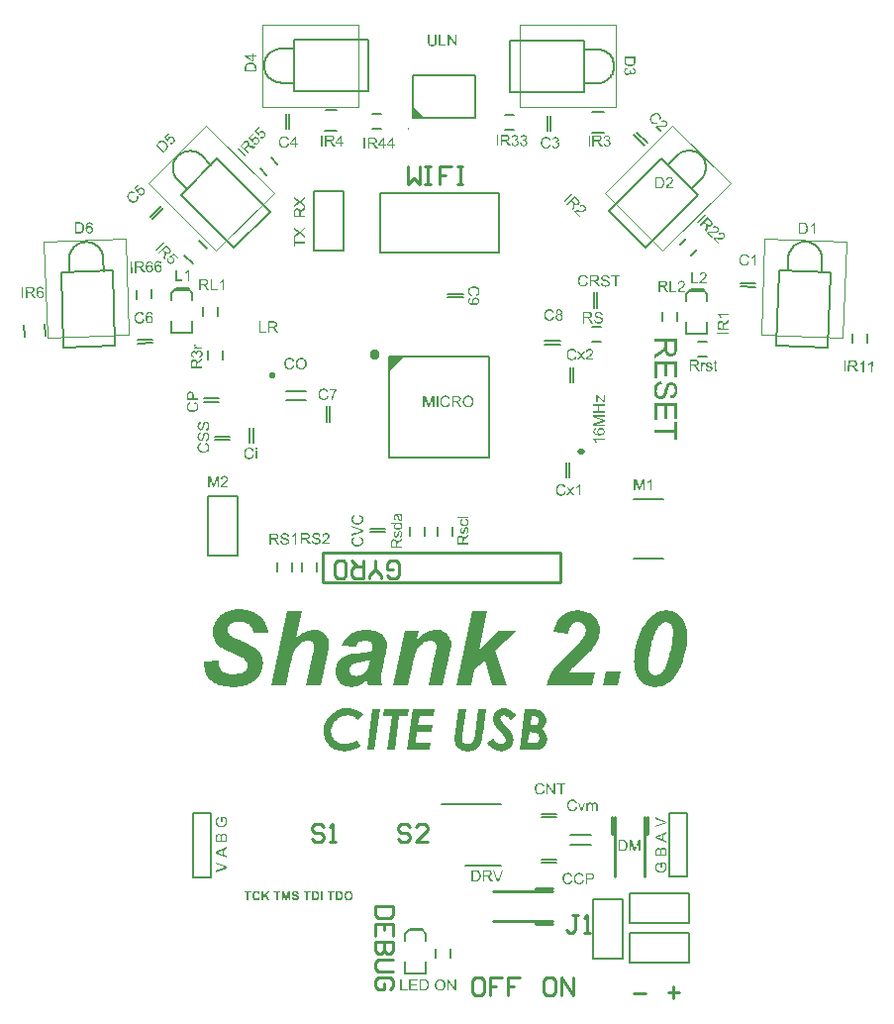
<source format=gto>
%FSTAX23Y23*%
%MOIN*%
%SFA1B1*%

%IPPOS*%
%ADD43C,0.010000*%
%ADD47C,0.019700*%
%ADD84C,0.005000*%
%ADD85C,0.015000*%
%ADD86C,0.006000*%
%ADD87C,0.003500*%
%ADD88C,0.007900*%
%LNshank2.0_pcb-1*%
%LPD*%
G36*
X00756Y00518D02*
X00756Y00518D01*
X00757Y00518*
X00758Y00517*
X00759Y00517*
X0076Y00517*
X0076*
X0076Y00517*
X0076Y00516*
X00761Y00516*
X00761Y00516*
X00762Y00515*
X00763Y00515*
X00763Y00514*
X00763Y00514*
X00764Y00513*
X00764Y00513*
X00764Y00512*
X00764Y00512*
X00765Y00511*
X00765Y0051*
Y0051*
X00765Y00509*
X00765Y00509*
X00765Y00508*
X00765Y00507*
X00765Y00506*
X00766Y00505*
Y00504*
Y00489*
X00728*
Y00504*
Y00504*
Y00504*
Y00504*
Y00505*
Y00505*
X00728Y00506*
X00728Y00507*
X00728Y00508*
X00728Y00509*
X00729Y0051*
X00729Y00511*
X00729Y00511*
X00729Y00511*
X0073Y00512*
X0073Y00513*
X00731Y00513*
X00732Y00514*
X00732Y00515*
X00733Y00515*
X00733Y00515*
X00733Y00515*
X00734Y00515*
X00735Y00516*
X00736Y00516*
X00736Y00516*
X00737*
X00738*
X00738*
X00739Y00516*
X0074Y00516*
X0074Y00515*
X00741Y00515*
X00742Y00515*
X00742Y00515*
X00742Y00515*
X00743Y00514*
X00743Y00514*
X00744Y00513*
X00744Y00512*
X00745Y00512*
X00745Y00511*
X00746Y00511*
Y00511*
X00746Y00511*
X00746Y00512*
X00746Y00513*
X00747Y00514*
X00747Y00514*
X00748Y00515*
X00749Y00516*
X00749*
X00749Y00516*
X0075Y00517*
X00751Y00517*
X00751Y00517*
X00752Y00518*
X00753Y00518*
X00755Y00518*
X00755*
X00756Y00518*
G37*
G36*
X00766Y00565D02*
X00754Y00561D01*
Y00545*
X00766Y00541*
Y00535*
X00728Y0055*
Y00555*
X00766Y00571*
Y00565*
G37*
G36*
Y00605D02*
Y006D01*
X00728Y00586*
Y00591*
X00755Y00601*
X00755*
X00755Y00601*
X00756Y00601*
X00756Y00601*
X00756Y00601*
X00757Y00601*
X00758Y00602*
X00759Y00602*
X00761Y00603*
X00761*
X00761*
X00761Y00603*
X00761*
X0076Y00603*
X00759Y00603*
X00759Y00604*
X00757Y00604*
X00756Y00604*
X00755Y00605*
X00728Y00615*
Y0062*
X00766Y00605*
G37*
G36*
X0076Y00467D02*
X0076Y00467D01*
X00761Y00467*
X00761Y00467*
X00761Y00467*
X00761Y00466*
X00762Y00465*
X00763Y00464*
X00763Y00463*
X00764Y00461*
X00765Y0046*
Y0046*
X00765Y0046*
Y00459*
X00765Y00459*
X00765Y00459*
X00765Y00458*
X00765Y00458*
X00765Y00457*
X00766Y00456*
X00766Y00455*
X00766Y00453*
Y00452*
Y00452*
Y00452*
Y00451*
Y00451*
Y0045*
X00766Y0045*
Y00449*
X00766Y00449*
X00766Y00447*
X00765Y00445*
X00765Y00443*
X00764Y00442*
X00764Y00442*
Y00442*
X00764Y00441*
X00763Y00441*
X00763Y00441*
X00763Y0044*
X00762Y00439*
X00761Y00438*
X0076Y00437*
X00759Y00436*
X00757Y00435*
X00757Y00435*
X00757Y00435*
X00756Y00435*
X00756Y00434*
X00755Y00434*
X00755Y00434*
X00754Y00434*
X00753Y00433*
X00752Y00433*
X00751Y00433*
X00749Y00433*
X00747Y00433*
X00746*
X00746Y00433*
X00745*
X00745*
X00744Y00433*
X00743Y00433*
X00742Y00433*
X0074Y00434*
X00738Y00434*
X00737Y00435*
X00736*
X00736Y00435*
X00736Y00435*
X00736Y00435*
X00735Y00436*
X00735Y00436*
X00734Y00437*
X00733Y00438*
X00732Y00439*
X0073Y0044*
X0073Y00441*
X00729Y00441*
Y00442*
X00729Y00442*
X00729Y00442*
X00729Y00442*
X00729Y00443*
X00729Y00443*
X00728Y00444*
X00728Y00444*
X00728Y00445*
X00728Y00446*
X00727Y00448*
X00727Y00449*
X00727Y00451*
Y00452*
Y00452*
Y00452*
Y00452*
X00727Y00452*
Y00453*
X00727Y00454*
X00727Y00455*
X00728Y00456*
X00728Y00458*
X00728Y00459*
X00729Y00459*
Y00459*
X00729Y00459*
X00729Y0046*
X00729Y00461*
X0073Y00462*
X00731Y00462*
X00731Y00463*
X00732Y00464*
X00732Y00464*
X00733Y00464*
X00733Y00465*
X00734Y00465*
X00735Y00466*
X00736Y00466*
X00737Y00467*
X00738Y00467*
X0074Y00462*
X00739*
X00739Y00462*
X00739Y00462*
X00738Y00462*
X00737Y00462*
X00736Y00461*
X00736Y00461*
X00735Y0046*
X00735Y0046*
X00735Y0046*
X00734Y0046*
X00734Y00459*
X00734Y00459*
X00733Y00458*
X00733Y00458*
X00732Y00457*
Y00457*
X00732Y00456*
X00732Y00456*
X00732Y00455*
X00732Y00454*
X00732Y00454*
X00731Y00453*
Y00452*
Y00451*
Y00451*
Y00451*
Y00451*
Y0045*
X00731Y00449*
X00732Y00449*
X00732Y00448*
X00732Y00447*
X00732Y00446*
Y00445*
X00733Y00445*
X00733Y00445*
X00733Y00444*
X00734Y00443*
X00734Y00443*
X00735Y00442*
X00735Y00442*
X00735Y00441*
X00735Y00441*
X00736Y00441*
X00736Y00441*
X00737Y0044*
X00737Y0044*
X00738Y0044*
X00739Y00439*
X00739*
X00739Y00439*
X0074Y00439*
X0074Y00439*
X0074Y00439*
X00741Y00438*
X00742Y00438*
X00744Y00438*
X00745Y00438*
X00747*
X00747*
X00747*
X00748*
X00748Y00438*
X00749Y00438*
X00749*
X00751Y00438*
X00752Y00438*
X00754Y00439*
X00755Y00439*
X00755*
X00755Y0044*
X00755Y0044*
X00756Y0044*
X00756Y0044*
X00757Y00441*
X00758Y00441*
X00759Y00442*
X00759Y00443*
X0076Y00444*
Y00445*
Y00445*
X0076Y00445*
Y00445*
X0076Y00445*
X00761Y00446*
X00761Y00447*
X00761Y00448*
X00762Y00449*
X00762Y0045*
X00762Y00452*
Y00452*
Y00452*
Y00452*
Y00452*
X00762Y00453*
X00762Y00454*
X00761Y00454*
X00761Y00456*
X00761Y00457*
X00761Y00458*
Y00458*
X0076Y00458*
Y00458*
X0076Y00458*
X0076Y00459*
X0076Y0046*
X00759Y0046*
X00759Y00461*
X00758Y00462*
X00758Y00463*
X00751*
Y00452*
X00746*
Y00468*
X0076*
Y00467*
G37*
G36*
X-00715Y00513D02*
X-00726Y00508D01*
Y00493*
X-00715Y00489*
Y00483*
X-00752Y00498*
Y00503*
X-00715Y00519*
Y00513*
G37*
G36*
X-00725Y00566D02*
X-00724D01*
X-00723Y00565*
X-00722Y00565*
X-00721Y00565*
X-00721Y00564*
X-0072*
X-0072Y00564*
X-0072Y00564*
X-00719Y00564*
X-00719Y00563*
X-00718Y00563*
X-00717Y00562*
X-00717Y00562*
Y00562*
X-00717Y00561*
X-00717Y00561*
X-00716Y00561*
X-00716Y0056*
X-00716Y00559*
X-00715Y00558*
X-00715Y00558*
Y00557*
X-00715Y00557*
X-00715Y00557*
X-00715Y00556*
X-00715Y00555*
X-00715Y00554*
X-00715Y00553*
Y00551*
Y00537*
X-00752*
Y00551*
Y00551*
Y00552*
Y00552*
Y00552*
Y00553*
X-00752Y00554*
X-00752Y00555*
X-00752Y00556*
X-00752Y00557*
X-00751Y00558*
X-00751Y00558*
X-00751Y00559*
X-00751Y00559*
X-0075Y0056*
X-0075Y0056*
X-00749Y00561*
X-00749Y00562*
X-00748Y00562*
X-00748Y00562*
X-00747Y00563*
X-00747Y00563*
X-00746Y00563*
X-00745Y00563*
X-00745Y00564*
X-00744Y00564*
X-00743*
X-00742*
X-00742*
X-00741Y00564*
X-0074Y00563*
X-0074Y00563*
X-00739Y00563*
X-00738Y00562*
X-00738*
X-00738Y00562*
X-00737Y00562*
X-00737Y00561*
X-00736Y00561*
X-00736Y0056*
X-00735Y00559*
X-00735Y00558*
X-00735Y00559*
Y00559*
X-00734Y00559*
X-00734Y0056*
X-00734Y0056*
X-00733Y00561*
X-00733Y00562*
X-00732Y00563*
X-00731Y00564*
X-00731*
X-00731Y00564*
X-0073Y00564*
X-0073Y00565*
X-00729Y00565*
X-00728Y00565*
X-00727Y00566*
X-00725Y00566*
X-00725*
X-00725Y00566*
G37*
G36*
X-0072Y00621D02*
X-0072Y00621D01*
X-0072Y00621*
X-00719Y0062*
X-00719Y0062*
X-00719Y0062*
X-00718Y00619*
X-00717Y00617*
X-00717Y00616*
X-00716Y00615*
X-00715Y00613*
X-00715Y00613*
Y00613*
X-00715Y00613*
X-00715Y00612*
X-00715Y00612*
X-00715Y00611*
X-00715Y00611*
X-00714Y0061*
X-00714Y00608*
X-00714Y00607*
Y00605*
Y00605*
Y00605*
Y00605*
Y00604*
Y00604*
X-00714Y00603*
Y00603*
X-00714Y00602*
X-00714Y006*
X-00715Y00599*
X-00715Y00597*
X-00716Y00595*
X-00716Y00595*
Y00595*
X-00717Y00595*
X-00717Y00594*
X-00717Y00594*
X-00717Y00594*
X-00718Y00593*
X-00719Y00591*
X-0072Y0059*
X-00722Y00589*
X-00723Y00588*
X-00723Y00588*
X-00724Y00588*
X-00724Y00588*
X-00724Y00588*
X-00725Y00588*
X-00725Y00587*
X-00726Y00587*
X-00727Y00587*
X-00728Y00587*
X-00729Y00586*
X-00731Y00586*
X-00733Y00586*
X-00734*
X-00734Y00586*
X-00735*
X-00735*
X-00736Y00586*
X-00737Y00586*
X-00738Y00587*
X-0074Y00587*
X-00742Y00588*
X-00744Y00588*
X-00744*
X-00744Y00588*
X-00744Y00588*
X-00744Y00589*
X-00745Y00589*
X-00745Y00589*
X-00746Y0059*
X-00747Y00591*
X-00749Y00592*
X-0075Y00593*
X-0075Y00594*
X-00751Y00595*
Y00595*
X-00751Y00595*
X-00751Y00595*
X-00751Y00596*
X-00751Y00596*
X-00751Y00597*
X-00752Y00597*
X-00752Y00598*
X-00752Y00598*
X-00752Y00599*
X-00753Y00601*
X-00753Y00603*
X-00753Y00605*
Y00605*
Y00605*
Y00605*
Y00606*
X-00753Y00606*
Y00606*
X-00753Y00607*
X-00753Y00608*
X-00752Y0061*
X-00752Y00611*
X-00752Y00612*
X-00752Y00612*
Y00613*
X-00751Y00613*
X-00751Y00613*
X-00751Y00614*
X-0075Y00615*
X-0075Y00616*
X-00749Y00617*
X-00748Y00617*
X-00748Y00618*
X-00748Y00618*
X-00747Y00618*
X-00746Y00619*
X-00745Y00619*
X-00744Y00619*
X-00743Y0062*
X-00742Y0062*
X-00741Y00616*
X-00741*
X-00741Y00616*
X-00742Y00615*
X-00742Y00615*
X-00743Y00615*
X-00744Y00615*
X-00744Y00614*
X-00745Y00614*
X-00745Y00614*
X-00745Y00613*
X-00746Y00613*
X-00746Y00613*
X-00746Y00612*
X-00747Y00612*
X-00747Y00611*
X-00748Y0061*
Y0061*
X-00748Y0061*
X-00748Y00609*
X-00748Y00609*
X-00748Y00608*
X-00749Y00607*
X-00749Y00606*
Y00605*
Y00605*
Y00605*
Y00605*
Y00604*
Y00604*
X-00749Y00603*
X-00748Y00602*
X-00748Y00601*
X-00748Y006*
X-00748Y00599*
Y00599*
X-00747Y00599*
X-00747Y00598*
X-00747Y00598*
X-00747Y00597*
X-00746Y00596*
X-00746Y00596*
X-00745Y00595*
X-00745Y00595*
X-00745Y00595*
X-00744Y00594*
X-00744Y00594*
X-00743Y00594*
X-00743Y00593*
X-00742Y00593*
X-00741Y00593*
X-00741*
X-00741Y00592*
X-00741Y00592*
X-0074Y00592*
X-0074Y00592*
X-00739Y00592*
X-00738Y00592*
X-00736Y00591*
X-00735Y00591*
X-00734Y00591*
X-00733*
X-00733Y00591*
X-00732*
X-00732*
X-00731Y00591*
X-00731*
X-00729Y00592*
X-00728Y00592*
X-00726Y00592*
X-00725Y00593*
X-00725*
X-00725Y00593*
X-00725Y00593*
X-00724Y00593*
X-00724Y00594*
X-00723Y00594*
X-00722Y00595*
X-00721Y00596*
X-00721Y00597*
X-0072Y00598*
Y00598*
Y00598*
X-0072Y00598*
Y00598*
X-0072Y00599*
X-00719Y00599*
X-00719Y006*
X-00719Y00601*
X-00719Y00602*
X-00718Y00604*
X-00718Y00605*
Y00605*
Y00605*
Y00605*
Y00606*
X-00718Y00606*
X-00719Y00607*
X-00719Y00608*
X-00719Y00609*
X-00719Y0061*
X-0072Y00611*
X-0072Y00611*
Y00612*
X-0072Y00612*
X-0072Y00612*
X-0072Y00613*
X-00721Y00614*
X-00721Y00615*
X-00722Y00615*
X-00722Y00616*
X-00729*
Y00605*
X-00734*
Y00621*
X-0072*
Y00621*
G37*
G36*
X00124Y00441D02*
X00125Y00441D01*
X00126Y00441*
X00127Y00441*
X00128Y00441*
X00128*
X00128Y00441*
X00129*
X00129Y00441*
X00129Y0044*
X0013Y0044*
X00131Y0044*
X00132Y00439*
X00133Y00439*
X00134Y00438*
X00134*
Y00438*
X00134Y00438*
X00135Y00437*
X00135Y00436*
X00136Y00435*
X00137Y00434*
X00138Y00433*
X00138Y00432*
Y00432*
X00138Y00431*
Y00431*
X00139Y00431*
X00139Y00431*
X00139Y0043*
X00139Y0043*
X00139Y00429*
X00139Y00428*
X00139Y00428*
X0014Y00426*
X0014Y00425*
Y00423*
Y00422*
Y00422*
Y00422*
Y00422*
Y00421*
X0014Y0042*
X0014Y00419*
X00139Y00418*
X00139Y00416*
X00139Y00415*
Y00415*
X00139Y00415*
Y00415*
X00139Y00414*
X00138Y00414*
X00138Y00413*
X00138Y00412*
X00137Y00411*
X00137Y0041*
X00136Y00409*
X00136Y00409*
X00136Y00409*
X00136Y00409*
X00135Y00408*
X00135Y00408*
X00134Y00407*
X00133Y00407*
X00133Y00406*
Y00406*
X00132Y00406*
X00132Y00406*
X00131Y00405*
X00131Y00405*
X0013Y00405*
X00129Y00404*
X00128Y00404*
X00128*
X00128Y00404*
X00127*
X00126Y00404*
X00126Y00404*
X00125Y00404*
X00123*
X00122Y00404*
X00109*
Y00441*
X00123*
X00124*
G37*
G36*
X-0091Y02921D02*
X-0092Y0291D01*
X-00915Y02901*
Y02902*
X-00915Y02902*
Y02902*
X-00914Y02902*
X-00914Y02903*
X-00914Y02903*
X-00914Y02904*
X-00914Y02905*
X-00913Y02906*
X-00912Y02907*
X-00911Y02908*
X-00911Y02908*
X-00911Y02909*
X-00911Y02909*
X-0091Y02909*
X-0091Y02909*
X-00909Y0291*
X-00909Y0291*
X-00908Y02911*
X-00907Y02911*
X-00906Y02911*
X-00905Y02911*
X-00905Y02912*
X-00904Y02912*
X-00902*
X-00902Y02912*
X-00902Y02912*
X-00901*
X-00901Y02911*
X-009Y02911*
X-00899Y02911*
X-00899Y02911*
X-00898Y0291*
X-00897Y0291*
X-00896Y0291*
X-00896Y02909*
X-00895Y02909*
X-00894Y02908*
Y02908*
X-00894Y02908*
X-00894Y02908*
X-00894Y02907*
X-00893Y02907*
X-00893Y02907*
X-00893Y02906*
X-00892Y02906*
X-00892Y02904*
X-00891Y02903*
X-00891Y02902*
X-0089Y02901*
X-0089Y029*
X-0089Y029*
Y02899*
Y02899*
Y02899*
Y02899*
Y02898*
Y02897*
X-0089Y02897*
X-0089Y02896*
X-00891Y02895*
X-00891Y02894*
X-00891Y02894*
X-00891Y02893*
X-00892Y02892*
X-00892Y02891*
X-00893Y0289*
X-00894Y02889*
X-00894Y02889*
X-00894Y02889*
X-00895Y02889*
X-00895Y02888*
X-00895Y02888*
X-00896Y02888*
X-00896Y02887*
X-00897Y02887*
X-00899Y02886*
X-009Y02886*
X-009Y02886*
X-00901Y02885*
X-00902Y02885*
X-00903*
X-00903Y02885*
X-00903*
X-00904Y02886*
X-00905Y02886*
X-00906Y02886*
X-00907Y02886*
X-00909Y02887*
X-00909Y02888*
X-0091Y02888*
X-00907Y02892*
X-00907*
X-00907Y02892*
X-00906Y02892*
X-00906Y02892*
X-00906Y02891*
X-00905Y02891*
X-00904Y0289*
X-00903Y0289*
X-00902Y0289*
X-00901*
X-00901*
X-00901*
X-009Y0289*
X-009Y0289*
X-00899Y0289*
X-00898Y02891*
X-00897Y02891*
X-00897Y02892*
X-00897Y02892*
X-00896*
X-00896Y02892*
X-00896Y02892*
X-00896Y02893*
X-00895Y02894*
X-00895Y02894*
X-00895Y02895*
X-00894Y02897*
X-00894Y02897*
Y02898*
Y02898*
X-00894Y02898*
X-00895Y02899*
X-00895Y029*
X-00895Y02901*
X-00896Y02902*
X-00896Y02903*
X-00897Y02904*
X-00898*
Y02904*
X-00898Y02904*
X-00898Y02905*
X-00898Y02905*
X-00899Y02905*
X-00899Y02906*
X-009Y02906*
X-00901Y02907*
X-00902Y02907*
X-00904Y02907*
X-00904*
X-00904*
X-00905*
X-00905Y02907*
X-00906Y02906*
X-00907Y02906*
X-00908Y02905*
X-00909Y02905*
X-00909Y02904*
X-0091Y02904*
X-0091Y02904*
X-0091Y02903*
X-0091Y02903*
X-00911Y02902*
X-00911Y02902*
X-00911Y02901*
Y02901*
X-00911Y02901*
X-00912Y029*
X-00912Y029*
Y02899*
Y02898*
X-00912Y02898*
X-00911Y02897*
X-00915Y02894*
X-00926Y02911*
X-00913Y02924*
X-0091Y02921*
G37*
G36*
X-00934Y02898D02*
X-00933Y02898D01*
X-00932Y02898*
X-0093Y02897*
X-00929Y02897*
X-00927Y02896*
Y02896*
X-00927*
X-00927Y02896*
X-00927Y02896*
X-00926Y02896*
X-00926Y02896*
X-00925Y02895*
X-00925Y02895*
X-00924Y02895*
X-00924Y02894*
X-00923Y02893*
X-00921Y02892*
X-0092Y02891*
X-0092Y02891*
X-0092Y02891*
X-00919Y02891*
X-00919Y0289*
X-00919Y0289*
X-00918Y02889*
X-00918Y02888*
X-00917Y02887*
X-00916Y02886*
X-00915Y02885*
X-00915*
Y02885*
X-00915Y02885*
X-00915Y02884*
X-00915Y02884*
X-00914Y02883*
X-00914Y02882*
X-00914Y02881*
X-00913Y0288*
X-00913Y02879*
X-00913Y02879*
Y02879*
Y02878*
X-00913Y02878*
Y02877*
Y02876*
X-00913Y02875*
X-00913Y02874*
Y02874*
X-00913Y02874*
X-00913Y02874*
X-00914Y02873*
X-00914Y02872*
X-00914Y02872*
X-00915Y02871*
X-00915Y0287*
X-00915Y02869*
X-00916Y02869*
X-00916Y02868*
X-00917Y02868*
X-00917Y02867*
X-00918Y02866*
X-00919Y02865*
X-00929Y02856*
X-00955Y02882*
X-00946Y02891*
Y02892*
X-00946*
X-00946Y02892*
X-00946Y02892*
X-00945Y02892*
X-00945Y02893*
X-00944Y02893*
X-00944Y02894*
X-00943Y02895*
X-00942Y02895*
X-00941Y02896*
X-00941Y02896*
X-00941*
X-0094Y02896*
X-0094Y02896*
X-00939Y02897*
X-00938Y02897*
X-00937Y02897*
X-00936Y02898*
X-00935Y02898*
X-00935*
X-00934*
X-00934*
G37*
G36*
X-00634Y0316D02*
X-00634D01*
X-00633Y0316*
X-00631Y0316*
X-0063Y03159*
X-00629Y03159*
X-00627Y03159*
X-00627Y03159*
X-00627*
X-00627Y03159*
X-00626Y03158*
X-00626Y03158*
X-00625Y03158*
X-00624Y03157*
X-00623Y03157*
X-00622Y03156*
X-00622Y03156*
X-00622Y03156*
X-00621Y03156*
X-00621Y03155*
X-0062Y03155*
X-0062Y03154*
X-00619Y03153*
X-00619Y03153*
X-00618*
X-00618Y03152*
X-00618Y03152*
X-00618Y03151*
X-00618Y03151*
X-00617Y0315*
X-00617Y03149*
X-00617Y03148*
Y03148*
X-00617Y03148*
X-00616Y03147*
X-00616Y03146*
X-00616Y03146*
X-00616Y03145*
X-00616Y03143*
Y03142*
Y03129*
X-00654*
Y03142*
Y03142*
Y03142*
Y03142*
Y03143*
Y03143*
Y03144*
X-00654Y03145*
X-00654Y03146*
X-00653Y03147*
X-00653Y03148*
Y03148*
Y03148*
Y03149*
X-00653Y03149*
X-00653Y03149*
X-00653Y0315*
X-00652Y03151*
X-00652Y03152*
X-00651Y03153*
X-00651Y03154*
Y03154*
X-0065*
X-0065Y03154*
X-0065Y03155*
X-00649Y03155*
X-00648Y03156*
X-00647Y03157*
X-00646Y03158*
X-00644Y03158*
X-00644Y03158*
X-00644*
X-00643Y03159*
X-00643Y03159*
X-00643Y03159*
X-00642Y03159*
X-00641Y03159*
X-00641Y03159*
X-0064Y03159*
X-00639Y0316*
X-00637Y0316*
X-00635*
X-00634*
X-00634*
G37*
G36*
X-01176Y02623D02*
X-01176D01*
X-01175*
X-01174Y02623*
X-01173Y02622*
X-01172Y02622*
X-01171Y02621*
X-0117Y02621*
X-0117Y0262*
X-0117*
Y0262*
X-01169Y0262*
X-01169Y02619*
X-01168Y02619*
X-01168Y02618*
X-01167Y02616*
X-01166Y02615*
X-01166Y02614*
X-01171Y02613*
Y02613*
X-01171Y02614*
X-01171Y02614*
X-01171Y02615*
X-01172Y02616*
X-01172Y02617*
X-01173Y02617*
X-01173Y02617*
X-01173Y02617*
X-01173Y02618*
X-01174Y02618*
X-01175Y02619*
X-01175Y02619*
X-01176Y02619*
X-01177Y02619*
X-01178*
X-01178Y02619*
X-01179Y02619*
X-01179Y02619*
X-0118Y02619*
X-01181Y02618*
X-01181Y02618*
X-01181*
X-01182Y02618*
X-01182Y02617*
X-01182Y02617*
X-01183Y02616*
X-01184Y02615*
X-01184Y02614*
X-01185Y02613*
Y02613*
X-01185*
Y02613*
X-01185Y02613*
X-01185Y02612*
X-01185Y02612*
X-01185Y02611*
X-01185Y02611*
X-01185Y0261*
X-01186Y0261*
X-01186Y02609*
X-01186Y02608*
X-01186Y02607*
Y02606*
X-01186Y02605*
Y02604*
X-01186Y02605*
X-01186Y02605*
X-01185Y02605*
X-01185Y02606*
X-01184Y02606*
X-01184Y02607*
X-01183Y02608*
X-01182Y02608*
X-01182Y02608*
X-01181Y02608*
X-01181Y02609*
X-0118Y02609*
X-0118Y02609*
X-01179Y02609*
X-01178Y02609*
X-01177Y02609*
X-01176*
X-01176Y02609*
X-01176*
X-01175Y02609*
X-01174Y02609*
X-01173Y02609*
X-01172Y02608*
X-01171Y02608*
X-01171Y02608*
X-0117Y02607*
X-01169Y02607*
X-01169Y02606*
X-01169Y02606*
Y02606*
X-01169Y02606*
X-01168Y02605*
X-01168Y02605*
X-01168Y02605*
X-01168Y02604*
X-01167Y02604*
X-01167Y02603*
X-01167Y02602*
X-01166Y02602*
X-01166Y02601*
X-01166Y026*
X-01166Y02599*
Y02598*
X-01166Y02597*
Y02597*
Y02597*
Y02597*
X-01166Y02596*
Y02596*
X-01166Y02595*
X-01166Y02594*
X-01166Y02593*
X-01167Y02592*
X-01167Y02591*
Y0259*
X-01167Y0259*
X-01167Y0259*
X-01168Y0259*
X-01168Y02589*
X-01169Y02588*
X-0117Y02587*
X-0117Y02587*
X-01171Y02586*
X-01171*
X-01172Y02586*
X-01172Y02585*
X-01173Y02585*
X-01174Y02585*
X-01175Y02585*
X-01176Y02584*
X-01177Y02584*
X-01178*
X-01178Y02584*
X-01178*
X-01179Y02584*
X-01179Y02585*
X-0118Y02585*
X-01181Y02585*
X-01182Y02585*
X-01182Y02585*
X-01183Y02586*
X-01184Y02586*
X-01185Y02587*
X-01185Y02587*
X-01186Y02588*
X-01187Y02589*
Y02589*
X-01187Y02589*
X-01187Y02589*
X-01187Y02589*
X-01188Y0259*
X-01188Y0259*
X-01188Y02591*
X-01189Y02592*
X-01189Y02593*
X-01189Y02594*
X-0119Y02595*
X-0119Y02596*
X-0119Y02598*
X-0119Y02599*
X-0119Y02601*
X-01191Y02603*
Y02603*
Y02603*
Y02603*
Y02604*
X-0119Y02604*
Y02605*
X-0119Y02606*
X-0119Y02607*
X-0119Y02609*
X-0119Y0261*
X-0119Y02611*
X-01189Y02613*
X-01189Y02614*
X-01188Y02615*
X-01188Y02616*
X-01187Y02618*
X-01187Y02619*
X-01186Y02619*
X-01186Y02619*
X-01186Y02619*
X-01186Y02619*
X-01185Y0262*
X-01185Y0262*
X-01185Y0262*
X-01184Y02621*
X-01183Y02621*
X-01183Y02622*
X-01182Y02622*
X-01181Y02622*
X-0118Y02623*
X-01179Y02623*
X-01178Y02623*
X-01177Y02623*
X-01177*
X-01176Y02623*
G37*
G36*
X00165Y00441D02*
X00165D01*
X00166Y00441*
X00168Y00441*
X00169Y00441*
X0017Y00441*
X00171Y00441*
X00171Y0044*
X00171*
Y0044*
X00172Y0044*
X00172Y0044*
X00173Y00439*
X00173Y00439*
X00174Y00438*
X00175Y00438*
X00175Y00437*
X00175Y00437*
X00176Y00436*
X00176Y00436*
X00176Y00435*
X00176Y00434*
X00177Y00433*
X00177Y00432*
Y00431*
Y00431*
Y00431*
Y00431*
Y0043*
Y0043*
X00177Y0043*
X00177Y00429*
X00176Y00428*
X00176Y00426*
X00175Y00425*
X00175Y00425*
X00174Y00424*
X00174Y00424*
X00174Y00424*
X00174Y00424*
X00174Y00424*
X00173Y00423*
X00173Y00423*
X00172Y00423*
X00172Y00422*
X00171Y00422*
X00171Y00422*
X0017Y00422*
X00169Y00421*
X00168Y00421*
X00167Y00421*
X00166Y00421*
X00166*
X00167Y00421*
X00167Y0042*
X00167Y0042*
X00168Y0042*
X00169Y00419*
X00169Y00419*
X00169Y00419*
X0017Y00419*
X0017Y00418*
X00171Y00417*
X00171Y00417*
X00172Y00416*
X00173Y00415*
X00173Y00414*
X0018Y00404*
X00174*
X00169Y00411*
Y00411*
X00169Y00412*
X00169Y00412*
X00168Y00412*
X00168Y00413*
X00167Y00413*
X00167Y00414*
X00166Y00415*
X00166Y00416*
X00165Y00417*
X00165Y00417*
X00165Y00417*
X00165Y00417*
X00164Y00418*
X00163Y00418*
X00163Y00419*
X00163Y00419*
X00162Y00419*
X00162Y00419*
X00162Y0042*
X00161Y0042*
X0016Y0042*
X0016*
X0016*
X0016*
X0016Y0042*
X00159Y0042*
X00159*
X00158*
X00152*
Y00404*
X00147*
Y00441*
X00164*
X00165*
G37*
G36*
X00201Y00404D02*
X00196D01*
X00181Y00441*
X00186*
X00196Y00414*
Y00414*
X00196Y00414*
Y00414*
X00196Y00413*
X00197Y00413*
X00197Y00412*
X00197Y00411*
X00198Y0041*
X00198Y00408*
Y00408*
X00198Y00408*
Y00408*
X00198Y00408*
X00199Y00409*
X00199Y0041*
X00199Y00411*
X00199Y00412*
X002Y00413*
X002Y00414*
X0021Y00441*
X00216*
X00201Y00404*
G37*
G36*
X-01211Y02623D02*
X-0121Y02623D01*
X-01209Y02623*
X-01208Y02622*
X-01207Y02622*
X-01207*
X-01207*
X-01207*
X-01206Y02622*
X-01206Y02622*
X-01205Y02622*
X-01204Y02621*
X-01203Y02621*
X-01202Y0262*
X-01201Y02619*
X-01201*
Y02619*
X-01201Y02619*
X-012Y02618*
X-012Y02618*
X-01199Y02617*
X-01198Y02616*
X-01197Y02614*
X-01197Y02613*
X-01197Y02613*
Y02613*
X-01197Y02612*
X-01196Y02612*
X-01196Y02611*
X-01196Y02611*
X-01196Y0261*
X-01196Y0261*
X-01196Y02609*
X-01196Y02608*
X-01195Y02606*
Y02604*
Y02604*
Y02604*
Y02604*
Y02603*
Y02603*
Y02602*
X-01195Y02601*
X-01196Y026*
X-01196Y02599*
X-01196Y02598*
X-01196Y02596*
X-01196Y02596*
Y02596*
X-01197Y02596*
X-01197Y02595*
X-01197Y02594*
X-01197Y02594*
X-01198Y02593*
X-01198Y02592*
X-01199Y02591*
X-01199Y02591*
X-01199Y02591*
X-012Y0259*
X-012Y0259*
X-012Y02589*
X-01201Y02588*
X-01202Y02588*
X-01202Y02587*
X-01203Y02587*
X-01203Y02587*
X-01204Y02587*
X-01204Y02586*
X-01205Y02586*
X-01206Y02586*
X-01207Y02586*
X-01207*
X-01207Y02585*
X-01208Y02585*
X-01209Y02585*
X-01209Y02585*
X-01211Y02585*
X-01212Y02585*
X-01213*
X-01227*
Y02623*
X-01212*
X-01211*
G37*
G36*
X00557Y02016D02*
X00553D01*
X00533Y02033*
Y02033*
Y02033*
Y02033*
Y02033*
Y02032*
Y02031*
X00533Y02031*
Y0203*
Y02029*
Y02028*
Y02017*
X00529*
Y02039*
X00532*
X0055Y02024*
X00553Y02021*
Y02021*
Y02022*
Y02022*
X00553Y02023*
X00553Y02023*
Y02024*
Y02025*
X00553Y02027*
Y0204*
X00557*
Y02016*
G37*
G36*
X00098Y02039D02*
X00099D01*
X00099*
X001Y02039*
X001*
X00102Y02038*
X00103Y02038*
X00105Y02037*
X00106Y02037*
X00107Y02036*
X00107*
X00107Y02036*
X00107Y02036*
X00107Y02036*
X00108Y02036*
X00108Y02035*
X00109Y02035*
X0011Y02034*
X00111Y02033*
X00112Y02031*
X00113Y0203*
Y02029*
X00113Y02029*
X00113Y02029*
X00113Y02029*
X00114Y02028*
X00114Y02028*
X00114Y02027*
X00114Y02027*
X00114Y02026*
X00115Y02025*
X00115Y02023*
X00115Y02021*
X00115Y02019*
Y02019*
Y02019*
Y02018*
Y02018*
X00115Y02017*
Y02017*
X00115Y02016*
X00115Y02014*
X00114Y02013*
X00114Y02011*
X00113Y02009*
X00113Y02009*
X00113Y02009*
X00113Y02008*
X00112Y02008*
X00112Y02008*
X00111Y02007*
X0011Y02005*
X00109Y02004*
X00108Y02003*
X00106Y02002*
X00106Y02002*
X00106Y02002*
X00106Y02002*
X00105Y02002*
X00105Y02001*
X00104Y02001*
X00104Y02001*
X00102Y02001*
X00101Y02*
X00099Y02*
X00097Y02*
X00097*
X00096*
X00096*
X00095Y02*
X00095Y02*
X00094Y02*
X00093Y02001*
X00091Y02001*
X00089Y02002*
X00088Y02002*
X00088Y02002*
X00088Y02003*
X00087*
X00087Y02003*
X00087Y02003*
X00087Y02003*
X00086Y02003*
X00085Y02004*
X00084Y02005*
X00083Y02006*
X00082Y02008*
X00081Y02009*
Y0201*
X00081Y0201*
X00081Y0201*
X00081Y0201*
X00081Y02011*
X00081Y02011*
X0008Y02012*
X0008Y02012*
X0008Y02013*
X0008Y02014*
X00079Y02015*
X00079Y02017*
X00079Y02019*
Y02019*
Y02019*
Y0202*
Y0202*
X00079Y02021*
X00079Y02022*
X0008Y02023*
X0008Y02024*
X0008Y02025*
X0008Y02027*
X00081Y02028*
X00081Y02029*
X00082Y0203*
X00082Y02032*
X00083Y02033*
X00084Y02034*
Y02034*
X00084Y02034*
X00085Y02034*
X00085Y02035*
X00086Y02035*
X00086Y02035*
X00087Y02036*
X00088Y02036*
X00089Y02037*
X0009Y02037*
X00091Y02038*
X00092Y02038*
X00093Y02039*
X00094Y02039*
X00096Y02039*
X00097Y02039*
X00098*
X00098Y02039*
G37*
G36*
X-00003Y02001D02*
X-00009D01*
Y02038*
X-00003*
Y02001*
G37*
G36*
X00557Y02005D02*
X00539D01*
Y01986*
X00557*
Y01981*
X00519*
Y01986*
X00534*
Y02005*
X00519*
Y0201*
X00557*
Y02005*
G37*
G36*
Y01889D02*
X00527D01*
X00527Y01889*
X00527Y01889*
X00528Y01888*
X00528Y01888*
X00528Y01887*
X00529Y01886*
X0053Y01885*
X0053Y01884*
X0053Y01884*
X0053Y01884*
X00531Y01883*
X00531Y01883*
X00531Y01882*
X00532Y01881*
X00532Y0188*
X00533Y0188*
X00528*
Y0188*
X00528Y0188*
X00528Y0188*
X00528Y0188*
X00528Y01881*
X00527Y01881*
X00527Y01882*
X00526Y01883*
X00525Y01884*
X00525Y01885*
X00524Y01886*
Y01886*
X00524Y01886*
X00523Y01887*
X00523Y01887*
X00522Y01888*
X00521Y01889*
X0052Y01889*
X00519Y0189*
X00519Y0189*
Y01893*
X00557*
Y01889*
G37*
G36*
X00545Y0193D02*
X00546D01*
X00546Y0193*
X00547Y0193*
X00549Y01929*
X0055Y01929*
X00551Y01929*
X00551*
X00551Y01928*
X00551Y01928*
X00552Y01928*
X00553Y01927*
X00553Y01927*
X00554Y01926*
X00555Y01925*
X00556Y01924*
X00556Y01924*
X00556Y01924*
X00556Y01923*
X00556Y01923*
X00557Y01922*
X00557Y01921*
X00557Y01919*
Y01918*
Y01918*
Y01918*
Y01917*
X00557Y01917*
X00557Y01916*
X00557Y01916*
X00557Y01915*
X00556Y01914*
X00556Y01913*
X00556Y01913*
X00555Y01912*
X00555Y01911*
X00554Y0191*
X00554Y01909*
X00553Y01909*
X00553Y01909*
X00553Y01909*
X00552Y01908*
X00552Y01908*
X00552Y01908*
X00551Y01908*
X0055Y01907*
X0055Y01907*
X00549Y01907*
X00548Y01906*
X00546Y01906*
X00545Y01906*
X00544Y01905*
X00542Y01905*
X00541Y01905*
X00539*
X00538*
X00537*
X00536Y01905*
X00535Y01905*
X00534Y01905*
X00533Y01906*
X00531Y01906*
X0053Y01906*
X00529Y01906*
X00528Y01907*
X00526Y01907*
X00525Y01908*
X00524Y01908*
X00523Y01909*
X00523Y01909*
X00523Y01909*
X00523Y0191*
X00522Y0191*
X00522Y0191*
X00522Y01911*
X00521Y01911*
X00521Y01912*
X0052Y01912*
X0052Y01913*
X0052Y01914*
X00519Y01915*
X00519Y01916*
X00519Y01917*
X00519Y01918*
Y01919*
Y01919*
Y01919*
Y01919*
Y0192*
X00519Y0192*
X00519Y01921*
X00519Y01922*
X0052Y01924*
X0052Y01925*
X00521Y01925*
X00521Y01926*
X00521Y01926*
X00522Y01926*
X00522Y01927*
X00523Y01928*
X00524Y01928*
X00525Y01929*
X00526Y01929*
X00528Y01929*
X00528Y01925*
X00528*
X00528Y01925*
X00527Y01925*
X00527Y01924*
X00525Y01924*
X00525Y01923*
X00524Y01923*
X00524*
X00524Y01923*
X00524Y01922*
X00523Y01922*
X00523Y01921*
X00523Y0192*
X00522Y01919*
Y01918*
Y01918*
Y01918*
Y01918*
X00523Y01917*
X00523Y01916*
X00523Y01916*
X00523Y01915*
X00524Y01914*
Y01914*
X00524Y01914*
X00524Y01914*
X00525Y01913*
X00525Y01913*
X00526Y01912*
X00527Y01912*
X00528Y01911*
X00528Y01911*
X00529Y01911*
X00529*
X00529Y01911*
X0053Y01911*
X0053Y0191*
X00531Y0191*
X00531Y0191*
X00532Y0191*
X00533Y0191*
X00533Y0191*
X00534Y0191*
X00535Y0191*
X00536*
X00537*
X00537*
X00537Y0191*
X00536Y0191*
X00536Y01911*
X00535Y01911*
X00534Y01912*
X00534Y01913*
X00533Y01914*
Y01914*
X00533Y01914*
X00533Y01915*
X00533Y01915*
X00532Y01916*
X00532Y01917*
X00532Y01918*
Y01919*
Y01919*
Y01919*
Y01919*
Y0192*
X00532Y0192*
Y01921*
X00532Y01922*
X00533Y01923*
X00533Y01924*
X00533Y01924*
X00534Y01925*
X00534Y01926*
X00535Y01926*
X00535Y01927*
X00536*
X00536Y01927*
X00536Y01927*
X00536Y01927*
X00536Y01928*
X00537Y01928*
X00537Y01928*
X00538Y01929*
X00538Y01929*
X00539Y01929*
X0054Y01929*
X00541Y0193*
X00541Y0193*
X00542Y0193*
X00543*
X00544Y0193*
X00545*
X00545Y0193*
G37*
G36*
X00557Y01968D02*
X00525D01*
X00557Y01957*
Y01952*
X00524Y01941*
X00557*
Y01936*
X00519*
Y01944*
X00545Y01953*
X00546*
X00546*
X00546Y01953*
X00546Y01953*
X00547Y01953*
X00548Y01954*
X00548Y01954*
X00549Y01954*
X0055Y01954*
X00551Y01955*
X00551*
X00551Y01955*
X0055Y01955*
X0055Y01955*
X00549Y01955*
X00548Y01956*
X00546Y01956*
X00545Y01957*
X00519Y01966*
Y01973*
X00557*
Y01968*
G37*
G36*
X00061Y02038D02*
X00061D01*
X00062Y02038*
X00063Y02038*
X00065Y02038*
X00066Y02038*
X00067Y02038*
X00067Y02037*
X00067Y02037*
X00067Y02037*
X00068Y02037*
X00069Y02036*
X00069Y02036*
X0007Y02035*
X00071Y02035*
X00071Y02034*
Y02034*
X00071Y02033*
X00072Y02033*
X00072Y02032*
X00072Y02031*
X00073Y0203*
X00073Y02029*
X00073Y02028*
Y02028*
Y02028*
Y02028*
X00073Y02027*
Y02027*
Y02027*
X00072Y02026*
X00072Y02025*
X00072Y02023*
X00071Y02022*
X00071Y02022*
X0007Y02021*
X0007Y02021*
X0007Y02021*
X0007Y02021*
X00069Y02021*
X00069Y0202*
X00069Y0202*
X00068Y0202*
X00068Y02019*
X00067Y02019*
X00066Y02019*
X00066Y02019*
X00065Y02018*
X00064Y02018*
X00063Y02018*
X00062Y02018*
X00062*
X00063Y02018*
X00063Y02017*
X00063Y02017*
X00064Y02017*
X00065Y02016*
X00065Y02016*
X00065Y02016*
X00066Y02016*
X00066Y02015*
X00067Y02014*
X00067Y02014*
X00068Y02013*
X00069Y02012*
X00069Y02011*
X00076Y02001*
X0007*
X00065Y02008*
Y02008*
X00064Y02009*
X00064Y02009*
X00064Y02009*
X00064Y0201*
X00063Y0201*
X00063Y02011*
X00062Y02012*
X00062Y02013*
X00061Y02014*
Y02014*
X00061Y02014*
X0006Y02014*
X0006Y02015*
X00059Y02015*
X00059Y02016*
X00058Y02016*
X00058*
X00058Y02016*
X00058Y02016*
X00058Y02017*
X00057Y02017*
X00056Y02017*
X00056*
X00056*
X00056*
X00056Y02017*
X00055Y02017*
X00055*
X00054*
X00048*
Y02001*
X00043*
Y02038*
X0006*
X00061*
G37*
G36*
X00716Y01721D02*
X00711D01*
Y0175*
X00711Y0175*
X00711Y0175*
X00711Y0175*
X0071Y01749*
X00709Y01749*
X00709Y01748*
X00708Y01748*
X00707Y01747*
X00707Y01747*
X00706Y01747*
X00706Y01746*
X00705Y01746*
X00705Y01746*
X00704Y01745*
X00703Y01745*
X00702Y01745*
Y01749*
X00702Y01749*
X00702Y01749*
X00703Y01749*
X00703Y0175*
X00703Y0175*
X00704Y0175*
X00705Y01751*
X00707Y01752*
X00708Y01753*
X00709Y01753*
X00709*
Y01754*
X00709Y01754*
X0071Y01754*
X0071Y01755*
X00711Y01756*
X00712Y01757*
X00712Y01758*
X00713Y01759*
X00716*
Y01721*
G37*
G36*
X00692D02*
X00687D01*
Y01752*
X00676Y01721*
X00672*
X00661Y01753*
Y01721*
X00656*
Y01758*
X00664*
X00673Y01732*
Y01732*
X00673Y01731*
Y01731*
X00673Y01731*
X00673Y0173*
X00673Y0173*
X00674Y01729*
X00674Y01728*
X00674Y01727*
X00674Y01726*
Y01726*
X00675Y01726*
X00675Y01727*
X00675Y01728*
X00675Y01728*
X00676Y01729*
X00676Y01731*
X00676Y01732*
X00685Y01758*
X00692*
Y01721*
G37*
G36*
X-00715Y00453D02*
Y00448D01*
X-00752Y00433*
Y00439*
X-00725Y00449*
X-00725*
X-00725Y00449*
X-00725*
X-00724Y00449*
X-00724Y00449*
X-00723Y00449*
X-00722Y0045*
X-00721Y0045*
X-00719Y00451*
X-00719*
X-00719Y00451*
X-00719*
X-00719Y00451*
X-0072Y00451*
X-00721Y00451*
X-00722Y00452*
X-00723Y00452*
X-00724Y00452*
X-00725Y00453*
X-00752Y00463*
Y00468*
X-00715Y00453*
G37*
G36*
X-00742Y01731D02*
X-00747D01*
Y01762*
X-00758Y01731*
X-00762*
X-00773Y01763*
Y01731*
X-00778*
Y01768*
X-0077*
X-00761Y01742*
Y01742*
X-00761Y01741*
Y01741*
X-00761Y01741*
X-00761Y0174*
X-00761Y0174*
X-0076Y01739*
X-0076Y01738*
X-0076Y01737*
X-0076Y01736*
Y01736*
X-0076Y01736*
X-00759Y01737*
X-00759Y01738*
X-00759Y01738*
X-00759Y01739*
X-00758Y01741*
X-00758Y01742*
X-00749Y01768*
X-00742*
Y01731*
G37*
G36*
X-00017Y02001D02*
X-00022D01*
Y02032*
X-00033Y02001*
X-00038*
X-00049Y02033*
Y02001*
X-00054*
Y02038*
X-00046*
X-00037Y02012*
Y02012*
Y02011*
X-00037Y02011*
Y02011*
X-00037Y0201*
X-00036Y0201*
X-00036Y02009*
X-00036Y02008*
X-00036Y02007*
X-00035Y02006*
Y02006*
X-00035Y02006*
X-00035Y02007*
X-00035Y02008*
X-00035Y02008*
X-00034Y02009*
X-00034Y02011*
X-00033Y02012*
X-00024Y02038*
X-00017*
Y02001*
G37*
G36*
X00022Y02039D02*
X00022D01*
X00023Y02039*
X00023Y02039*
X00024Y02039*
X00026Y02038*
X00027Y02038*
X00028Y02037*
X00029Y02037*
X0003Y02037*
X0003Y02036*
X00031Y02036*
X00031Y02036*
X00031Y02036*
X00031Y02035*
X00032Y02035*
X00032Y02034*
X00032Y02034*
X00033Y02033*
X00033Y02033*
X00034Y02032*
X00034Y02031*
X00035Y02031*
X00035Y0203*
X00036Y02028*
X00031Y02027*
Y02027*
X00031Y02027*
X00031Y02028*
X0003Y02028*
X0003Y02028*
X0003Y02029*
X00029Y0203*
X00029Y02031*
X00028Y02032*
X00027Y02033*
X00027Y02033*
X00026Y02033*
X00026Y02033*
X00025Y02034*
X00024Y02034*
X00023Y02034*
X00022Y02035*
X00021*
X0002*
X0002*
X0002*
X00019Y02035*
X00018Y02034*
X00017Y02034*
X00016Y02034*
X00015Y02033*
X00013Y02033*
X00013*
X00013Y02033*
X00013Y02032*
X00012Y02032*
X00012Y02031*
X00011Y0203*
X0001Y02029*
X0001Y02028*
X00009Y02027*
X00009Y02027*
X00009Y02027*
Y02026*
X00009Y02026*
X00009Y02026*
X00009Y02025*
X00009Y02024*
X00008Y02022*
X00008Y02021*
X00008Y0202*
Y0202*
Y02019*
Y02019*
Y02019*
X00008Y02019*
Y02018*
Y02017*
X00008Y02017*
X00009Y02016*
X00009Y02014*
X00009Y02013*
X0001Y02011*
Y02011*
X0001Y02011*
X0001Y02011*
X0001Y02011*
X0001Y0201*
X00011Y02009*
X00011Y02008*
X00012Y02008*
X00013Y02007*
X00014Y02006*
X00014*
Y02006*
X00014Y02006*
X00014Y02006*
X00015Y02005*
X00016Y02005*
X00017Y02005*
X00018Y02004*
X00019Y02004*
X0002Y02004*
X00021*
X00021Y02004*
X00021*
X00022*
X00023Y02004*
X00024Y02005*
X00025Y02005*
X00026Y02006*
X00027Y02007*
Y02007*
X00028Y02007*
X00028Y02007*
X00028Y02008*
X00029Y02008*
X0003Y02009*
X0003Y02011*
X00031Y02012*
X00031Y02014*
X00036Y02013*
Y02012*
Y02012*
X00036Y02012*
X00036Y02011*
X00036Y02011*
X00036Y0201*
X00035Y0201*
X00035Y02009*
X00034Y02008*
X00033Y02006*
X00032Y02004*
X00031Y02004*
X00031Y02003*
Y02003*
X00031*
X0003Y02003*
X0003Y02003*
X0003Y02002*
X00029Y02002*
X00029Y02002*
X00028Y02002*
X00027Y02001*
X00026Y02001*
X00026Y02001*
X00025Y02*
X00023Y02*
X00022Y02*
X00021*
X0002*
X0002*
X00019*
X00019Y02*
X00018Y02*
X00017Y02*
X00016Y02001*
X00014Y02001*
X00012Y02002*
X00012Y02002*
X00011Y02002*
X00011Y02002*
X00011Y02003*
X0001Y02003*
X0001Y02003*
X00009Y02003*
X00009Y02004*
X00008Y02005*
X00007Y02006*
X00006Y02008*
X00005Y0201*
Y0201*
X00005Y0201*
X00005Y0201*
X00005Y0201*
X00004Y02011*
X00004Y02011*
X00004Y02012*
X00004Y02013*
X00004Y02013*
X00004Y02014*
X00003Y02016*
X00003Y02018*
X00003Y0202*
Y0202*
Y0202*
X00003Y02021*
Y02021*
Y02022*
X00003Y02022*
X00003Y02023*
X00004Y02025*
X00004Y02027*
X00004Y02028*
X00005Y0203*
X00005Y0203*
X00005Y0203*
X00006Y02031*
X00006Y02031*
X00006Y02032*
X00007Y02033*
X00008Y02034*
X00009Y02035*
X0001Y02036*
X00012Y02037*
X00012Y02037*
X00012Y02037*
X00012Y02037*
X00013Y02037*
X00013Y02037*
X00014Y02038*
X00014Y02038*
X00015Y02038*
X00016Y02038*
X00017Y02039*
X00019Y02039*
X00021Y02039*
X00021*
X00022Y02039*
G37*
G36*
X-00722Y01769D02*
X-00722Y01768D01*
X-00721Y01768*
X-00721*
X-0072Y01768*
X-00719Y01768*
X-00717Y01767*
X-00716Y01767*
X-00716Y01767*
X-00715Y01766*
X-00715Y01766*
X-00714Y01765*
X-00714Y01765*
X-00714Y01765*
X-00714Y01765*
X-00714Y01765*
X-00713Y01764*
X-00713Y01763*
X-00712Y01762*
X-00712Y01761*
X-00711Y0176*
Y01759*
X-00711Y01758*
Y01758*
Y01758*
X-00711Y01757*
Y01757*
X-00712Y01756*
X-00712Y01755*
X-00712Y01754*
X-00712Y01754*
X-00712Y01753*
X-00712Y01753*
X-00713Y01753*
X-00713Y01752*
X-00713Y01751*
X-00714Y01751*
X-00715Y0175*
X-00715Y01749*
X-00715Y01749*
X-00716Y01748*
X-00716Y01748*
X-00717Y01748*
X-00717Y01747*
X-00717Y01747*
X-00718Y01746*
X-00719Y01746*
X-00719Y01745*
X-0072Y01744*
X-00721Y01744*
X-00722Y01743*
X-00723Y01742*
Y01742*
X-00723Y01742*
X-00723Y01742*
X-00723Y01742*
X-00724Y01741*
X-00725Y0174*
X-00726Y0174*
X-00727Y01739*
X-00727Y01738*
X-00728Y01738*
X-00728Y01737*
X-00728*
X-00728Y01737*
X-00728Y01737*
X-00729Y01737*
X-00729Y01736*
X-0073Y01735*
X-00711*
Y01731*
X-00736*
Y01731*
Y01731*
Y01731*
Y01732*
X-00736Y01732*
Y01733*
X-00736Y01733*
X-00736Y01734*
X-00736Y01734*
X-00736Y01734*
X-00735Y01735*
X-00735Y01735*
X-00735Y01736*
X-00734Y01737*
X-00733Y01738*
X-00733Y01739*
X-00733Y01739*
X-00732Y01739*
X-00732Y0174*
X-00731Y0174*
X-0073Y01741*
X-00729Y01742*
X-00728Y01743*
X-00727Y01744*
Y01745*
X-00726Y01745*
X-00726Y01745*
X-00726Y01745*
X-00725Y01746*
X-00725Y01746*
X-00723Y01747*
X-00722Y01749*
X-0072Y0175*
X-0072Y01751*
X-00719Y01751*
X-00719Y01752*
X-00718Y01752*
Y01753*
X-00718Y01753*
X-00718Y01753*
X-00718Y01753*
X-00718Y01754*
X-00717Y01754*
X-00717Y01755*
X-00716Y01756*
X-00716Y01757*
X-00716Y01758*
Y01758*
X-00716Y01759*
Y01759*
X-00716Y0176*
X-00717Y01761*
X-00717Y01761*
X-00717Y01762*
X-00718Y01763*
X-00718*
X-00718Y01763*
X-00719Y01763*
X-00719Y01764*
X-0072Y01764*
X-00721Y01764*
X-00722Y01765*
X-00723Y01765*
X-00724*
X-00724Y01765*
X-00724Y01765*
X-00725Y01764*
X-00726Y01764*
X-00727Y01764*
X-00728Y01763*
X-00729Y01763*
Y01763*
X-00729Y01762*
X-00729Y01762*
X-0073Y01761*
X-0073Y0176*
X-0073Y01759*
X-00731Y01758*
X-00731Y01757*
X-00735Y01758*
Y01758*
X-00735Y01758*
X-00735Y01758*
X-00735Y01759*
Y01759*
X-00735Y01761*
X-00734Y01762*
X-00734Y01763*
X-00733Y01765*
X-00732Y01765*
X-00732Y01766*
Y01766*
X-00732*
X-00731Y01766*
X-00731Y01766*
X-00731Y01766*
X-0073Y01767*
X-0073Y01767*
X-00729Y01767*
X-00729Y01767*
X-00728Y01768*
X-00728Y01768*
X-00727Y01768*
X-00725Y01768*
X-00724Y01769*
X-00723*
X-00723*
X-00722*
G37*
G36*
X-00625Y03184D02*
X-00616D01*
Y0318*
X-00625*
Y03163*
X-00629*
X-00654Y03181*
Y03184*
X-00629*
Y03189*
X-00625*
Y03184*
G37*
G36*
X00434Y00433D02*
X00435D01*
X00435Y00433*
X00436Y00433*
X00437Y00433*
X00438Y00432*
X0044Y00432*
X00441Y00431*
X00441Y00431*
X00442Y00431*
X00443Y0043*
X00443Y0043*
X00443Y0043*
X00444Y0043*
X00444Y00429*
X00444Y00429*
X00445Y00428*
X00445Y00428*
X00446Y00427*
X00446Y00427*
X00446Y00426*
X00447Y00425*
X00447Y00425*
X00448Y00424*
X00448Y00422*
X00443Y00421*
Y00421*
X00443Y00421*
X00443Y00422*
X00443Y00422*
X00443Y00422*
X00442Y00423*
X00442Y00424*
X00441Y00425*
X0044Y00426*
X0044Y00427*
X00439Y00427*
X00439Y00427*
X00439Y00427*
X00438Y00428*
X00437Y00428*
X00436Y00428*
X00435Y00429*
X00433*
X00433*
X00433*
X00432*
X00432Y00429*
X00431Y00428*
X0043Y00428*
X00428Y00428*
X00427Y00427*
X00426Y00427*
X00426Y00427*
X00426Y00426*
X00425Y00426*
X00424Y00425*
X00424Y00424*
X00423Y00423*
X00422Y00422*
X00422Y00421*
Y00421*
X00422Y00421*
Y0042*
X00422Y0042*
Y0042*
X00421Y00419*
X00421Y00418*
X00421Y00416*
X00421Y00415*
Y00414*
Y00414*
Y00413*
Y00413*
Y00413*
Y00413*
Y00412*
X00421Y00411*
X00421Y00411*
X00421Y0041*
X00421Y00408*
X00422Y00407*
X00422Y00405*
Y00405*
Y00405*
X00422Y00405*
X00422Y00405*
X00423Y00404*
X00423Y00403*
X00424Y00402*
X00425Y00402*
X00425Y00401*
X00426Y004*
X00427Y004*
X00427Y004*
X00427Y004*
X00428Y00399*
X00428Y00399*
X00429Y00399*
X0043Y00398*
X00432Y00398*
X00433Y00398*
X00433*
X00434Y00398*
X00434*
X00434*
X00435Y00398*
X00436Y00399*
X00438Y00399*
X00439Y004*
X0044Y00401*
X0044Y00401*
Y00401*
X0044Y00401*
X00441Y00402*
X00442Y00402*
X00442Y00403*
X00443Y00405*
X00443Y00406*
X00444Y00408*
X00449Y00407*
Y00406*
X00449Y00406*
X00449Y00406*
X00449Y00405*
X00448Y00405*
X00448Y00404*
X00448Y00404*
X00448Y00403*
X00447Y00402*
X00446Y004*
X00445Y00398*
X00444Y00398*
X00443Y00397*
X00443Y00397*
X00443*
X00443Y00397*
X00443Y00397*
X00442Y00396*
X00442Y00396*
X00441Y00396*
X0044Y00396*
X0044Y00395*
X00439Y00395*
X00438Y00395*
X00437Y00394*
X00435Y00394*
X00434Y00394*
X00433*
X00433*
X00432*
X00432*
X00431Y00394*
X0043Y00394*
X0043Y00394*
X00428Y00395*
X00426Y00395*
X00425Y00396*
X00424Y00396*
X00423Y00396*
X00423Y00396*
X00423Y00397*
X00423Y00397*
X00423Y00397*
X00422Y00397*
X00421Y00398*
X0042Y00399*
X00419Y004*
X00418Y00402*
X00418Y00404*
Y00404*
X00417Y00404*
X00417Y00404*
X00417Y00404*
X00417Y00405*
X00417Y00405*
X00417Y00406*
X00417Y00407*
X00416Y00407*
X00416Y00408*
X00416Y0041*
X00416Y00412*
X00416Y00414*
Y00414*
Y00414*
X00416Y00415*
Y00415*
Y00416*
X00416Y00416*
X00416Y00417*
X00416Y00419*
X00416Y00421*
X00417Y00422*
X00418Y00424*
X00418Y00424*
X00418Y00424*
X00418Y00425*
X00418Y00425*
X00419Y00426*
X00419Y00427*
X0042Y00428*
X00421Y00429*
X00423Y0043*
X00424Y00431*
X00424*
X00424Y00431*
X00425Y00431*
X00425Y00431*
X00425Y00431*
X00426Y00431*
X00426Y00432*
X00427Y00432*
X00428Y00432*
X00428Y00432*
X0043Y00433*
X00432Y00433*
X00433Y00433*
X00434*
X00434Y00433*
G37*
G36*
X00472D02*
X00473D01*
X00473Y00433*
X00474Y00433*
X00475Y00433*
X00476Y00432*
X00478Y00432*
X00479Y00431*
X0048Y00431*
X0048Y00431*
X00481Y0043*
X00481Y0043*
X00481Y0043*
X00482Y0043*
X00482Y00429*
X00482Y00429*
X00483Y00428*
X00483Y00428*
X00484Y00427*
X00484Y00427*
X00484Y00426*
X00485Y00425*
X00485Y00425*
X00486Y00424*
X00486Y00422*
X00482Y00421*
X00481Y00421*
X00481Y00421*
X00481Y00422*
X00481Y00422*
X00481Y00422*
X00481Y00423*
X0048Y00424*
X00479Y00425*
X00479Y00426*
X00478Y00427*
X00478Y00427*
X00477Y00427*
X00477Y00427*
X00476Y00428*
X00475Y00428*
X00474Y00428*
X00473Y00429*
X00471*
X00471*
X00471*
X0047*
X0047Y00429*
X00469Y00428*
X00468Y00428*
X00466Y00428*
X00465Y00427*
X00464Y00427*
X00464*
X00464Y00427*
X00464Y00426*
X00463Y00426*
X00462Y00425*
X00462Y00424*
X00461Y00423*
X00461Y00422*
X0046Y00421*
X0046Y00421*
Y00421*
X0046Y0042*
X0046Y0042*
X0046Y0042*
X00459Y00419*
X00459Y00418*
X00459Y00416*
X00459Y00415*
X00459Y00414*
Y00414*
Y00413*
Y00413*
Y00413*
X00459Y00413*
Y00412*
Y00411*
X00459Y00411*
X00459Y0041*
X00459Y00408*
X0046Y00407*
X0046Y00405*
Y00405*
X0046Y00405*
X0046Y00405*
X00461Y00405*
X00461Y00404*
X00461Y00403*
X00462Y00402*
X00463Y00402*
X00464Y00401*
X00465Y004*
X00465*
Y004*
X00465Y004*
X00465Y004*
X00466Y00399*
X00467Y00399*
X00467Y00399*
X00469Y00398*
X0047Y00398*
X00471Y00398*
X00471*
X00472Y00398*
X00472*
X00473*
X00473Y00398*
X00475Y00399*
X00476Y00399*
X00477Y004*
X00478Y00401*
Y00401*
X00478Y00401*
X00479Y00401*
X00479Y00402*
X0048Y00402*
X0048Y00403*
X00481Y00405*
X00482Y00406*
X00482Y00408*
X00487Y00407*
Y00406*
Y00406*
X00487Y00406*
X00487Y00405*
X00487Y00405*
X00486Y00404*
X00486Y00404*
X00486Y00403*
X00485Y00402*
X00484Y004*
X00483Y00398*
X00482Y00398*
X00481Y00397*
Y00397*
X00481*
X00481Y00397*
X00481Y00397*
X0048Y00396*
X0048Y00396*
X00479Y00396*
X00479Y00396*
X00478Y00395*
X00477Y00395*
X00476Y00395*
X00475Y00394*
X00474Y00394*
X00473Y00394*
X00471*
X00471*
X0047*
X0047*
X00469Y00394*
X00469Y00394*
X00468Y00394*
X00466Y00395*
X00465Y00395*
X00463Y00396*
X00462Y00396*
X00461Y00396*
X00461Y00396*
X00461Y00397*
X00461Y00397*
X00461Y00397*
X0046Y00397*
X00459Y00398*
X00458Y00399*
X00457Y004*
X00456Y00402*
X00456Y00404*
Y00404*
X00456Y00404*
X00455Y00404*
X00455Y00404*
X00455Y00405*
X00455Y00405*
X00455Y00406*
X00455Y00407*
X00454Y00407*
X00454Y00408*
X00454Y0041*
X00454Y00412*
X00454Y00414*
Y00414*
Y00414*
X00454Y00415*
Y00415*
Y00416*
X00454Y00416*
X00454Y00417*
X00454Y00419*
X00455Y00421*
X00455Y00422*
X00456Y00424*
X00456Y00424*
X00456Y00424*
X00456Y00425*
X00457Y00425*
X00457Y00426*
X00458Y00427*
X00458Y00428*
X0046Y00429*
X00461Y0043*
X00462Y00431*
X00462Y00431*
X00463Y00431*
X00463Y00431*
X00463Y00431*
X00464Y00431*
X00464Y00432*
X00465Y00432*
X00466Y00432*
X00466Y00432*
X00468Y00433*
X0047Y00433*
X00471Y00433*
X00472*
X00472Y00433*
G37*
G36*
X00426Y0073D02*
X00414D01*
Y00697*
X00409*
Y0073*
X00396*
Y00734*
X00426*
Y0073*
G37*
G36*
X0051Y00432D02*
X00511Y00432D01*
X00512*
X00512Y00432*
X00513Y00432*
X00513*
X00514Y00432*
X00514Y00432*
X00515Y00432*
X00516Y00431*
X00516Y00431*
X00517Y00431*
X00518Y0043*
Y0043*
X00518Y0043*
X00519Y0043*
X00519Y00429*
X00519Y00429*
X0052Y00428*
X0052Y00427*
X00521Y00427*
X00521Y00426*
X00521Y00426*
X00521Y00426*
X00522Y00425*
X00522Y00424*
X00522Y00423*
X00522Y00422*
X00522Y00421*
Y00421*
Y00421*
Y00421*
X00522Y00421*
X00522Y0042*
Y0042*
X00522Y00419*
X00522Y00419*
X00521Y00417*
X00521Y00416*
X0052Y00415*
X0052Y00415*
X0052Y00414*
X00519Y00413*
X00519*
X00519Y00413*
X00519Y00413*
X00518Y00413*
X00518Y00413*
X00518Y00412*
X00517Y00412*
X00516Y00412*
X00516Y00411*
X00515Y00411*
X00514Y00411*
X00513Y00411*
X00512Y0041*
X00511Y0041*
X00509Y0041*
X00508Y0041*
X00498*
Y00395*
X00493*
Y00432*
X00509*
X0051*
G37*
G36*
X-01033Y02726D02*
X-01033Y02726D01*
X-01032Y02726*
X-01031Y02726*
X-0103Y02725*
X-01029Y02725*
X-01029Y02725*
X-01027Y02724*
X-01029Y0272*
Y0272*
X-0103*
X-0103Y0272*
X-0103Y0272*
X-0103Y0272*
X-01031Y0272*
X-01032Y02721*
X-01033Y02721*
X-01034Y02721*
X-01035Y02721*
X-01036Y02721*
X-01037*
X-01037Y02721*
X-01038Y02721*
X-01038Y02721*
X-01039Y0272*
X-0104Y0272*
X-01041Y02719*
X-01042Y02718*
X-01042Y02718*
X-01043Y02718*
X-01043Y02718*
X-01043Y02717*
X-01043Y02717*
X-01044Y02716*
X-01044Y02715*
X-01045Y02714*
X-01046Y02713*
X-01046Y02712*
X-01046Y02712*
X-01046Y02711*
X-01046Y02711*
Y0271*
Y02709*
X-01046Y02708*
X-01046Y02707*
X-01045Y02706*
X-01045Y02705*
Y02705*
X-01045Y02705*
Y02704*
X-01044Y02704*
X-01044Y02704*
X-01044Y02704*
X-01044Y02703*
X-01043Y02702*
X-01042Y02701*
X-01041Y027*
X-0104Y02699*
X-0104Y02699*
X-0104Y02698*
X-0104Y02698*
X-0104Y02698*
X-01039Y02698*
X-01039Y02697*
X-01038Y02697*
X-01037Y02696*
X-01036Y02695*
X-01035Y02694*
X-01034Y02694*
X-01033Y02694*
X-01033*
X-01033Y02694*
X-01033*
X-01032Y02693*
X-01031Y02693*
X-0103Y02693*
X-01029Y02693*
X-01028*
X-01027Y02693*
X-01027*
X-01026Y02693*
X-01026*
X-01025Y02693*
X-01025Y02694*
X-01024Y02694*
X-01023Y02695*
X-01022Y02696*
X-01021Y02696*
Y02696*
X-01021*
X-01021Y02697*
X-0102Y02697*
X-0102Y02697*
X-0102Y02698*
X-01019Y02698*
X-01019Y02699*
X-01018Y027*
X-01018Y02702*
X-01018Y02703*
Y02703*
Y02703*
Y02704*
Y02705*
X-01018Y02705*
X-01018Y02707*
X-01018Y02708*
X-01019Y02709*
X-0102Y02711*
X-01015Y02714*
X-01015Y02713*
X-01015Y02713*
X-01015Y02713*
X-01015Y02712*
X-01014Y02712*
X-01014Y02711*
X-01014Y0271*
X-01013Y02709*
X-01013Y02707*
X-01013Y02705*
Y02704*
Y02703*
Y02703*
X-01013Y02703*
Y02702*
X-01013Y02702*
X-01013Y02702*
X-01013Y02701*
X-01013Y02701*
X-01014Y027*
X-01014Y02699*
X-01014Y02698*
X-01015Y02698*
X-01015Y02697*
X-01016Y02695*
X-01017Y02694*
X-01018Y02694*
X-01018Y02693*
X-01018Y02693*
X-01018Y02693*
X-01019Y02693*
X-01019Y02692*
X-0102Y02692*
X-0102Y02691*
X-01022Y0269*
X-01023Y0269*
X-01025Y02689*
X-01025Y02689*
X-01026Y02688*
X-01026*
X-01027*
X-01027*
X-01027Y02688*
X-01028Y02688*
X-01031*
X-01032Y02688*
X-01034Y02689*
X-01036Y02689*
X-01036Y02689*
X-01036Y0269*
X-01036Y0269*
X-01037Y0269*
X-01037Y0269*
X-01038Y0269*
X-01038Y02691*
X-01039Y02691*
X-0104Y02692*
X-01041Y02693*
X-01043Y02694*
X-01044Y02695*
X-01044Y02695*
X-01045Y02696*
X-01045Y02696*
X-01045Y02696*
X-01046Y02697*
X-01046Y02697*
X-01046Y02698*
X-01047Y02699*
X-01048Y02701*
X-01049Y02702*
X-0105Y02704*
Y02704*
Y02704*
X-0105Y02704*
X-0105Y02705*
X-0105Y02705*
X-0105Y02706*
X-0105Y02707*
X-01051Y02708*
Y0271*
X-0105Y02712*
X-0105Y02713*
X-0105*
Y02713*
X-0105Y02714*
X-0105Y02714*
X-0105Y02714*
X-01049Y02715*
X-01049Y02715*
X-01049Y02716*
X-01049Y02717*
X-01048Y02717*
X-01047Y02719*
X-01046Y0272*
X-01045Y02721*
X-01045Y02722*
X-01045Y02722*
X-01044Y02722*
X-01044Y02722*
X-01044Y02723*
X-01043Y02723*
X-01043Y02723*
X-01041Y02724*
X-0104Y02725*
X-01039Y02725*
X-01038Y02726*
X-01037Y02726*
X-01036Y02726*
X-01036*
X-01036*
X-01036*
X-01036Y02726*
X-01034*
X-01033Y02726*
G37*
G36*
X-01008Y02321D02*
X-01008Y02321D01*
X-01007*
X-01006Y0232*
X-01006Y0232*
X-01004Y0232*
X-01003Y0232*
X-01002Y02319*
X-01001Y02319*
X-01Y02319*
X-00999Y02318*
X-00999Y02318*
X-00999*
X-00999Y02318*
X-00999Y02318*
X-00998Y02317*
X-00998Y02317*
X-00998Y02316*
X-00997Y02316*
X-00997Y02315*
X-00996Y02315*
X-00996Y02314*
X-00995Y02313*
X-00995Y02313*
X-00995Y02312*
X-00994Y0231*
X-00999Y02309*
Y02309*
X-00999Y02309*
Y02309*
X-00999Y02309*
X-00999Y0231*
X-00999Y0231*
X-01Y02311*
X-01Y02312*
X-01001Y02313*
X-01002Y02314*
X-01003Y02315*
X-01003Y02315*
X-01003Y02315*
X-01004Y02315*
X-01004Y02316*
X-01005Y02316*
X-01006Y02316*
X-01008Y02316*
X-01009*
X-01009*
X-01009*
X-01009*
X-0101Y02316*
X-0101*
X-01011Y02316*
X-01012Y02316*
X-01013Y02316*
X-01014Y02315*
X-01015Y02315*
X-01016Y02314*
X-01016*
Y02314*
X-01017Y02314*
X-01017Y02313*
X-01018Y02312*
X-01018Y02312*
X-01019Y02311*
X-0102Y02309*
X-0102Y02308*
Y02308*
X-0102Y02308*
Y02308*
X-0102Y02307*
X-0102Y02307*
X-01021Y02306*
X-01021Y02305*
X-01021Y02304*
X-01021Y02302*
Y02301*
Y02301*
Y02301*
Y023*
Y023*
X-01021Y023*
Y02299*
X-01021Y02299*
X-01021Y02298*
X-01021Y02297*
X-0102Y02295*
X-0102Y02294*
X-01019Y02293*
Y02292*
X-01019Y02292*
X-01019Y02292*
X-01019Y02292*
X-01019Y02291*
X-01018Y02291*
X-01018Y0229*
X-01017Y02289*
X-01016Y02288*
X-01015Y02287*
X-01015*
X-01015Y02287*
X-01014Y02287*
X-01014Y02287*
X-01013Y02286*
X-01012Y02286*
X-01011Y02286*
X-0101Y02286*
X-01008*
X-01008*
X-01008*
X-01008*
X-01008Y02286*
X-01007*
X-01007Y02286*
X-01006Y02286*
X-01005Y02286*
X-01004Y02287*
X-01002Y02288*
X-01001Y02288*
X-01001Y02289*
X-01001Y02289*
X-01Y0229*
X-01Y0229*
X-00999Y02291*
X-00999Y02293*
X-00998Y02294*
X-00998Y02296*
X-00993Y02295*
X-00993Y02294*
X-00993Y02294*
X-00993Y02294*
X-00993Y02293*
X-00993Y02293*
X-00993Y02292*
X-00994Y02291*
X-00994Y0229*
X-00995Y02288*
X-00997Y02286*
X-00997Y02286*
X-00998Y02285*
X-00998Y02285*
X-00998Y02285*
X-00998Y02285*
X-00999Y02285*
X-00999Y02284*
X-01Y02284*
X-01Y02284*
X-01001Y02283*
X-01001Y02283*
X-01002Y02283*
X-01003Y02282*
X-01004Y02282*
X-01006Y02282*
X-01007Y02282*
X-01008Y02282*
X-01008*
X-01008*
X-01008*
X-01009*
X-01009*
X-0101*
X-01011Y02282*
X-01011Y02282*
X-01013Y02282*
X-01015Y02282*
X-01016Y02283*
X-01017Y02283*
X-01018Y02284*
X-01018Y02284*
X-01018*
X-01018Y02284*
X-01018Y02284*
X-01019Y02285*
X-0102Y02285*
X-01021Y02286*
X-01022Y02288*
X-01023Y02289*
X-01024Y02291*
Y02291*
Y02291*
X-01024Y02291*
X-01024Y02291*
X-01024Y02292*
X-01025Y02292*
X-01025Y02293*
X-01025Y02294*
X-01025Y02294*
X-01025Y02295*
X-01026Y02297*
X-01026Y02299*
X-01026Y02301*
Y02301*
Y02301*
X-01026Y02302*
X-01026Y02302*
X-01026Y02303*
Y02303*
X-01026Y02304*
X-01026Y02306*
X-01026Y02308*
X-01025Y02309*
X-01024Y02311*
X-01024Y02311*
X-01024Y02312*
X-01024Y02312*
X-01024Y02312*
X-01023Y02313*
X-01023Y02314*
X-01022Y02315*
X-01021Y02316*
X-0102Y02317*
X-01018Y02318*
X-01018Y02318*
X-01018Y02318*
X-01017Y02318*
X-01017Y02319*
X-01017Y02319*
X-01016Y02319*
X-01016Y02319*
X-01015Y0232*
X-01014Y0232*
X-01013Y0232*
X-01011Y0232*
X-01009Y02321*
X-01009*
X-01009*
X-01009*
X-01008*
G37*
G36*
X-00975Y02321D02*
X-00975Y02321D01*
X-00974Y02321*
X-00973Y02321*
X-00972Y02321*
X-00971Y0232*
X-0097Y0232*
X-00969Y02319*
X-00968Y02319*
X-00968Y02319*
X-00968Y02319*
X-00968Y02318*
X-00967Y02317*
X-00966Y02316*
X-00966Y02315*
X-00965Y02314*
X-00965Y02312*
X-00969Y02312*
Y02312*
X-0097Y02312*
X-0097Y02313*
X-0097Y02313*
X-00971Y02315*
X-00971Y02315*
X-00971Y02316*
X-00971Y02316*
X-00972Y02316*
X-00972Y02316*
X-00973Y02317*
X-00973Y02317*
X-00974Y02317*
X-00975Y02317*
X-00976Y02318*
X-00976*
X-00976*
X-00977Y02317*
X-00977Y02317*
X-00978Y02317*
X-00979Y02317*
X-00979Y02317*
X-0098Y02316*
X-0098Y02316*
X-0098Y02316*
X-00981Y02315*
X-00981Y02315*
X-00982Y02314*
X-00982Y02313*
X-00983Y02312*
X-00983Y02311*
Y02311*
X-00983Y02311*
Y02311*
X-00984Y0231*
X-00984Y0231*
X-00984Y0231*
X-00984Y02309*
Y02308*
X-00984Y02308*
X-00984Y02307*
X-00984Y02306*
Y02305*
X-00984Y02304*
Y02304*
Y02303*
X-00984*
X-00984Y02303*
X-00984Y02303*
X-00983Y02304*
X-00983Y02305*
X-00982Y02305*
X-00981Y02306*
X-0098Y02306*
X-0098*
X-0098Y02307*
X-00979Y02307*
X-00979Y02307*
X-00978Y02307*
X-00977Y02308*
X-00976Y02308*
X-00975Y02308*
X-00975*
X-00975*
X-00975*
X-00974*
X-00974Y02308*
X-00974*
X-00972Y02308*
X-00971Y02307*
X-00971Y02307*
X-0097Y02307*
X-00969Y02306*
X-00968Y02306*
X-00968Y02305*
X-00967Y02305*
X-00967Y02305*
X-00967Y02304*
X-00967Y02304*
X-00966Y02304*
X-00966Y02303*
X-00966Y02303*
X-00965Y02302*
X-00965Y02302*
X-00965Y02301*
X-00964Y023*
X-00964Y023*
X-00964Y02299*
X-00964Y02298*
X-00964Y02297*
X-00964Y02296*
Y02296*
Y02296*
Y02295*
X-00964Y02295*
X-00964Y02295*
X-00964Y02294*
X-00964Y02293*
X-00964Y02292*
X-00964Y0229*
X-00965Y02289*
X-00965Y02289*
X-00965Y02289*
X-00965Y02289*
X-00965Y02289*
X-00965Y02288*
X-00966Y02288*
X-00967Y02287*
X-00967Y02286*
X-00968Y02285*
X-00969Y02285*
X-00969Y02284*
X-00969Y02284*
X-0097Y02284*
X-00971Y02284*
X-00972Y02283*
X-00973Y02283*
X-00974Y02283*
X-00975Y02283*
X-00975*
X-00975*
X-00976Y02283*
X-00976*
X-00976*
X-00977Y02283*
X-00978Y02283*
X-00978Y02283*
X-00979Y02283*
X-0098Y02284*
X-00981Y02284*
X-00981Y02284*
X-00982Y02285*
X-00983Y02285*
X-00984Y02286*
X-00985Y02287*
X-00985Y02287*
X-00985Y02287*
X-00985Y02287*
X-00986Y02288*
X-00986Y02288*
X-00986Y02289*
X-00987Y0229*
X-00987Y02291*
X-00987Y02292*
X-00988Y02293*
X-00988Y02294*
X-00988Y02296*
X-00988Y02297*
X-00989Y02299*
X-00989Y02301*
Y02301*
Y02301*
Y02301*
Y02302*
Y02302*
Y02303*
X-00989Y02304*
X-00989Y02305*
X-00988Y02307*
X-00988Y02308*
X-00988Y02309*
X-00988Y02311*
X-00987Y02312*
X-00987Y02313*
X-00987Y02314*
X-00986Y02316*
X-00985Y02317*
X-00985Y02317*
X-00985Y02317*
X-00985Y02317*
X-00984Y02318*
X-00984Y02318*
X-00983Y02318*
X-00983Y02319*
X-00982Y02319*
X-00981Y0232*
X-00981Y0232*
X-0098Y0232*
X-00979Y02321*
X-00978Y02321*
X-00977Y02321*
X-00976Y02321*
X-00976*
X-00975*
X-00975Y02321*
G37*
G36*
X00391Y00697D02*
X00386D01*
X00366Y00726*
Y00697*
X00361*
Y00734*
X00366*
X00386Y00705*
Y00734*
X00391*
Y00697*
G37*
G36*
X00475Y01703D02*
X00471D01*
Y01732*
X0047Y01732*
X0047Y01732*
X0047Y01732*
X00469Y01731*
X00469Y01731*
X00468Y0173*
X00467Y0173*
X00466Y01729*
X00466Y01729*
X00466Y01729*
X00465Y01728*
X00464Y01728*
X00464Y01728*
X00463Y01727*
X00462Y01727*
X00461Y01727*
Y01731*
X00461Y01731*
X00462Y01731*
X00462Y01731*
X00462Y01732*
X00463Y01732*
X00464Y01732*
X00465Y01733*
X00466Y01734*
X00467Y01735*
X00468Y01735*
X00468*
Y01736*
X00468Y01736*
X00469Y01736*
X0047Y01737*
X0047Y01738*
X00471Y01739*
X00472Y0174*
X00472Y01741*
X00475*
Y01703*
G37*
G36*
X00445Y01717D02*
X00455Y01703D01*
X00449*
X00444Y01711*
X00442Y01713*
X00435Y01703*
X00429*
X00439Y01717*
X0043Y0173*
X00436*
X0044Y01723*
X0044*
X0044Y01723*
X00441Y01723*
X00441Y01722*
X00441Y01721*
X00442Y0172*
X00442Y01721*
X00442Y01721*
X00442Y01721*
X00443Y01721*
X00443Y01722*
X00443Y01722*
X00444Y01723*
X00449Y0173*
X00454*
X00445Y01717*
G37*
G36*
X00412Y01741D02*
X00413D01*
X00413Y01741*
X00414Y01741*
X00415Y01741*
X00416Y0174*
X00418Y0174*
X00419Y01739*
X00419Y01739*
X0042Y01739*
X00421Y01738*
X00421Y01738*
X00421Y01738*
X00422Y01738*
X00422Y01737*
X00422Y01737*
X00423Y01736*
X00423Y01736*
X00424Y01735*
X00424Y01735*
X00424Y01734*
X00425Y01733*
X00425Y01733*
X00426Y01732*
X00426Y0173*
X00421Y01729*
Y01729*
X00421Y01729*
X00421Y0173*
X00421Y0173*
X00421Y0173*
X0042Y01731*
X0042Y01732*
X00419Y01733*
X00418Y01734*
X00418Y01735*
X00417Y01735*
X00417Y01735*
X00417Y01735*
X00416Y01736*
X00415Y01736*
X00414Y01736*
X00413Y01737*
X00411*
X00411*
X00411*
X0041*
X0041Y01737*
X00409Y01736*
X00408Y01736*
X00406Y01736*
X00405Y01735*
X00404Y01735*
X00404Y01735*
X00404Y01734*
X00403Y01734*
X00402Y01733*
X00402Y01732*
X00401Y01731*
X004Y0173*
X004Y01729*
Y01729*
X004Y01729*
Y01728*
X004Y01728*
Y01728*
X00399Y01727*
X00399Y01726*
X00399Y01724*
X00399Y01723*
Y01722*
Y01722*
Y01722*
Y01721*
Y01721*
Y01721*
Y0172*
X00399Y01719*
X00399Y01719*
X00399Y01718*
X00399Y01716*
X004Y01715*
X004Y01713*
Y01713*
Y01713*
X004Y01713*
X004Y01713*
X00401Y01712*
X00401Y01711*
X00402Y0171*
X00403Y0171*
X00403Y01709*
X00404Y01708*
X00405Y01708*
X00405Y01708*
X00405Y01708*
X00406Y01707*
X00406Y01707*
X00407Y01707*
X00408Y01706*
X0041Y01706*
X00411Y01706*
X00411*
X00412Y01706*
X00412*
X00412*
X00413Y01706*
X00414Y01707*
X00416Y01707*
X00417Y01708*
X00418Y01709*
X00418Y01709*
Y01709*
X00418Y01709*
X00419Y0171*
X0042Y0171*
X0042Y01711*
X00421Y01713*
X00421Y01714*
X00422Y01716*
X00427Y01715*
Y01714*
Y01714*
X00427Y01714*
X00427Y01713*
X00426Y01713*
X00426Y01712*
X00426Y01712*
X00426Y01711*
X00425Y0171*
X00424Y01708*
X00423Y01706*
X00422Y01706*
X00421Y01705*
X00421Y01705*
X00421*
X00421Y01705*
X00421Y01705*
X0042Y01704*
X0042Y01704*
X00419Y01704*
X00418Y01704*
X00418Y01703*
X00417Y01703*
X00416Y01703*
X00415Y01702*
X00413Y01702*
X00412Y01702*
X00411*
X00411*
X0041*
X0041*
X00409Y01702*
X00408Y01702*
X00408Y01702*
X00406Y01703*
X00404Y01703*
X00403Y01704*
X00402Y01704*
X00401Y01704*
X00401Y01704*
X00401Y01705*
X00401Y01705*
X00401Y01705*
X004Y01705*
X00399Y01706*
X00398Y01707*
X00397Y01708*
X00396Y0171*
X00396Y01712*
Y01712*
X00395Y01712*
X00395Y01712*
X00395Y01712*
X00395Y01713*
X00395Y01713*
X00395Y01714*
X00395Y01715*
X00394Y01715*
X00394Y01716*
X00394Y01718*
X00394Y0172*
X00394Y01722*
Y01722*
Y01722*
X00394Y01723*
Y01723*
Y01724*
X00394Y01724*
X00394Y01725*
X00394Y01727*
X00394Y01729*
X00395Y0173*
X00396Y01732*
X00396Y01732*
X00396Y01732*
X00396Y01733*
X00396Y01733*
X00397Y01734*
X00397Y01735*
X00398Y01736*
X00399Y01737*
X00401Y01738*
X00402Y01739*
X00402*
X00402Y01739*
X00403Y01739*
X00403Y01739*
X00403Y01739*
X00404Y01739*
X00404Y0174*
X00405Y0174*
X00406Y0174*
X00406Y0174*
X00408Y01741*
X0041Y01741*
X00411Y01741*
X00412*
X00412Y01741*
G37*
G36*
X0045Y00679D02*
X0045Y00679D01*
X00451Y00679*
X00451*
X00452Y00679*
X00454Y00679*
X00455Y00678*
X00456Y00678*
X00457Y00678*
X00458Y00677*
X00458Y00677*
X00458Y00676*
X00458*
X00459Y00676*
X00459Y00676*
X00459Y00676*
X0046Y00675*
X0046Y00675*
X0046Y00674*
X00461Y00674*
X00461Y00673*
X00462Y00673*
X00462Y00672*
X00463Y00671*
X00463Y0067*
X00464Y00668*
X00459Y00667*
Y00667*
X00459Y00667*
Y00668*
X00458Y00668*
X00458Y00668*
X00458Y00669*
X00458Y0067*
X00457Y00671*
X00457Y00672*
X00456Y00673*
X00455Y00673*
X00455*
X00454Y00674*
X00454Y00674*
X00453Y00674*
X00452Y00675*
X00451Y00675*
X0045Y00675*
X00449Y00675*
X00448*
X00448Y00675*
X00447*
X00447Y00675*
X00446Y00675*
X00445Y00675*
X00444Y00674*
X00442Y00674*
X00441Y00673*
X00441*
Y00673*
X00441Y00673*
X0044Y00672*
X0044Y00672*
X00439Y00671*
X00438Y0067*
X00438Y00669*
X00437Y00667*
Y00667*
X00437Y00667*
Y00667*
X00437Y00667*
X00437Y00667*
X00437Y00666*
X00437Y00665*
X00436Y00664*
X00436Y00663*
X00436Y00662*
X00436Y0066*
Y0066*
Y0066*
Y00659*
X00436Y00659*
Y00658*
X00436Y00658*
Y00657*
X00436Y00656*
X00437Y00655*
X00437Y00653*
X00437Y00652*
X00438Y00652*
X00438Y00651*
X00438Y00651*
X00438Y0065*
X00439Y0065*
X00439Y00649*
X0044Y00648*
X00441Y00647*
X00442Y00646*
X00442*
X00442Y00646*
X00442Y00646*
X00442Y00646*
X00443Y00646*
X00444Y00645*
X00445Y00645*
X00446Y00645*
X00447Y00645*
X00448*
X00449*
X00449*
X00449*
X0045Y00645*
X00451Y00645*
X00452Y00645*
X00453Y00646*
X00454Y00646*
X00455Y00647*
X00455Y00647*
X00456Y00648*
X00456Y00648*
X00457Y00649*
X00458Y0065*
X00458Y00651*
X00459Y00653*
X00459Y00654*
X00464Y00653*
X00464Y00653*
X00464Y00652*
X00464Y00652*
X00464Y00651*
X00464Y00651*
X00463Y0065*
X00463Y0065*
X00462Y00648*
X00461Y00646*
X0046Y00645*
X00459Y00644*
X00459Y00644*
X00459*
X00458Y00643*
X00458Y00643*
X00458Y00643*
X00457Y00643*
X00457Y00643*
X00456Y00642*
X00456Y00642*
X00455Y00642*
X00454Y00641*
X00454Y00641*
X00453Y00641*
X00451Y0064*
X0045*
X00449Y0064*
X00448*
X00448Y0064*
X00447*
X00447*
X00446Y00641*
X00445Y00641*
X00444Y00641*
X00442Y00641*
X0044Y00642*
X00439Y00642*
X00439Y00643*
X00439Y00643*
X00438Y00643*
X00438Y00643*
X00437Y00644*
X00437Y00645*
X00436Y00646*
X00435Y00647*
X00434Y00648*
X00433Y0065*
Y0065*
X00433Y0065*
X00433Y00651*
X00432Y00651*
X00432Y00652*
X00432Y00652*
X00432Y00653*
X00432Y00654*
X00432Y00655*
X00431Y00656*
X00431Y00658*
Y0066*
Y0066*
Y0066*
Y00661*
Y00661*
Y00662*
X00431Y00662*
Y00663*
X00431Y00664*
X00431Y00665*
X00432Y00667*
X00432Y00669*
X00433Y0067*
Y00671*
X00433Y00671*
X00433Y00671*
X00434Y00671*
X00434Y00672*
X00434Y00672*
X00435Y00673*
X00436Y00674*
X00437Y00675*
X00438Y00676*
X0044Y00677*
X0044*
X0044Y00677*
X0044Y00677*
X0044Y00678*
X00441Y00678*
X00441Y00678*
X00442Y00678*
X00442Y00678*
X00443Y00679*
X00444Y00679*
X00445Y00679*
X00447Y00679*
X00449Y00679*
X00449*
X0045*
G37*
G36*
X0034Y00735D02*
X00341D01*
X00341Y00735*
X00342Y00735*
X00343Y00735*
X00344Y00734*
X00346Y00734*
X00347Y00733*
X00347Y00733*
X00348Y00733*
X00349Y00732*
X00349Y00732*
X00349Y00732*
X0035Y00732*
X0035Y00731*
X0035Y00731*
X00351Y0073*
X00351Y0073*
X00352Y00729*
X00352Y00729*
X00352Y00728*
X00353Y00727*
X00353Y00727*
X00354Y00726*
X00354Y00724*
X00349Y00723*
Y00723*
X00349Y00723*
X00349Y00724*
X00349Y00724*
X00349Y00724*
X00348Y00725*
X00348Y00726*
X00347Y00727*
X00346Y00728*
X00346Y00729*
X00345Y00729*
X00345Y00729*
X00345Y00729*
X00344Y0073*
X00343Y0073*
X00342Y0073*
X00341Y00731*
X00339*
X00339*
X00339*
X00338*
X00338Y00731*
X00337Y0073*
X00336Y0073*
X00334Y0073*
X00333Y00729*
X00332Y00729*
X00332Y00729*
X00332Y00728*
X00331Y00728*
X0033Y00727*
X0033Y00726*
X00329Y00725*
X00328Y00724*
X00328Y00723*
Y00723*
X00328Y00723*
Y00722*
X00328Y00722*
Y00722*
X00327Y00721*
X00327Y0072*
X00327Y00718*
X00327Y00717*
Y00716*
Y00716*
Y00716*
Y00715*
Y00715*
Y00715*
Y00714*
X00327Y00713*
X00327Y00713*
X00327Y00712*
X00327Y0071*
X00328Y00709*
X00328Y00707*
Y00707*
Y00707*
X00328Y00707*
X00328Y00707*
X00329Y00706*
X00329Y00705*
X0033Y00704*
X00331Y00704*
X00331Y00703*
X00332Y00702*
X00333Y00702*
X00333Y00702*
X00333Y00702*
X00334Y00701*
X00334Y00701*
X00335Y00701*
X00336Y007*
X00338Y007*
X00339Y007*
X00339*
X0034Y007*
X0034*
X0034*
X00341Y007*
X00342Y00701*
X00344Y00701*
X00345Y00702*
X00346Y00703*
X00346Y00703*
Y00703*
X00346Y00703*
X00347Y00704*
X00348Y00704*
X00348Y00705*
X00349Y00707*
X00349Y00708*
X0035Y0071*
X00355Y00709*
Y00708*
X00355Y00708*
X00355Y00708*
X00355Y00707*
X00354Y00707*
X00354Y00706*
X00354Y00706*
X00354Y00705*
X00353Y00704*
X00352Y00702*
X00351Y007*
X0035Y007*
X00349Y00699*
X00349Y00699*
X00349*
X00349Y00699*
X00349Y00699*
X00348Y00698*
X00348Y00698*
X00347Y00698*
X00346Y00698*
X00346Y00697*
X00345Y00697*
X00344Y00697*
X00343Y00696*
X00341Y00696*
X0034Y00696*
X00339*
X00339*
X00338*
X00338*
X00337Y00696*
X00336Y00696*
X00336Y00696*
X00334Y00697*
X00332Y00697*
X00331Y00698*
X0033Y00698*
X00329Y00698*
X00329Y00698*
X00329Y00699*
X00329Y00699*
X00329Y00699*
X00328Y00699*
X00327Y007*
X00326Y00701*
X00325Y00702*
X00324Y00704*
X00324Y00706*
Y00706*
X00323Y00706*
X00323Y00706*
X00323Y00706*
X00323Y00707*
X00323Y00707*
X00323Y00708*
X00323Y00709*
X00322Y00709*
X00322Y0071*
X00322Y00712*
X00322Y00714*
X00322Y00716*
Y00716*
Y00716*
X00322Y00717*
Y00717*
Y00718*
X00322Y00718*
X00322Y00719*
X00322Y00721*
X00322Y00723*
X00323Y00724*
X00324Y00726*
X00324Y00726*
X00324Y00726*
X00324Y00727*
X00324Y00727*
X00325Y00728*
X00325Y00729*
X00326Y0073*
X00327Y00731*
X00329Y00732*
X0033Y00733*
X0033*
X0033Y00733*
X00331Y00733*
X00331Y00733*
X00331Y00733*
X00332Y00733*
X00332Y00734*
X00333Y00734*
X00334Y00734*
X00334Y00734*
X00336Y00735*
X00338Y00735*
X00339Y00735*
X0034*
X0034Y00735*
G37*
G36*
X00482Y00641D02*
X00477D01*
X00467Y00668*
X00472*
X00478Y00652*
X00478Y00652*
X00478Y00651*
X00478Y00651*
X00478Y0065*
X00479Y00649*
X00479Y00649*
X00479Y00648*
X0048Y00646*
X0048Y00647*
Y00647*
X0048Y00647*
X0048Y00648*
X0048Y00649*
X00481Y0065*
X00481Y00651*
X00481Y00652*
X00487Y00668*
X00492*
X00482Y00641*
G37*
G36*
X00526Y00669D02*
X00526D01*
X00526*
X00527Y00669*
X00528Y00668*
X00529Y00668*
X0053Y00667*
X00531Y00667*
X00531Y00667*
X00532Y00666*
X00532Y00666*
X00532Y00665*
X00533Y00664*
X00533Y00663*
X00533Y00661*
X00534Y00661*
Y0066*
Y00641*
X00529*
Y00658*
Y00658*
Y00659*
Y00659*
Y0066*
X00529Y00661*
X00529Y00662*
X00528Y00662*
Y00662*
X00528Y00662*
X00528Y00663*
X00528Y00663*
X00528Y00663*
X00528Y00664*
X00527Y00664*
X00527Y00664*
X00527Y00664*
X00527*
X00526Y00664*
X00526Y00665*
X00526Y00665*
X00525Y00665*
X00525Y00665*
X00524Y00665*
X00524*
X00523Y00665*
X00522Y00665*
X00522Y00665*
X00521Y00664*
X0052Y00664*
X00519Y00663*
X00519Y00663*
X00519Y00663*
X00519Y00662*
X00518Y00662*
X00518Y00661*
X00518Y0066*
X00517Y00658*
X00517Y00657*
Y00641*
X00513*
Y00659*
Y00659*
Y00659*
Y00659*
Y00659*
Y0066*
X00512Y00661*
X00512Y00661*
X00512Y00662*
X00512Y00663*
X00511Y00663*
X00511Y00664*
X00511Y00664*
X00511Y00664*
X00511Y00664*
X0051Y00664*
X00509Y00665*
X00509Y00665*
X00508Y00665*
X00507*
X00507Y00665*
X00507Y00665*
X00506Y00665*
X00505Y00665*
X00505Y00664*
X00504Y00664*
X00504*
X00504Y00664*
X00504Y00664*
X00503Y00663*
X00503Y00663*
X00502Y00662*
X00502Y00662*
X00502Y00661*
Y00661*
X00502Y00661*
X00501Y0066*
X00501Y00659*
X00501Y00659*
X00501Y00658*
Y00657*
X00501Y00655*
Y00641*
X00496*
Y00668*
X005*
Y00665*
Y00665*
X00501Y00665*
X00501Y00665*
X00501Y00666*
X00502Y00666*
X00502Y00667*
X00503Y00667*
X00504Y00668*
X00504Y00668*
X00504Y00668*
X00505Y00668*
X00505Y00668*
X00506Y00669*
X00507Y00669*
X00508Y00669*
X00509Y00669*
X00509*
X0051Y00669*
X00511Y00669*
X00511Y00669*
X00512Y00669*
X00513Y00668*
X00514Y00668*
X00514*
X00514Y00668*
X00514Y00667*
X00515Y00667*
X00515Y00666*
X00516Y00666*
X00516Y00665*
X00517Y00664*
X00517Y00664*
X00517Y00665*
X00517Y00665*
X00517Y00665*
X00518Y00666*
X00518Y00666*
X00519Y00667*
X00519Y00667*
X0052Y00667*
X00522Y00668*
X00522Y00669*
X00523Y00669*
X00524Y00669*
X00525Y00669*
X00525*
X00526Y00669*
G37*
G36*
X01226Y02621D02*
X01227Y02621D01*
X01228Y02621*
X01229Y0262*
X0123Y0262*
X0123*
X0123*
X01231*
X01231Y0262*
X01231Y0262*
X01232Y0262*
X01233Y02619*
X01234Y02619*
X01235Y02618*
X01236Y02617*
X01236*
Y02617*
X01236Y02617*
X01237Y02616*
X01237Y02616*
X01238Y02615*
X01239Y02614*
X0124Y02612*
X0124Y02611*
X0124Y02611*
Y02611*
X01241Y0261*
X01241Y0261*
X01241Y02609*
X01241Y02609*
X01241Y02608*
X01241Y02608*
X01241Y02607*
X01242Y02606*
X01242Y02604*
Y02602*
Y02602*
Y02602*
Y02602*
Y02601*
Y02601*
Y026*
X01242Y02599*
X01242Y02598*
X01241Y02597*
X01241Y02596*
X01241Y02594*
X01241Y02594*
Y02594*
X01241Y02594*
X0124Y02593*
X0124Y02592*
X0124Y02592*
X01239Y02591*
X01239Y0259*
X01238Y02589*
X01238Y02589*
X01238Y02589*
X01238Y02588*
X01237Y02588*
X01237Y02587*
X01236Y02586*
X01235Y02586*
X01235Y02585*
X01234Y02585*
X01234Y02585*
X01233Y02585*
X01233Y02584*
X01232Y02584*
X01231Y02584*
X0123Y02584*
X0123*
X0123Y02583*
X01229Y02583*
X01228Y02583*
X01228Y02583*
X01227Y02583*
X01225Y02583*
X01224*
X01211*
Y02621*
X01225*
X01226*
G37*
G36*
X01264Y02583D02*
X0126D01*
Y02613*
X0126Y02612*
X01259Y02612*
X01259Y02612*
X01258Y02612*
X01258Y02611*
X01257Y02611*
X01256Y0261*
X01255Y02609*
X01255Y02609*
X01255Y02609*
X01254Y02609*
X01254Y02608*
X01253Y02608*
X01252Y02608*
X01251Y02607*
X0125Y02607*
Y02611*
X0125*
X01251*
X01251Y02612*
X01251Y02612*
X01251Y02612*
X01252Y02612*
X01253Y02613*
X01254Y02613*
X01255Y02614*
X01256Y02615*
X01257Y02616*
X01257*
X01257Y02616*
X01258Y02616*
X01258Y02617*
X01259Y02617*
X01259Y02618*
X0126Y02619*
X01261Y0262*
X01261Y02621*
X01264*
Y02583*
G37*
G36*
X01066Y02514D02*
X01065Y02476D01*
X0106Y02476*
X01061Y02505*
X01061Y02505*
X0106Y02505*
X0106Y02504*
X01059Y02504*
X01058Y02503*
X01058Y02503*
X01057Y02502*
X01056*
Y02502*
X01056Y02502*
X01056Y02502*
X01055Y02501*
X01054Y02501*
X01053Y02501*
X01052Y025*
X01052Y025*
X01052Y02505*
X01052*
X01052*
X01052Y02505*
X01052Y02505*
X01053Y02505*
X01053Y02505*
X01054Y02506*
X01055Y02506*
X01056Y02507*
X01058Y02508*
X01059Y02509*
X01059Y02509*
X01059Y02509*
X0106Y0251*
X0106Y0251*
X01061Y02511*
X01062Y02512*
X01062Y02513*
X01063Y02514*
X01066Y02514*
G37*
G36*
X00776Y02775D02*
X00777Y02775D01*
X00777*
X00778Y02775*
X00779Y02775*
X0078Y02774*
X00781Y02774*
X00782Y02773*
X00783Y02773*
X00784Y02772*
X00784Y02772*
X00784Y02772*
X00784*
X00784Y02772*
X00785Y02771*
X00785Y02771*
X00785Y02771*
X00786Y0277*
X00786Y02769*
X00787Y02768*
X00787Y02766*
Y02765*
X00787Y02764*
Y02764*
Y02764*
X00787Y02764*
Y02763*
X00787Y02762*
X00787Y02762*
X00787Y02761*
X00786Y0276*
X00786Y0276*
X00786Y0276*
X00786Y02759*
X00786Y02759*
X00785Y02758*
X00785Y02757*
X00784Y02756*
X00783Y02755*
X00783Y02755*
X00783Y02755*
X00782Y02754*
X00782Y02754*
X00782Y02754*
X00781Y02753*
X00781Y02753*
X0078Y02752*
X00779Y02751*
X00779Y02751*
X00778Y0275*
X00777Y02749*
X00776Y02749*
X00776Y02748*
X00776Y02748*
X00775Y02748*
X00775Y02748*
X00774Y02747*
X00773Y02746*
X00772Y02745*
X00771Y02744*
X00771Y02744*
X00771Y02744*
X00771*
X00771Y02744*
X0077Y02743*
X0077Y02743*
X0077Y02742*
X00769Y02741*
X00787*
Y02737*
X00762*
Y02737*
Y02737*
Y02738*
Y02738*
X00763Y02738*
Y02739*
X00763Y0274*
X00763Y0274*
Y0274*
X00763Y02741*
X00763Y02741*
X00764Y02742*
X00764Y02743*
X00765Y02743*
X00765Y02744*
X00766Y02745*
Y02745*
X00766*
X00766Y02746*
X00767Y02746*
X00768Y02747*
X00768Y02748*
X00769Y02749*
X00771Y0275*
X00772Y02751*
X00772*
X00772Y02751*
X00773Y02751*
X00773Y02752*
X00774Y02752*
X00774Y02753*
X00775Y02754*
X00777Y02755*
X00778Y02756*
X00779Y02757*
X00779Y02758*
X0078Y02758*
X0078Y02759*
X00781Y02759*
X00781Y02759*
X00781Y02759*
X00781Y0276*
X00782Y02761*
X00782Y02762*
X00782Y02763*
X00783Y02764*
X00783Y02765*
Y02765*
X00783Y02765*
Y02766*
X00782Y02766*
X00782Y02767*
X00782Y02768*
X00781Y02768*
X00781Y02769*
X00781*
X0078Y0277*
X0078Y0277*
X00779Y0277*
X00778Y02771*
X00778Y02771*
X00777Y02771*
X00775Y02771*
X00775*
X00775Y02771*
X00774*
X00774Y02771*
X00773Y02771*
X00772Y0277*
X00771Y0277*
X0077Y02769*
Y02769*
X0077Y02769*
X00769Y02768*
X00769Y02768*
X00769Y02767*
X00768Y02766*
X00768Y02765*
X00768Y02764*
X00763Y02764*
Y02764*
Y02764*
X00763Y02765*
X00763Y02765*
X00764Y02765*
Y02766*
X00764Y02767*
X00764Y02768*
X00765Y0277*
X00766Y02771*
X00766Y02772*
X00767Y02772*
Y02772*
X00767*
X00767Y02772*
X00767Y02773*
X00768Y02773*
X00768Y02773*
X00769Y02773*
X00769Y02774*
X0077Y02774*
X0077Y02774*
X00771Y02774*
X00772Y02775*
X00774Y02775*
X00775Y02775*
X00776*
X00776*
X00776*
G37*
G36*
X00634Y03138D02*
D01*
X00634*
X00633*
X00633Y03137*
X00632Y03137*
X00631Y03137*
X00631Y03137*
X0063Y03136*
X00629Y03136*
X00628Y03135*
Y03135*
X00628Y03135*
X00627Y03134*
X00627Y03134*
X00627Y03133*
X00627Y03132*
X00626Y03131*
X00626Y0313*
Y0313*
Y0313*
X00626Y0313*
Y03129*
X00627Y03128*
X00627Y03127*
X00627Y03127*
X00628Y03126*
X00629Y03125*
X00629Y03125*
X00629Y03124*
X00629Y03124*
X0063Y03124*
X00631Y03123*
X00632Y03123*
X00633Y03123*
X00634Y03123*
X00634*
X00635*
X00635Y03123*
X00636Y03123*
X00637Y03123*
X00638Y03123*
X00639Y03124*
X00639Y03125*
X0064Y03125*
X0064Y03125*
X0064Y03125*
X0064Y03126*
X00641Y03127*
X00641Y03128*
X00641Y03129*
X00641Y0313*
Y0313*
Y0313*
Y0313*
Y03131*
X00641Y03131*
X00641Y03132*
X00641Y03132*
X00641Y03133*
X00645Y03133*
Y03133*
Y03132*
Y03132*
Y03132*
Y03132*
Y03132*
Y03131*
Y03131*
X00645Y0313*
X00645Y03129*
X00646Y03128*
X00646Y03128*
X00647Y03127*
Y03126*
X00647Y03126*
X00647Y03126*
X00648Y03125*
X00648Y03125*
X00649Y03125*
X0065Y03124*
X00651Y03124*
X00652*
X00652Y03124*
X00653Y03124*
X00653Y03125*
X00654Y03125*
X00655Y03125*
X00656Y03126*
X00656Y03126*
X00656Y03127*
X00656Y03127*
X00657Y03128*
X00657Y03128*
X00657Y03129*
X00657Y0313*
Y0313*
Y03131*
X00657Y03131*
X00657Y03132*
X00657Y03133*
X00656Y03133*
X00656Y03134*
X00656Y03135*
X00655Y03135*
X00655Y03135*
X00655Y03135*
X00654Y03136*
X00654Y03136*
X00653Y03137*
X00652Y03137*
X0065Y03137*
X00651Y03142*
X00651*
X00651Y03142*
X00652Y03142*
X00652*
X00652Y03142*
X00653Y03141*
X00654Y03141*
X00655Y03141*
X00656Y0314*
X00657Y03139*
X00658Y03138*
X00659*
Y03138*
X00659Y03138*
X00659Y03137*
X00659Y03137*
X00659Y03137*
X0066Y03136*
X0066Y03135*
X00661Y03134*
X00661Y03132*
X00661Y03131*
Y0313*
Y0313*
Y0313*
Y0313*
X00661Y03129*
X00661Y03129*
X00661Y03128*
X0066Y03127*
X0066Y03126*
X0066Y03125*
Y03125*
Y03125*
X00659Y03124*
X00659Y03124*
X00659Y03123*
X00658Y03123*
X00658Y03122*
X00657Y03121*
X00656Y03121*
X00656*
X00656Y03121*
X00655Y0312*
X00655Y0312*
X00654Y0312*
X00653Y0312*
X00652Y03119*
X00651Y03119*
X00651*
X0065Y03119*
X0065Y0312*
X00649Y0312*
X00648Y0312*
X00648Y0312*
X00647Y03121*
X00647*
X00646Y03121*
X00646Y03121*
X00646Y03122*
X00645Y03122*
X00645Y03123*
X00644Y03124*
X00644Y03125*
Y03125*
X00643Y03124*
Y03124*
X00643Y03124*
X00643Y03123*
X00643Y03123*
X00642Y03122*
X00642Y03121*
X00641Y0312*
X0064Y03119*
X0064Y03119*
X0064Y03119*
X00639Y03119*
X00639Y03118*
X00638Y03118*
X00637Y03118*
X00636Y03118*
X00634Y03118*
X00634*
X00633Y03118*
X00633*
X00632Y03118*
X00632Y03118*
X00631Y03118*
X0063Y03118*
X00629Y03119*
X00629Y03119*
X00628Y0312*
X00627Y0312*
X00626Y03121*
X00626Y03121*
Y03121*
X00626Y03121*
X00626Y03122*
X00625Y03122*
X00625Y03122*
X00625Y03123*
X00624Y03123*
X00624Y03124*
X00624Y03124*
X00623Y03125*
X00623Y03126*
X00623Y03127*
X00623Y03127*
X00623Y03128*
X00622Y03129*
X00622Y0313*
Y0313*
Y03131*
Y03131*
X00622Y03131*
X00623Y03132*
Y03132*
X00623Y03133*
X00623Y03133*
X00623Y03134*
X00624Y03136*
X00624Y03137*
X00624Y03137*
X00625Y03138*
X00625Y03139*
X00625Y03139*
X00626Y03139*
X00626Y03139*
X00626Y03139*
X00627Y0314*
X00627Y0314*
X00627Y0314*
X00629Y03141*
X0063Y03141*
X00631Y03142*
X00632Y03142*
X00633Y03142*
X00634Y03138*
G37*
G36*
X00661Y03166D02*
D01*
Y03165*
Y03165*
Y03165*
Y03164*
Y03164*
Y03163*
X00661Y03162*
X00661Y03161*
X0066Y0316*
X0066Y03159*
Y03159*
Y03159*
Y03159*
X0066Y03158*
X0066Y03158*
X0066Y03157*
X00659Y03156*
X00659Y03155*
X00658Y03154*
X00658Y03153*
Y03153*
X00657*
X00657Y03153*
X00657Y03152*
X00656Y03152*
X00655Y03151*
X00654Y0315*
X00653Y03149*
X00651Y03149*
X00651Y03149*
X00651*
X0065Y03149*
X0065Y03148*
X0065Y03148*
X00649Y03148*
X00648Y03148*
X00648Y03148*
X00647Y03148*
X00646Y03148*
X00644Y03147*
X00642*
X00641*
X00641*
X00641*
X0064Y03147*
X00638Y03148*
X00637Y03148*
X00636Y03148*
X00634Y03148*
X00634Y03148*
X00634*
X00634Y03149*
X00633Y03149*
X00633Y03149*
X00632Y03149*
X00631Y0315*
X0063Y0315*
X00629Y03151*
X00629Y03151*
X00629Y03151*
X00628Y03152*
X00628Y03152*
X00627Y03152*
X00627Y03153*
X00626Y03154*
X00626Y03154*
X00625*
X00625Y03155*
X00625Y03155*
X00625Y03156*
X00625Y03156*
X00624Y03157*
X00624Y03158*
X00624Y03159*
Y03159*
X00624Y03159*
X00623Y0316*
X00623Y03161*
X00623Y03162*
X00623Y03163*
X00623Y03164*
Y03165*
Y03179*
X00661*
Y03166*
G37*
G36*
X00742Y02775D02*
X00743D01*
X00745Y02775*
X00746Y02774*
X00747Y02774*
X00747Y02774*
X00747*
X00747Y02774*
X00748Y02774*
X00748Y02774*
X00749Y02773*
X0075Y02773*
X00751Y02772*
X00752Y02772*
X00752*
Y02771*
X00753Y02771*
X00753Y0277*
X00754Y0277*
X00754Y02769*
X00755Y02768*
X00756Y02766*
X00757Y02765*
Y02765*
X00757Y02765*
Y02765*
X00757Y02764*
X00757Y02764*
X00757Y02764*
X00757Y02763*
X00757Y02762*
X00757Y02762*
X00758Y02761*
X00758Y0276*
X00758Y02758*
X00758Y02756*
Y02756*
Y02756*
Y02755*
X00758Y02755*
Y02755*
Y02754*
X00758Y02752*
X00758Y02751*
X00757Y0275*
X00757Y02748*
Y02748*
X00757Y02748*
X00757Y02748*
Y02748*
X00757Y02747*
X00756Y02746*
X00756Y02746*
X00756Y02745*
X00755Y02744*
X00754Y02743*
X00754Y02743*
X00754Y02743*
X00754Y02742*
X00753Y02742*
X00753Y02741*
X00752Y02741*
X00752Y0274*
X00751Y02739*
Y02739*
X00751Y02739*
X0075Y02739*
X0075Y02739*
X00749Y02738*
X00748Y02738*
X00747Y02738*
X00746Y02738*
X00746*
X00746Y02737*
X00745*
X00745Y02737*
X00744Y02737*
X00743Y02737*
X00742*
X0074Y02737*
X00727*
Y02775*
X00741*
X00742Y02775*
G37*
G36*
X01029Y02515D02*
X01029D01*
X01029*
X0103Y02515*
X0103*
X01031Y02515*
X01031Y02515*
X01032Y02515*
X01033Y02515*
X01035Y02514*
X01036Y02514*
X01037Y02513*
X01037Y02513*
X01038Y02512*
Y02512*
X01038Y02512*
X01038Y02512*
X01039Y02512*
X01039Y02511*
X01039Y02511*
X0104Y0251*
X0104Y0251*
X01041Y02509*
X01041Y02509*
X01041Y02508*
X01042Y02507*
X01042Y02507*
X01043Y02506*
X01043Y02504*
X01038Y02503*
Y02503*
X01038Y02503*
X01038Y02504*
X01038Y02504*
X01038Y02504*
X01037Y02505*
X01037Y02506*
X01036Y02507*
X01036Y02508*
X01035Y02509*
X01035*
X01034Y02509*
X01034Y0251*
X01033Y0251*
X01032Y0251*
X01031Y02511*
X0103Y02511*
X01028Y02511*
X01028*
X01028*
X01028*
X01028Y02511*
X01027Y02511*
X01027Y02511*
X01026Y02511*
X01025Y02511*
X01023Y0251*
X01022Y0251*
X01021Y02509*
X01021Y02509*
X01021Y02509*
X0102Y02508*
X01019Y02508*
X01019Y02507*
X01018Y02506*
X01017Y02505*
X01017Y02504*
Y02504*
X01017Y02504*
X01017Y02503*
Y02503*
X01016Y02503*
Y02502*
X01016Y02502*
X01016Y025*
X01016Y02499*
X01016Y02498*
X01015Y02497*
Y02496*
Y02496*
Y02496*
Y02496*
X01015Y02495*
X01015Y02495*
X01015Y02494*
Y02494*
X01016Y02492*
X01016Y02491*
X01016Y02489*
X01016Y02488*
X01017Y02488*
X01017Y02488*
X01017Y02488*
X01017Y02487*
X01017Y02486*
X01018Y02485*
X01019Y02484*
X0102Y02483*
X01021Y02483*
X01021Y02482*
X01021Y02482*
X01021Y02482*
X01022Y02482*
X01023Y02482*
X01023Y02481*
X01025Y02481*
X01026Y02481*
X01027Y02481*
X01027*
X01027*
X01028Y02481*
X01028Y02481*
X01029Y02481*
X01029Y02481*
X01031Y02481*
X01032Y02481*
X01033Y02482*
X01034Y02483*
X01034*
Y02483*
X01035Y02483*
X01035Y02484*
X01036Y02484*
X01037Y02485*
X01037Y02487*
X01038Y02488*
X01038Y0249*
X01043Y02488*
Y02488*
X01043Y02488*
X01043Y02488*
X01043Y02487*
X01043Y02487*
X01043Y02486*
X01042Y02486*
X01042Y02485*
X01041Y02483*
X0104Y02482*
X01039Y0248*
X01038Y0248*
X01037Y02479*
X01037*
X01037Y02479*
X01037Y02479*
X01037Y02479*
X01036Y02478*
X01036Y02478*
X01035Y02478*
X01035Y02478*
X01034Y02477*
X01033Y02477*
X01032Y02477*
X01031Y02477*
X01029Y02476*
X01028*
X01027Y02476*
X01027*
X01027Y02476*
X01027*
X01026*
X01026Y02476*
X01025*
X01024Y02477*
X01024Y02477*
X01022Y02477*
X01021Y02478*
X01019Y02478*
X01018Y02479*
X01017Y02479*
X01017Y02479*
X01017Y02479*
X01017Y0248*
X01016Y0248*
X01015Y02481*
X01014Y02482*
X01013Y02483*
X01013Y02485*
X01012Y02487*
X01012Y02487*
X01012Y02487*
X01012Y02487*
X01011Y02488*
X01011Y02488*
X01011Y02489*
X01011Y0249*
X01011Y0249*
X01011Y02491*
X0101Y02493*
X0101Y02495*
Y02497*
Y02497*
Y02497*
X0101Y02498*
Y02498*
X0101Y02499*
Y02499*
X01011Y025*
X01011Y02502*
X01011Y02504*
X01012Y02505*
X01013Y02507*
Y02507*
X01013Y02507*
X01013Y02507*
X01013Y02508*
X01013Y02508*
X01014Y02508*
X01015Y02509*
X01015Y0251*
X01017Y02511*
X01018Y02513*
X01019Y02513*
X0102*
X0102Y02514*
X0102Y02514*
X0102Y02514*
X01021Y02514*
X01021Y02514*
X01022Y02514*
X01022Y02514*
X01023Y02515*
X01024Y02515*
X01025Y02515*
X01027Y02515*
X01029*
X01029*
G37*
G36*
X-00482Y02887D02*
X-00477D01*
Y02883*
X-00482*
Y02874*
X-00487*
Y02883*
X-00503*
Y02887*
X-00486Y02911*
X-00482*
Y02887*
G37*
G36*
X-00521Y02912D02*
X-0052D01*
X-0052Y02912*
X-00519Y02912*
X-00518Y02912*
X-00517Y02911*
X-00515Y02911*
X-00514Y0291*
X-00514Y0291*
X-00513Y0291*
X-00512Y02909*
X-00512Y02909*
X-00512Y02909*
X-00512Y02909*
X-00511Y02908*
X-00511Y02908*
X-0051Y02907*
X-0051Y02907*
X-0051Y02906*
X-00509Y02906*
X-00509Y02905*
X-00508Y02904*
X-00508Y02904*
X-00507Y02903*
X-00507Y02901*
X-00512Y029*
Y029*
X-00512Y029*
X-00512Y02901*
X-00512Y02901*
X-00512Y02901*
X-00513Y02902*
X-00513Y02903*
X-00514Y02904*
X-00515Y02905*
X-00516Y02906*
X-00516Y02906*
X-00516Y02906*
X-00517Y02906*
X-00517Y02907*
X-00518Y02907*
X-00519Y02907*
X-0052Y02908*
X-00522*
X-00522*
X-00523*
X-00523*
X-00523Y02908*
X-00524Y02907*
X-00526Y02907*
X-00527Y02907*
X-00528Y02906*
X-00529Y02906*
X-00529Y02906*
X-0053Y02905*
X-0053Y02905*
X-00531Y02904*
X-00531Y02903*
X-00532Y02902*
X-00533Y02901*
X-00533Y029*
Y029*
X-00533Y029*
Y02899*
X-00534Y02899*
Y02899*
X-00534Y02898*
X-00534Y02897*
X-00534Y02895*
X-00534Y02894*
Y02893*
Y02893*
Y02893*
Y02892*
Y02892*
Y02892*
Y02891*
X-00534Y0289*
X-00534Y0289*
X-00534Y02889*
X-00534Y02887*
X-00533Y02886*
X-00533Y02884*
Y02884*
Y02884*
X-00533Y02884*
X-00533Y02884*
X-00532Y02883*
X-00532Y02882*
X-00531Y02881*
X-00531Y02881*
X-0053Y0288*
X-00529Y02879*
X-00529Y02879*
X-00528Y02879*
X-00528Y02879*
X-00528Y02878*
X-00527Y02878*
X-00526Y02878*
X-00525Y02877*
X-00523Y02877*
X-00522Y02877*
X-00522*
X-00522Y02877*
X-00521*
X-00521*
X-0052Y02877*
X-00519Y02878*
X-00517Y02878*
X-00516Y02879*
X-00515Y0288*
X-00515Y0288*
Y0288*
X-00515Y0288*
X-00514Y02881*
X-00514Y02881*
X-00513Y02882*
X-00512Y02884*
X-00512Y02885*
X-00511Y02887*
X-00506Y02886*
Y02885*
Y02885*
X-00506Y02885*
X-00506Y02884*
X-00507Y02884*
X-00507Y02883*
X-00507Y02883*
X-00507Y02882*
X-00508Y02881*
X-00509Y02879*
X-0051Y02877*
X-00511Y02877*
X-00512Y02876*
X-00512Y02876*
X-00512*
X-00512Y02876*
X-00513Y02876*
X-00513Y02875*
X-00513Y02875*
X-00514Y02875*
X-00515Y02875*
X-00515Y02874*
X-00516Y02874*
X-00517Y02874*
X-00518Y02873*
X-0052Y02873*
X-00521Y02873*
X-00522*
X-00522*
X-00523*
X-00523*
X-00524Y02873*
X-00525Y02873*
X-00525Y02873*
X-00527Y02874*
X-00529Y02874*
X-0053Y02875*
X-00531Y02875*
X-00532Y02875*
X-00532Y02875*
X-00532Y02876*
X-00532Y02876*
X-00532Y02876*
X-00533Y02876*
X-00534Y02877*
X-00535Y02878*
X-00536Y02879*
X-00537Y02881*
X-00538Y02883*
Y02883*
X-00538Y02883*
X-00538Y02883*
X-00538Y02883*
X-00538Y02884*
X-00538Y02884*
X-00538Y02885*
X-00539Y02886*
X-00539Y02886*
X-00539Y02887*
X-00539Y02889*
X-00539Y02891*
X-0054Y02893*
Y02893*
Y02893*
X-00539Y02894*
Y02894*
Y02895*
X-00539Y02895*
X-00539Y02896*
X-00539Y02898*
X-00539Y029*
X-00538Y02901*
X-00537Y02903*
X-00537Y02903*
X-00537Y02903*
X-00537Y02904*
X-00537Y02904*
X-00536Y02905*
X-00536Y02906*
X-00535Y02907*
X-00534Y02908*
X-00532Y02909*
X-00531Y0291*
X-00531*
X-00531Y0291*
X-00531Y0291*
X-0053Y0291*
X-0053Y0291*
X-00529Y0291*
X-00529Y02911*
X-00528Y02911*
X-00528Y02911*
X-00527Y02911*
X-00525Y02912*
X-00524Y02912*
X-00522Y02912*
X-00521*
X-00521Y02912*
G37*
G36*
X-01011Y02748D02*
X-01021Y02737D01*
X-01016Y02729*
X-01016Y02729*
Y02729*
X-01015Y02729*
X-01015Y0273*
X-01015Y0273*
X-01015Y02731*
X-01015Y02732*
X-01014Y02733*
X-01013Y02734*
X-01012Y02735*
Y02735*
X-01012Y02735*
X-01012Y02736*
X-01012Y02736*
X-01011Y02736*
X-01011Y02736*
X-0101Y02737*
X-0101Y02737*
X-01009Y02738*
X-01008Y02738*
X-01007Y02738*
X-01006Y02738*
X-01006Y02739*
X-01005Y02739*
X-01003*
X-01003Y02739*
X-01003*
X-01002Y02739*
X-01002Y02738*
X-01001Y02738*
X-01Y02738*
X-01Y02738*
X-00999Y02738*
X-00998Y02737*
X-00997Y02737*
X-00997Y02736*
X-00996Y02736*
X-00995Y02735*
X-00995*
X-00995Y02735*
X-00995Y02735*
X-00995Y02734*
X-00994Y02734*
X-00994Y02734*
X-00994Y02733*
X-00993Y02733*
X-00993Y02731*
X-00992Y0273*
X-00992Y02729*
X-00991Y02728*
X-00991Y02727*
X-00991Y02727*
Y02726*
Y02726*
Y02726*
Y02726*
Y02725*
X-00991Y02724*
X-00991Y02724*
X-00991Y02723*
X-00991Y02722*
X-00992Y02722*
X-00992Y02721*
X-00992Y0272*
X-00993Y02719*
X-00993Y02718*
X-00994Y02717*
X-00995Y02716*
X-00995Y02716*
X-00995Y02716*
X-00996Y02716*
X-00996Y02715*
X-00996Y02715*
X-00997Y02715*
X-00997Y02714*
X-00998Y02714*
X-01Y02713*
X-01001Y02713*
X-01001Y02713*
X-01002Y02712*
X-01003Y02712*
X-01004*
X-01004Y02712*
X-01004*
X-01005Y02713*
X-01006Y02713*
X-01007Y02713*
X-01008Y02713*
X-01009Y02714*
X-0101Y02715*
X-01011Y02715*
X-01008Y02719*
X-01008*
X-01008Y02719*
X-01007Y02719*
X-01007Y02719*
X-01007Y02718*
X-01006Y02718*
X-01005Y02717*
X-01004Y02717*
X-01003Y02717*
X-01002Y02717*
X-01002Y02717*
X-01002*
X-01001Y02717*
X-01001Y02717*
X-01Y02717*
X-00999Y02718*
X-00998Y02718*
X-00998Y02719*
Y02719*
X-00997Y02719*
X-00997Y02719*
X-00997Y02719*
X-00997Y0272*
X-00996Y02721*
X-00996Y02721*
X-00996Y02722*
X-00995Y02724*
X-00995Y02724*
Y02725*
Y02725*
Y02725*
X-00995Y02725*
X-00996Y02726*
X-00996Y02727*
X-00996Y02728*
X-00997Y02729*
X-00997Y0273*
X-00998Y02731*
X-00999Y02731*
X-00999Y02731*
X-00999Y02732*
X-00999Y02732*
X-01Y02732*
X-01Y02733*
X-01001Y02733*
X-01002Y02734*
X-01003Y02734*
X-01004Y02734*
X-01005*
X-01005Y02734*
X-01006*
X-01006Y02734*
X-01007Y02733*
X-01008Y02733*
X-01009Y02732*
X-0101Y02732*
X-0101Y02731*
X-01011Y02731*
X-01011Y02731*
X-01011Y0273*
X-01011Y0273*
X-01012Y02729*
X-01012Y02729*
X-01012Y02728*
Y02728*
X-01012Y02728*
X-01013Y02727*
Y02727*
Y02726*
Y02725*
Y02725*
X-01012Y02724*
X-01016Y02721*
X-01027Y02738*
X-01014Y02751*
X-01011Y02748*
G37*
G36*
X00361Y0291D02*
X00361D01*
X00362Y0291*
X00363Y0291*
X00363Y0291*
X00365Y02909*
X00366Y02909*
X00367Y02908*
X00368Y02908*
X00369Y02908*
X0037Y02907*
X0037*
X0037Y02907*
X0037Y02907*
X0037Y02907*
X0037Y02906*
X00371Y02906*
X00371Y02905*
X00372Y02905*
X00372Y02904*
X00373Y02904*
X00373Y02903*
X00373Y02902*
X00374Y02902*
X00374Y02901*
X00375Y02899*
X0037Y02898*
X0037Y02898*
X0037Y02898*
X0037Y02898*
X0037Y02899*
X00369Y02899*
X00369Y029*
X00369Y02901*
X00368Y02902*
X00367Y02903*
X00366Y02904*
X00366Y02904*
X00366Y02904*
X00365Y02904*
X00364Y02905*
X00364Y02905*
X00362Y02905*
X00361Y02906*
X0036Y02906*
X00359*
X00359Y02906*
X00359*
X00358*
X00357Y02905*
X00356Y02905*
X00355Y02905*
X00354Y02904*
X00353Y02904*
X00353*
X00352Y02904*
X00352Y02903*
X00352Y02903*
X00351Y02902*
X0035Y02901*
X0035Y029*
X00349Y02899*
X00349Y02898*
X00348Y02898*
Y02898*
X00348Y02897*
X00348Y02897*
X00348Y02897*
X00348Y02896*
X00348Y02895*
X00348Y02893*
X00347Y02892*
X00347Y02891*
Y02891*
Y0289*
Y0289*
Y0289*
X00347Y0289*
Y02889*
Y02888*
X00348Y02888*
X00348Y02887*
X00348Y02885*
X00348Y02884*
X00349Y02882*
Y02882*
X00349Y02882*
X00349Y02882*
X00349Y02882*
X00349Y02881*
X0035Y0288*
X0035Y02879*
X00351Y02879*
X00352Y02878*
X00353Y02877*
X00353*
X00353Y02877*
X00354Y02877*
X00354Y02876*
X00355Y02876*
X00356Y02876*
X00357Y02875*
X00358Y02875*
X0036Y02875*
X0036*
X0036Y02875*
X00361*
X00361*
X00362Y02875*
X00363Y02876*
X00364Y02876*
X00365Y02877*
X00367Y02878*
Y02878*
X00367Y02878*
X00367Y02878*
X00368Y02879*
X00368Y02879*
X00369Y0288*
X0037Y02882*
X0037Y02883*
X00371Y02885*
X00376Y02884*
Y02883*
Y02883*
X00375Y02883*
X00375Y02882*
X00375Y02882*
X00375Y02881*
X00375Y02881*
X00374Y0288*
X00374Y02879*
X00372Y02877*
X00371Y02875*
X00371Y02875*
X0037Y02874*
Y02874*
X0037*
X00369Y02874*
X00369Y02874*
X00369Y02873*
X00368Y02873*
X00368Y02873*
X00367Y02873*
X00366Y02872*
X00366Y02872*
X00365Y02872*
X00364Y02871*
X00362Y02871*
X00361Y02871*
X0036*
X00359*
X00359*
X00358*
X00358Y02871*
X00357Y02871*
X00356*
X00355Y02872*
X00353Y02872*
X00352Y02873*
X00351Y02873*
X0035Y02873*
Y02873*
X0035Y02874*
X0035Y02874*
X00349Y02874*
X00349Y02874*
X00348Y02875*
X00347Y02876*
X00346Y02877*
X00345Y02879*
X00344Y02881*
Y02881*
X00344Y02881*
X00344Y02881*
X00344Y02881*
X00344Y02882*
X00344Y02882*
X00343Y02883*
X00343Y02884*
X00343Y02884*
X00343Y02885*
X00342Y02887*
X00342Y02889*
X00342Y02891*
Y02891*
Y02891*
X00342Y02892*
Y02892*
Y02893*
X00342Y02893*
X00342Y02894*
X00343Y02896*
X00343Y02898*
X00344Y02899*
X00344Y02901*
X00345Y02901*
X00345Y02901*
X00345Y02902*
X00345Y02902*
X00345Y02903*
X00346Y02904*
X00347Y02905*
X00348Y02906*
X00349Y02907*
X00351Y02908*
X00351Y02908*
X00351Y02908*
X00352Y02908*
X00352Y02908*
X00352Y02908*
X00353Y02909*
X00354Y02909*
X00354Y02909*
X00355Y02909*
X00356Y0291*
X00358Y0291*
X0036Y0291*
X00361*
X00361Y0291*
G37*
G36*
X00757Y02966D02*
X00757D01*
X00758Y02966*
X00758Y02966*
X00758Y02966*
X00759Y02966*
X00759Y02965*
X0076Y02965*
X00761Y02965*
X00761Y02965*
X00762Y02964*
X00763Y02963*
X00764Y02963*
X00765Y02962*
X00765Y02962*
X00765Y02962*
X00766Y02961*
X00766Y02961*
X00766Y0296*
X00766Y0296*
X00767Y02959*
X00768Y02958*
X00768Y02957*
X00768Y02956*
X00769Y02955*
X00769Y02955*
X00769Y02954*
Y02954*
Y02953*
Y02953*
X00769Y02953*
Y02952*
X00769Y02951*
X00768Y0295*
X00768Y02949*
X00767Y02947*
X00766Y02947*
X00766Y02946*
X00766Y02946*
X00766Y02946*
X00765Y02946*
X00765Y02945*
X00764Y02945*
X00764Y02944*
X00763Y02944*
X00762Y02944*
X00762Y02944*
X00762Y02943*
X00761Y02943*
X0076Y02943*
X0076Y02943*
X00759Y02943*
X00758Y02943*
X00757Y02943*
X00756*
X00756*
X00753*
X00753*
X00752Y02943*
X00751*
X0075*
X00749Y02943*
X00748Y02943*
X00747*
X00746*
X00746Y02943*
X00746*
X00745Y02943*
X00744Y02943*
X00743*
X00741Y02943*
X0074Y02943*
X00739*
X00739Y02943*
X00739*
X00739*
X00738Y02943*
X00736Y02943*
X0075Y0293*
X00746Y02927*
X00729Y02944*
Y02944*
X00729Y02945*
X00729Y02945*
X0073Y02945*
X0073Y02945*
X0073Y02946*
X00731Y02946*
X00731Y02946*
X00731*
X00732Y02946*
X00732Y02947*
X00733Y02947*
X00734Y02947*
X00735Y02947*
X00736Y02947*
X00737Y02948*
X00737*
X00738*
X00738Y02948*
X00739*
X00741Y02948*
X00742*
X00744Y02947*
X00745Y02947*
X00746*
X00746*
X00746Y02947*
X00747*
X00747*
X00748Y02947*
X0075Y02947*
X00752*
X00754Y02947*
X00755*
X00755*
X00756Y02947*
X00757Y02947*
X00757*
X00757*
X00758Y02947*
X00758Y02947*
X00759Y02948*
X0076Y02948*
X00761Y02948*
X00762Y02949*
X00763Y0295*
Y0295*
X00763*
X00763Y0295*
X00763Y0295*
X00764Y02951*
X00764Y02952*
X00764Y02952*
X00764Y02953*
X00764Y02954*
X00764Y02954*
Y02955*
X00764Y02955*
X00764Y02956*
X00764Y02957*
X00763Y02958*
X00763Y02958*
X00762Y02959*
X00762Y02959*
X00762Y0296*
X00762Y0296*
X00761Y0296*
X00761Y0296*
X0076Y02961*
X00759Y02961*
X00758Y02962*
X00757Y02962*
X00757Y02962*
X00756*
X00756*
X00755Y02961*
X00754Y02961*
X00753Y02961*
X00752Y0296*
X00752Y02959*
X00748Y02963*
X00749Y02963*
X00749Y02963*
X00749Y02963*
X00749Y02963*
X0075Y02964*
X0075Y02964*
X00751Y02965*
X00752Y02965*
X00754Y02966*
X00755Y02966*
X00756Y02966*
X00757*
X00757*
G37*
G36*
X00733Y0299D02*
X00734Y0299D01*
Y0299*
X00734*
X00735Y0299*
X00735Y0299*
X00735Y0299*
X00736Y02989*
X00736Y02989*
X00737Y02989*
X00738Y02989*
X00738Y02988*
X0074Y02987*
X00741Y02986*
X00742Y02985*
X00743Y02985*
X00743Y02985*
X00743Y02984*
X00743Y02984*
X00744Y02984*
X00744Y02983*
X00744Y02983*
X00745Y02981*
X00746Y0298*
X00746Y02979*
X00747Y02978*
X00747Y02977*
X00747Y02976*
Y02976*
Y02976*
Y02976*
X00747Y02976*
Y02975*
Y02975*
Y02974*
X00747Y02973*
X00747Y02973*
X00747Y02972*
X00747Y02971*
X00746Y0297*
X00746Y02969*
X00746Y02969*
X00745Y02967*
X00741Y02969*
X00741*
Y0297*
X00741Y0297*
X00741Y0297*
X00741Y0297*
X00741Y02971*
X00742Y02972*
X00742Y02973*
X00742Y02974*
X00742Y02975*
X00742Y02976*
Y02977*
X00742Y02977*
X00742Y02978*
X00742Y02978*
X00741Y02979*
X00741Y0298*
X0074Y02981*
X00739Y02982*
X00739Y02982*
X00739Y02983*
X00739Y02983*
X00738Y02983*
X00738Y02983*
X00737Y02984*
X00736Y02984*
X00735Y02985*
X00734Y02986*
X00733Y02986*
X00733Y02986*
X00732Y02986*
X00732Y02986*
X00731*
X0073*
X00729Y02986*
X00728Y02986*
X00727Y02985*
X00726Y02985*
X00726*
X00726Y02985*
X00725*
X00725Y02984*
X00725Y02984*
X00725Y02984*
X00724Y02984*
X00723Y02983*
X00722Y02982*
X00721Y02981*
X0072Y0298*
X0072Y0298*
X00719Y0298*
X00719Y0298*
X00719Y0298*
X00719Y02979*
X00718Y02979*
X00718Y02978*
X00717Y02977*
X00716Y02976*
X00715Y02975*
X00715Y02974*
X00715Y02973*
Y02973*
X00715Y02973*
Y02973*
X00714Y02972*
X00714Y02971*
X00714Y0297*
X00714Y02969*
Y02968*
X00714Y02967*
Y02967*
X00714Y02966*
Y02966*
X00714Y02965*
X00715Y02965*
X00715Y02964*
X00716Y02963*
X00717Y02962*
X00717Y02961*
X00717*
Y02961*
X00718Y02961*
X00718Y0296*
X00718Y0296*
X00719Y0296*
X00719Y02959*
X0072Y02959*
X00721Y02958*
X00723Y02958*
X00724Y02958*
X00725*
X00726*
X00726Y02958*
X00728Y02958*
X00729Y02958*
X0073Y02959*
X00732Y0296*
X00735Y02955*
X00734Y02955*
X00734Y02955*
X00734Y02955*
X00733Y02955*
X00733Y02954*
X00732Y02954*
X00731Y02954*
X0073Y02953*
X00728Y02953*
X00726Y02953*
X00725*
X00724*
X00724*
X00724Y02953*
X00723*
X00723Y02953*
X00723Y02953*
X00722Y02953*
X00722Y02953*
X00721Y02954*
X0072Y02954*
X00719Y02954*
X00719Y02955*
X00718Y02955*
X00716Y02956*
X00715Y02957*
X00715Y02958*
X00714Y02958*
X00714Y02958*
X00714Y02958*
X00714Y02959*
X00713Y02959*
X00713Y0296*
X00712Y0296*
X00711Y02962*
X00711Y02963*
X0071Y02965*
X0071Y02966*
X00709Y02966*
Y02966*
Y02967*
Y02967*
X00709Y02967*
X00709Y02968*
Y02969*
Y02971*
X00709Y02972*
X0071Y02974*
X0071Y02976*
X0071Y02976*
X00711Y02976*
X00711Y02976*
X00711Y02977*
X00711Y02977*
X00711Y02978*
X00712Y02978*
X00712Y02979*
X00713Y0298*
X00714Y02981*
X00715Y02983*
X00716Y02984*
X00716Y02984*
X00717Y02985*
X00717Y02985*
X00717Y02985*
X00718Y02986*
X00718Y02986*
X00719Y02986*
X0072Y02987*
X00722Y02988*
X00723Y02989*
X00725Y0299*
X00725*
X00725*
X00725Y0299*
X00726Y0299*
X00726Y0299*
X00727Y0299*
X00728Y0299*
X00729Y02991*
X00731*
X00733Y0299*
G37*
G36*
X00393Y0291D02*
X00394Y02909D01*
X00394Y02909*
X00395Y02909*
X00396Y02909*
X00397Y02908*
X00397*
X00398Y02908*
X00398Y02908*
X00399Y02907*
X00399Y02907*
X004Y02906*
X00401Y02905*
X00401Y02905*
X00401Y02904*
X00402Y02904*
X00402Y02904*
X00402Y02903*
X00402Y02902*
X00403Y02902*
X00403Y02901*
Y029*
Y029*
Y02899*
Y02899*
X00403Y02898*
X00402Y02898*
X00402Y02897*
X00402Y02896*
X00401Y02895*
X00401Y02895*
X00401Y02895*
X00401Y02895*
X004Y02894*
X004Y02894*
X00399Y02893*
X00398Y02893*
X00398Y02892*
X00398Y02892*
X00398*
X00398Y02892*
X00399Y02892*
X00399Y02891*
X004Y02891*
X00401Y0289*
X00402Y0289*
X00403Y02889*
Y02889*
X00403Y02888*
X00403Y02888*
X00404Y02887*
X00404Y02886*
X00404Y02885*
X00405Y02884*
X00405Y02883*
Y02883*
Y02882*
Y02882*
X00405Y02882*
Y02881*
X00404Y02881*
X00404Y0288*
X00404Y0288*
X00404Y02879*
X00403Y02878*
X00403Y02877*
X00403Y02876*
X00402Y02876*
X00402Y02875*
X00401Y02874*
Y02874*
X00401Y02874*
X00401Y02874*
X004Y02874*
X004Y02874*
X004Y02873*
X00399Y02873*
X00399Y02873*
X00398Y02872*
X00397Y02872*
X00396Y02872*
X00396Y02871*
X00395Y02871*
X00394Y02871*
X00393Y02871*
X00392*
X00391*
X00391*
X00391Y02871*
X0039*
X0039Y02871*
X00389Y02871*
X00388Y02872*
X00386Y02872*
X00386Y02872*
X00385Y02873*
X00384Y02873*
X00384Y02874*
X00384Y02874*
X00383Y02874*
X00383Y02874*
X00383Y02875*
X00383Y02875*
X00382Y02875*
X00382Y02876*
X00381Y02877*
X00381Y02878*
X0038Y0288*
X0038Y02881*
X0038Y02882*
X00385Y02882*
X00385Y02882*
Y02882*
X00385Y02882*
X00385Y02881*
X00385Y0288*
X00386Y02879*
X00386Y02878*
X00387Y02877*
X00387Y02876*
X00387*
X00388Y02876*
X00388Y02876*
X00389Y02876*
X00389Y02875*
X0039Y02875*
X00391Y02875*
X00392Y02875*
X00392*
X00392Y02875*
X00393*
X00394Y02875*
X00395Y02875*
X00396Y02876*
X00397Y02876*
X00397Y02877*
X00398Y02877*
X00398Y02877*
X00398Y02878*
X00399Y02879*
X00399Y02879*
X00399Y0288*
X004Y02881*
X004Y02883*
Y02883*
Y02883*
Y02883*
X004Y02884*
X00399Y02885*
X00399Y02885*
X00399Y02886*
X00398Y02887*
X00398Y02888*
X00397Y02888*
X00397Y02888*
X00397Y02889*
X00396Y02889*
X00395Y02889*
X00394Y0289*
X00393Y0289*
X00392Y0289*
X00392*
X00391*
X00391Y0289*
X0039*
X0039Y0289*
X00389Y0289*
X0039Y02894*
X0039*
X0039Y02894*
X00391*
X00391Y02894*
X00392Y02894*
X00393Y02894*
X00394Y02894*
X00395Y02895*
X00396Y02895*
X00396Y02895*
X00396Y02895*
X00396Y02896*
X00397Y02896*
X00397Y02897*
X00398Y02898*
X00398Y02899*
X00398Y029*
Y029*
Y029*
X00398Y02901*
X00398Y02901*
X00398Y02902*
X00397Y02903*
X00397Y02903*
X00396Y02904*
X00396Y02904*
X00396Y02905*
X00395Y02905*
X00394Y02905*
X00394Y02905*
X00393Y02906*
X00392Y02906*
X00391*
X00391Y02906*
X0039Y02906*
X0039Y02905*
X00389Y02905*
X00388Y02905*
X00387Y02904*
Y02904*
X00387Y02904*
X00387Y02903*
X00386Y02903*
X00386Y02902*
X00386Y02901*
X00385Y029*
X00385Y02899*
X0038Y029*
Y029*
X0038Y029*
Y029*
X00381Y02901*
X00381Y02901*
X00381Y02901*
X00381Y02902*
X00382Y02904*
X00382Y02905*
X00383Y02906*
X00384Y02907*
X00384Y02907*
X00384Y02907*
X00385Y02907*
X00385Y02908*
X00385Y02908*
X00386Y02908*
X00387Y02909*
X00389Y02909*
X0039Y02909*
X00391Y0291*
X00392*
X00393*
G37*
G36*
X0077Y01316D02*
X00773Y01315D01*
X00776Y01315*
X00783Y01314*
X00791Y01311*
X00795Y01309*
X00799Y01307*
X00804Y01304*
X00808Y01301*
X00812Y01298*
X00815Y01294*
X00816Y01294*
X00816Y01293*
X00817Y01292*
X00818Y0129*
X0082Y01287*
X00822Y01285*
X00823Y01281*
X00825Y01277*
X00827Y01273*
X00829Y01268*
X00831Y01263*
X00832Y01257*
X00833Y01251*
X00835Y01244*
X00835Y01237*
X00835Y01229*
Y01229*
Y01227*
Y01225*
X00835Y01222*
Y01219*
X00835Y01214*
X00834Y01209*
X00833Y01204*
X00833Y01198*
X00832Y01192*
X00831Y01185*
X00829Y01178*
X00826Y01163*
X00821Y01147*
Y01146*
X0082Y01145*
X00819Y01142*
X00818Y0114*
X00817Y01136*
X00815Y01132*
X00813Y01127*
X00811Y01123*
X00805Y01112*
X00799Y01101*
X00791Y0109*
X00787Y01085*
X00782Y01081*
X00782Y0108*
X00781Y01079*
X0078Y01079*
X00778Y01077*
X00775Y01075*
X00773Y01073*
X00769Y01071*
X00766Y01069*
X00758Y01065*
X00748Y01061*
X00743Y0106*
X00738Y01059*
X00732Y01058*
X00727Y01058*
X00724*
X00722Y01058*
X00719Y01059*
X00716Y01059*
X00709Y01061*
X00701Y01063*
X00697Y01065*
X00692Y01067*
X00688Y0107*
X00684Y01073*
X0068Y01076*
X00676Y0108*
X00675Y0108*
X00675Y01081*
X00674Y01082*
X00673Y01084*
X00671Y01086*
X0067Y01089*
X00668Y01093*
X00666Y01096*
X00664Y01101*
X00662Y01106*
X00661Y01111*
X00659Y01116*
X00658Y01123*
X00657Y01129*
X00657Y01137*
X00656Y01144*
Y01145*
Y01146*
Y01148*
X00657Y01151*
Y01154*
X00657Y01159*
X00657Y01163*
X00658Y01168*
X00659Y01174*
X00659Y0118*
X00662Y01193*
X00665Y01207*
X00669Y01222*
X00669Y01222*
X0067Y01224*
X0067Y01226*
X00672Y01229*
X00674Y01234*
X00675Y01238*
X00677Y01243*
X0068Y01249*
X00686Y0126*
X00693Y01272*
X00701Y01283*
X00705Y01288*
X0071Y01293*
X0071Y01293*
X00711Y01294*
X00712Y01295*
X00714Y01297*
X00717Y01298*
X00719Y013*
X00722Y01302*
X00726Y01305*
X00734Y01309*
X00744Y01313*
X00749Y01314*
X00754Y01315*
X00759Y01316*
X00765Y01316*
X00768*
X0077Y01316*
G37*
G36*
X-00482Y01225D02*
X-00482D01*
X-00481Y01226*
X-00479Y01227*
X-00476Y01229*
X-00472Y01232*
X-00467Y01236*
X-00462Y01239*
X-00456Y01242*
X-00451Y01244*
X-0045Y01244*
X-00448Y01245*
X-00445Y01246*
X-00441Y01247*
X-00436Y01248*
X-00431Y01249*
X-00426Y0125*
X-0042Y0125*
X-00416*
X-00412Y01249*
X-00406Y01249*
X-00401Y01247*
X-00395Y01245*
X-00389Y01241*
X-00384Y01237*
X-00384Y01236*
X-00382Y01235*
X-0038Y01232*
X-00378Y01228*
X-00375Y01223*
X-00373Y01217*
X-00371Y01211*
X-00371Y01203*
Y01203*
Y01201*
X-00371Y01199*
X-00372Y01195*
X-00372Y0119*
X-00373Y01184*
X-00375Y01177*
X-00376Y01169*
X-00399Y01063*
X-00448*
X-00425Y01171*
Y01172*
Y01172*
X-00424Y01174*
X-00423Y01177*
X-00423Y01181*
X-00422Y01185*
X-00421Y01188*
X-00421Y01192*
X-00421Y01194*
Y01194*
Y01196*
X-00421Y01197*
X-00421Y01199*
X-00422Y01202*
X-00423Y01204*
X-00425Y01207*
X-00426Y01209*
X-00427Y01209*
X-00428Y0121*
X-00429Y01211*
X-00431Y01212*
X-00433Y01213*
X-00436Y01214*
X-00439Y01214*
X-00442Y01215*
X-00445*
X-00447Y01214*
X-0045Y01214*
X-00454Y01212*
X-00458Y01211*
X-00462Y01209*
X-00466Y01206*
X-00467Y01206*
X-00469Y01204*
X-00472Y01201*
X-00475Y01198*
X-00479Y01194*
X-00483Y01189*
X-00486Y01184*
X-00489Y01178*
Y01177*
X-0049Y01176*
X-00491Y01173*
X-00492Y01171*
X-00493Y01169*
X-00493Y01166*
X-00494Y01163*
X-00495Y0116*
X-00496Y01156*
X-00497Y01151*
X-00498Y01146*
X-005Y01141*
X-00501Y01135*
X-00516Y01063*
X-00565*
X-00513Y01315*
X-00463*
X-00482Y01225*
G37*
G36*
X-0024Y0125D02*
X-00237D01*
X-00233Y01249*
X-00225Y01248*
X-00217Y01247*
X-00208Y01244*
X-002Y01241*
X-00197Y01238*
X-00193Y01236*
X-00193*
X-00192Y01235*
X-0019Y01233*
X-00188Y0123*
X-00185Y01226*
X-00182Y01221*
X-00179Y01215*
X-00177Y01208*
X-00176Y01205*
Y01201*
Y01201*
Y01199*
Y01198*
Y01196*
X-00177Y01193*
X-00177Y0119*
X-00178Y01183*
Y01183*
X-00178Y01181*
X-00179Y0118*
Y01178*
X-00179Y01176*
X-0018Y01174*
X-0018Y01171*
X-00181Y01167*
X-00182Y01163*
X-00183Y01159*
X-00184Y01154*
X-00185Y01148*
X-00187Y01141*
X-00188Y01134*
Y01134*
X-00189Y01133*
X-00189Y01131*
X-00189Y01129*
X-0019Y01126*
X-0019Y01123*
X-00192Y01116*
X-00193Y01109*
X-00194Y01101*
X-00195Y01094*
X-00195Y01091*
Y01088*
Y01088*
Y01086*
X-00195Y01084*
Y01081*
X-00194Y01077*
X-00194Y01073*
X-00192Y01068*
X-00191Y01063*
X-00239*
Y01063*
X-0024Y01064*
X-0024Y01066*
X-00241Y01069*
X-00242Y01072*
X-00242Y01075*
X-00243Y01083*
X-00243Y01083*
X-00245Y01081*
X-00247Y01079*
X-0025Y01076*
X-00254Y01073*
X-00258Y0107*
X-00263Y01067*
X-00268Y01064*
X-00269Y01064*
X-0027Y01063*
X-00273Y01063*
X-00277Y01061*
X-00281Y0106*
X-00286Y01059*
X-00291Y01058*
X-00297Y01058*
X-00299*
X-003Y01058*
X-00305Y01059*
X-0031Y0106*
X-00316Y01061*
X-00322Y01064*
X-00328Y01068*
X-00334Y01073*
X-00335Y01073*
X-00336Y01075*
X-00339Y01079*
X-00341Y01083*
X-00344Y01089*
X-00346Y01095*
X-00348Y01103*
X-00349Y01111*
Y01111*
Y01112*
Y01114*
X-00348Y01115*
Y01118*
X-00348Y0112*
X-00347Y01126*
X-00345Y01133*
X-00342Y0114*
X-00338Y01147*
X-00333Y01153*
X-00332*
X-00332Y01154*
X-00331Y01155*
X-0033Y01156*
X-00328Y01157*
X-00325Y01158*
X-00323Y0116*
X-00319Y01162*
X-00316Y01163*
X-00312Y01165*
X-00307Y01166*
X-00302Y01168*
X-00295Y01169*
X-00289Y01171*
X-00282Y01171*
X-00275Y01172*
X-00273*
X-00271Y01172*
X-00269*
X-00266Y01173*
X-00263Y01173*
X-00255Y01174*
X-00247Y01175*
X-0024Y01176*
X-00236Y01177*
X-00233Y01178*
X-0023Y01179*
X-00227Y01179*
Y0118*
X-00227Y01181*
X-00226Y01183*
X-00225Y01186*
X-00224Y01191*
X-00224Y01194*
Y01196*
Y01196*
Y01197*
X-00224Y01199*
X-00225Y01201*
X-00225Y01203*
X-00227Y01205*
X-00228Y01207*
X-0023Y01209*
X-00231Y0121*
X-00232Y0121*
X-00233Y01211*
X-00235Y01212*
X-00238Y01213*
X-00241Y01214*
X-00245Y01214*
X-0025Y01215*
X-00252*
X-00254Y01214*
X-00257Y01214*
X-00264Y01212*
X-00267Y01211*
X-0027Y01209*
X-00271Y01209*
X-00272Y01208*
X-00273Y01207*
X-00275Y01206*
X-00276Y01203*
X-00278Y01201*
X-0028Y01198*
X-00281Y01194*
X-00329Y01198*
Y01199*
X-00328Y01199*
X-00328Y01201*
X-00327Y01202*
X-00325Y01207*
X-00322Y01212*
X-00318Y01218*
X-00313Y01224*
X-00307Y01231*
X-003Y01236*
X-003*
X-00299Y01237*
X-00298Y01237*
X-00297Y01239*
X-00295Y01239*
X-00292Y01241*
X-00289Y01242*
X-00286Y01243*
X-00282Y01244*
X-00278Y01246*
X-00268Y01248*
X-00258Y01249*
X-00245Y0125*
X-00242*
X-0024Y0125*
G37*
G36*
X-00483Y00371D02*
X-00483D01*
X-00482*
X-00482Y00371*
X-00481Y00371*
X-0048Y00371*
X-00478Y0037*
X-00478Y0037*
X-00477Y0037*
X-00476Y00369*
X-00476Y00369*
X-00476Y00369*
X-00476Y00369*
X-00475Y00369*
X-00475Y00368*
X-00475Y00368*
X-00475Y00368*
X-00475Y00367*
X-00474Y00367*
X-00474Y00367*
X-00474Y00366*
X-00473Y00365*
X-00473Y00364*
X-00473Y00364*
X-00473Y00363*
X-00473Y00362*
X-00479Y00362*
Y00362*
X-00479Y00362*
X-00479Y00363*
X-00479Y00363*
X-00479Y00364*
X-0048Y00364*
X-0048Y00365*
X-0048Y00365*
X-00481*
X-00481Y00365*
X-00481Y00366*
X-00481Y00366*
X-00482Y00366*
X-00483Y00366*
X-00483Y00366*
X-00484*
X-00485*
X-00485*
X-00486Y00366*
X-00486Y00366*
X-00487Y00366*
X-00488Y00366*
X-00488Y00365*
X-00489*
X-00489Y00365*
X-00489Y00365*
X-00489Y00365*
X-00489Y00364*
X-00489Y00364*
X-00489Y00364*
Y00363*
Y00363*
Y00363*
X-00489Y00363*
X-00489Y00362*
X-00489Y00362*
X-00489Y00362*
X-00489Y00361*
X-00488Y00361*
X-00488Y00361*
X-00488Y00361*
X-00488Y00361*
X-00487Y00361*
X-00487Y00361*
X-00487Y00361*
X-00486Y0036*
X-00486Y0036*
X-00485Y0036*
X-00484Y0036*
X-00484Y0036*
X-00483Y00359*
X-00483*
X-00483Y00359*
X-00483*
X-00482Y00359*
X-00482Y00359*
X-00481Y00359*
X-0048Y00359*
X-00479Y00358*
X-00478Y00358*
X-00477Y00358*
X-00477Y00357*
X-00476Y00357*
X-00476*
Y00357*
X-00476Y00357*
X-00476Y00357*
X-00475Y00356*
X-00475Y00356*
X-00474Y00355*
X-00474Y00355*
X-00473Y00354*
X-00473Y00354*
X-00473Y00354*
X-00473Y00353*
X-00472Y00353*
X-00472Y00352*
X-00472Y00351*
X-00472Y0035*
X-00472Y00349*
Y00349*
Y00349*
Y00349*
X-00472Y00348*
X-00472Y00348*
X-00472Y00347*
X-00472Y00346*
X-00473Y00345*
X-00473Y00344*
Y00344*
X-00473*
X-00474Y00344*
X-00474Y00344*
X-00474Y00343*
X-00475Y00343*
X-00476Y00342*
X-00476Y00342*
X-00477Y00341*
X-00477*
X-00478Y00341*
X-00478Y00341*
X-00478*
X-00478Y00341*
X-00479Y00341*
X-00479Y00341*
X-0048Y0034*
X-00481Y0034*
X-00482Y0034*
X-00484Y0034*
X-00484*
X-00485Y0034*
X-00485*
X-00486Y0034*
X-00486Y0034*
X-00487Y0034*
X-00489Y00341*
X-00489Y00341*
X-0049Y00341*
X-00491Y00341*
X-00491Y00342*
X-00492Y00342*
X-00493Y00343*
X-00493*
Y00343*
X-00493Y00343*
X-00493Y00343*
X-00493Y00343*
X-00494Y00344*
X-00494Y00344*
X-00494Y00345*
X-00495Y00345*
X-00495Y00346*
X-00495Y00346*
X-00496Y00347*
X-00496Y00348*
X-00496Y00349*
X-00496Y00349*
X-00496Y0035*
X-0049Y00351*
Y00351*
Y00351*
X-0049Y0035*
X-0049Y0035*
X-0049Y00349*
X-0049Y00349*
X-00489Y00348*
X-00489Y00347*
X-00488Y00347*
X-00488Y00346*
X-00488Y00346*
X-00488Y00346*
X-00487Y00346*
X-00486Y00346*
X-00486Y00345*
X-00485Y00345*
X-00484Y00345*
X-00483*
X-00483Y00345*
X-00482*
X-00481Y00345*
X-00481Y00346*
X-0048Y00346*
X-00479Y00346*
X-00479*
X-00479Y00347*
X-00479Y00347*
X-00479Y00347*
X-00478Y00348*
X-00478Y00348*
X-00478Y00349*
Y00349*
Y00349*
Y0035*
X-00478Y0035*
X-00478Y00351*
X-00478Y00351*
X-00479Y00351*
X-00479*
Y00351*
X-00479Y00351*
X-00479Y00352*
X-00479Y00352*
X-0048Y00352*
X-0048Y00352*
X-00481Y00352*
X-00481*
X-00481Y00353*
X-00481Y00353*
X-00482Y00353*
X-00482Y00353*
X-00482Y00353*
X-00483Y00353*
X-00483Y00353*
X-00484Y00353*
X-00484Y00353*
X-00485Y00354*
X-00486Y00354*
X-00486Y00354*
X-00486Y00354*
X-00486Y00354*
X-00487Y00354*
X-00487Y00354*
X-00488Y00355*
X-00489Y00355*
X-00491Y00356*
X-00492Y00356*
X-00492Y00356*
X-00492Y00357*
X-00493Y00357*
X-00493Y00357*
X-00493Y00357*
X-00493Y00357*
X-00493Y00357*
X-00493Y00358*
X-00494Y00358*
X-00494Y00358*
X-00494Y00359*
X-00495Y0036*
X-00495Y00361*
X-00495Y00362*
Y00362*
X-00495Y00363*
Y00363*
Y00363*
Y00363*
X-00495Y00364*
X-00495Y00364*
X-00495Y00365*
X-00495Y00366*
X-00494Y00366*
X-00494Y00367*
Y00367*
X-00494Y00368*
X-00493Y00368*
X-00493Y00368*
X-00492Y00369*
X-00492Y00369*
X-00491Y0037*
X-0049Y0037*
X-0049*
Y0037*
X-0049*
X-0049Y0037*
X-0049Y00371*
X-00489Y00371*
X-00489Y00371*
X-00488Y00371*
X-00487Y00371*
X-00486Y00371*
X-00484Y00371*
X-00484*
X-00483Y00371*
G37*
G36*
X-00501Y00341D02*
X-00507D01*
Y00364*
X-00513Y00341*
X-00518*
X-00524Y00364*
Y00341*
X-0053*
Y00371*
X-00521*
X-00515Y0035*
X-0051Y00371*
X-00501*
Y00341*
G37*
G36*
X-00583Y00359D02*
X-00571Y00341D01*
X-00579*
X-00587Y00355*
X-00592Y0035*
Y00341*
X-00598*
Y00371*
X-00592*
Y00357*
X-0058Y00371*
X-00571*
X-00583Y00359*
G37*
G36*
X-00615Y00371D02*
X-00614D01*
X-00614Y00371*
X-00613Y00371*
X-00612Y00371*
X-00612Y00371*
X-00611Y00371*
X-0061Y0037*
X-00609Y0037*
X-00609Y0037*
X-00608Y00369*
X-00607Y00369*
X-00607Y00368*
X-00606Y00368*
X-00606Y00368*
X-00606Y00367*
X-00605Y00367*
X-00605Y00366*
X-00604Y00365*
X-00604Y00364*
X-00603Y00362*
X-00609Y00361*
Y00361*
X-0061*
Y00361*
X-0061Y00362*
X-0061Y00362*
X-0061Y00363*
X-00611Y00364*
X-00611Y00364*
X-00612Y00365*
X-00612*
X-00612Y00365*
X-00612Y00365*
X-00613Y00365*
X-00613Y00366*
X-00614Y00366*
X-00615Y00366*
X-00616Y00366*
X-00616*
X-00616Y00366*
X-00617*
X-00617Y00366*
X-00618Y00366*
X-00619Y00366*
X-0062Y00365*
X-0062Y00365*
X-0062Y00365*
X-00621Y00364*
X-00621Y00364*
X-00621*
X-00622Y00363*
X-00622Y00363*
X-00622Y00363*
X-00622Y00363*
X-00622Y00362*
X-00622Y00362*
X-00623Y00361*
X-00623Y00361*
X-00623Y0036*
X-00623Y00359*
X-00623Y00359*
X-00623Y00358*
Y00357*
X-00623Y00356*
Y00356*
Y00355*
X-00623Y00355*
Y00354*
Y00354*
X-00623Y00353*
X-00623Y00353*
X-00623Y00351*
X-00623Y0035*
X-00622Y00349*
X-00622Y00349*
X-00622Y00348*
X-00621Y00348*
X-00621Y00348*
X-00621Y00347*
X-00621Y00347*
X-0062Y00346*
X-00619Y00346*
X-00618Y00346*
X-00617Y00345*
X-00617Y00345*
X-00616*
X-00616*
X-00616*
X-00615Y00345*
X-00615Y00345*
X-00614Y00346*
X-00613Y00346*
X-00613Y00346*
X-00612Y00347*
X-00612Y00347*
X-00612Y00347*
X-00611Y00347*
X-00611Y00348*
X-0061Y00349*
X-0061Y0035*
X-0061Y00351*
X-00609Y00352*
X-00603Y0035*
Y0035*
X-00603Y00349*
X-00604Y00349*
X-00604Y00349*
X-00604Y00348*
X-00604Y00348*
X-00604Y00347*
X-00605Y00346*
X-00606Y00345*
X-00607Y00343*
X-00607Y00343*
X-00608Y00342*
Y00342*
X-00608*
X-00608Y00342*
X-00608Y00342*
X-00609Y00342*
X-00609Y00342*
X-0061Y00341*
X-0061Y00341*
X-00611Y00341*
X-00611Y00341*
X-00612Y00341*
X-00613Y0034*
X-00613Y0034*
X-00614Y0034*
X-00615Y0034*
X-00616*
X-00616*
X-00617*
X-00617*
X-00617Y0034*
X-00618Y0034*
X-00619Y0034*
X-00619Y00341*
X-0062Y00341*
X-00621Y00341*
X-00622Y00341*
X-00623Y00342*
X-00623Y00342*
X-00624Y00343*
X-00625Y00343*
X-00626Y00344*
X-00626Y00344*
X-00626Y00345*
X-00626Y00345*
X-00627Y00345*
X-00627Y00346*
X-00627Y00346*
X-00628Y00347*
X-00628Y00348*
X-00628Y00349*
X-00629Y0035*
X-00629Y00351*
X-00629Y00352*
X-0063Y00353*
X-0063Y00354*
X-0063Y00355*
Y00355*
Y00356*
X-0063Y00356*
Y00357*
X-0063Y00357*
Y00358*
X-00629Y00359*
X-00629Y0036*
X-00629Y00361*
X-00629Y00362*
X-00628Y00363*
X-00628Y00364*
X-00628Y00365*
X-00627Y00365*
X-00627Y00366*
X-00626Y00367*
X-00626Y00367*
X-00625Y00368*
X-00625Y00368*
X-00625Y00368*
X-00624Y00368*
X-00624Y00369*
X-00623Y00369*
X-00622Y0037*
X-00622Y0037*
X-00621Y0037*
X-0062Y00371*
X-00619Y00371*
X-00618Y00371*
X-00617Y00371*
X-00616Y00371*
X-00615*
X-00615Y00371*
G37*
G36*
X00133Y01182D02*
X00198Y01246D01*
X00262*
X00188Y01179*
X00228Y01063*
X00178*
X00153Y01147*
X00119Y01117*
X00108Y01063*
X00059*
X00111Y01315*
X0016*
X00133Y01182*
G37*
G36*
X-00464Y02167D02*
X-00463D01*
X-00463*
X-00462Y02166*
X-00461*
X-0046Y02166*
X-00458Y02166*
X-00457Y02165*
X-00456Y02165*
X-00455Y02164*
X-00455Y02164*
X-00455Y02164*
X-00454Y02164*
X-00454Y02163*
X-00454Y02163*
X-00453Y02162*
X-00452Y02161*
X-0045Y0216*
X-00449Y02159*
X-00448Y02157*
X-00448Y02157*
X-00448Y02157*
X-00448Y02156*
X-00448Y02156*
X-00448Y02155*
X-00448Y02155*
X-00447Y02154*
X-00447Y02153*
X-00447Y02152*
X-00447Y02151*
X-00446Y02149*
X-00446Y02147*
Y02146*
Y02146*
Y02146*
Y02145*
X-00446Y02145*
Y02144*
X-00446Y02143*
X-00447Y02142*
X-00447Y0214*
X-00448Y02138*
X-00449Y02136*
Y02136*
X-00449Y02136*
X-00449Y02136*
X-00449Y02135*
X-00449Y02135*
X-0045Y02135*
X-0045Y02134*
X-00451Y02133*
X-00452Y02131*
X-00454Y0213*
X-00455Y02129*
X-00455*
X-00455Y02129*
X-00456Y02129*
X-00456Y02129*
X-00456Y02129*
X-00457Y02128*
X-00457Y02128*
X-00458Y02128*
X-00459Y02128*
X-00461Y02127*
X-00463Y02127*
X-00465Y02127*
X-00465*
X-00466*
X-00466*
X-00467Y02127*
X-00467Y02127*
X-00468Y02127*
X-00469Y02128*
X-00471Y02128*
X-00473Y02129*
X-00473Y02129*
X-00474Y02129*
X-00474Y0213*
X-00474*
X-00475Y0213*
X-00475Y0213*
X-00475Y0213*
X-00476Y02131*
X-00477Y02131*
X-00478Y02132*
X-00479Y02134*
X-0048Y02135*
X-00481Y02137*
X-00481Y02137*
X-00481Y02137*
X-00481Y02137*
X-00481Y02138*
X-00481Y02138*
X-00482Y02139*
X-00482Y0214*
X-00482Y0214*
X-00482Y02141*
X-00483Y02143*
X-00483Y02144*
X-00483Y02146*
Y02146*
Y02147*
X-00483Y02147*
Y02148*
X-00483Y02149*
X-00483Y0215*
X-00483Y02151*
X-00482Y02152*
X-00482Y02153*
X-00482Y02154*
X-00481Y02155*
X-00481Y02157*
X-0048Y02158*
X-0048Y02159*
X-00479Y0216*
X-00478Y02161*
X-00478Y02161*
X-00478Y02161*
X-00477Y02162*
X-00477Y02162*
X-00476Y02162*
X-00476Y02163*
X-00475Y02163*
X-00474Y02164*
X-00473Y02164*
X-00472Y02165*
X-00471Y02165*
X-0047Y02166*
X-00469Y02166*
X-00467Y02166*
X-00466Y02167*
X-00465Y02167*
X-00464*
X-00464Y02167*
G37*
G36*
X-00502D02*
X-00502D01*
X-00501Y02166*
X-00501Y02166*
X-005Y02166*
X-00499Y02166*
X-00497Y02165*
X-00496Y02165*
X-00495Y02165*
X-00495Y02164*
X-00494Y02164*
Y02164*
X-00494*
X-00493Y02163*
X-00493Y02163*
X-00493Y02163*
X-00492Y02162*
X-00492Y02162*
X-00492Y02162*
X-00491Y02161*
X-00491Y0216*
X-0049Y0216*
X-0049Y02159*
X-00489Y02158*
X-00489Y02157*
X-00488Y02155*
X-00493Y02154*
X-00493Y02154*
X-00493Y02155*
X-00494Y02155*
X-00494Y02155*
X-00494Y02156*
X-00494Y02157*
X-00495Y02158*
X-00496Y02159*
X-00496Y0216*
X-00497Y0216*
X-00497Y0216*
X-00498Y02161*
X-00498Y02161*
X-00499Y02161*
X-005Y02162*
X-00501Y02162*
X-00502Y02162*
X-00504*
X-00504*
X-00504*
X-00505*
X-00505Y02162*
X-00506Y02162*
X-00507Y02162*
X-00509Y02161*
X-0051Y02161*
X-00511Y0216*
X-00511*
Y0216*
X-00511Y0216*
X-00512Y02159*
X-00513Y02159*
X-00513Y02158*
X-00514Y02157*
X-00515Y02156*
X-00515Y02154*
Y02154*
Y02154*
X-00515Y02154*
Y02154*
X-00515Y02153*
Y02153*
X-00516Y02152*
X-00516Y02151*
X-00516Y0215*
X-00516Y02148*
Y02147*
Y02147*
Y02147*
Y02147*
Y02146*
Y02146*
Y02145*
X-00516Y02145*
Y02144*
X-00516Y02143*
X-00516Y02141*
X-00515Y0214*
X-00515Y02138*
Y02138*
X-00515Y02138*
X-00515Y02138*
X-00514Y02137*
X-00514Y02136*
X-00513Y02136*
X-00512Y02135*
X-00512Y02134*
X-0051Y02133*
X-0051*
X-0051Y02133*
X-0051Y02133*
X-00509Y02132*
X-00509Y02132*
X-00508Y02132*
X-00506Y02132*
X-00505Y02131*
X-00504*
X-00504*
X-00503*
X-00503*
X-00502Y02131*
X-00501Y02132*
X-005Y02132*
X-00499Y02132*
X-00498Y02133*
X-00497Y02134*
X-00497Y02134*
Y02134*
X-00496Y02134*
X-00496Y02135*
X-00495Y02136*
X-00494Y02137*
X-00494Y02138*
X-00493Y02139*
X-00493Y02141*
X-00488Y0214*
Y0214*
Y02139*
X-00488Y02139*
X-00488Y02139*
X-00488Y02138*
X-00488Y02138*
X-00489Y02137*
X-00489Y02136*
X-0049Y02135*
X-00491Y02133*
X-00492Y02132*
X-00493Y02131*
X-00493Y0213*
X-00494Y0213*
X-00494Y0213*
X-00494Y0213*
X-00495Y02129*
X-00495Y02129*
X-00496Y02129*
X-00496Y02129*
X-00497Y02128*
X-00498Y02128*
X-00499Y02128*
X-00499Y02127*
X-00501Y02127*
X-00502Y02127*
X-00504*
X-00504*
X-00505*
X-00505*
X-00506Y02127*
X-00506Y02127*
X-00507*
X-00509Y02128*
X-0051Y02128*
X-00512Y02129*
X-00513Y02129*
X-00514Y02129*
X-00514*
X-00514Y0213*
X-00514Y0213*
X-00514Y0213*
X-00515Y0213*
X-00516Y02131*
X-00517Y02132*
X-00518Y02134*
X-00519Y02135*
X-0052Y02137*
X-0052Y02137*
X-0052Y02137*
X-0052Y02138*
X-0052Y02138*
X-0052Y02139*
X-0052Y02139*
X-00521Y0214*
X-00521Y02141*
X-00521Y02141*
X-00521Y02143*
X-00521Y02145*
X-00522Y02147*
Y02147*
Y02148*
X-00521Y02148*
Y02149*
Y02149*
X-00521Y0215*
X-00521Y02151*
X-00521Y02152*
X-00521Y02154*
X-0052Y02156*
X-00519Y02158*
X-00519Y02158*
X-00519Y02158*
X-00519Y02158*
X-00519Y02159*
X-00518Y02159*
X-00518Y0216*
X-00517Y02161*
X-00516Y02162*
X-00514Y02163*
X-00513Y02164*
X-00513Y02164*
X-00512Y02165*
X-00512Y02165*
X-00512Y02165*
X-00511Y02165*
X-00511Y02165*
X-0051Y02165*
X-00509Y02166*
X-00509Y02166*
X-00507Y02166*
X-00505Y02167*
X-00503Y02167*
X-00503*
X-00502Y02167*
G37*
G36*
X-00601Y02255D02*
X-00582D01*
Y0225*
X-00606*
Y02289*
X-00601*
Y02255*
G37*
G36*
X-00665Y01319D02*
X-00661Y01319D01*
X-00657Y01318*
X-00652Y01317*
X-00647Y01317*
X-00636Y01314*
X-00624Y0131*
X-00619Y01308*
X-00614Y01305*
X-00608Y01302*
X-00604Y01298*
X-00603Y01298*
X-00603Y01297*
X-00601Y01296*
X-006Y01294*
X-00598Y01292*
X-00596Y0129*
X-00593Y01287*
X-00591Y01284*
X-00589Y0128*
X-00586Y01275*
X-00584Y01271*
X-00582Y01266*
X-00578Y01255*
X-00577Y01249*
X-00576Y01242*
X-00626Y01241*
Y01241*
Y01241*
X-00626Y01244*
X-00627Y01247*
X-00628Y01251*
X-0063Y01255*
X-00632Y0126*
X-00636Y01264*
X-00639Y01268*
X-0064Y01269*
X-00641Y0127*
X-00644Y01271*
X-00648Y01273*
X-00652Y01275*
X-00658Y01277*
X-00665Y01278*
X-00672Y01278*
X-00676*
X-0068Y01278*
X-00684Y01277*
X-00689Y01276*
X-00694Y01275*
X-00699Y01273*
X-00703Y01271*
X-00704Y0127*
X-00705Y01269*
X-00706Y01267*
X-00708Y01265*
X-00709Y01262*
X-00711Y01259*
X-00712Y01256*
X-00712Y01251*
Y01251*
Y01249*
X-00712Y01247*
X-00711Y01245*
X-00711Y01242*
X-00709Y01239*
X-00707Y01236*
X-00704Y01233*
X-00704Y01233*
X-00702Y01232*
X-007Y0123*
X-00696Y01228*
X-00691Y01225*
X-00688Y01224*
X-00685Y01222*
X-00681Y0122*
X-00677Y01218*
X-00672Y01216*
X-00667Y01214*
X-00666Y01213*
X-00665Y01213*
X-00662Y01212*
X-0066Y01211*
X-00656Y01209*
X-00652Y01207*
X-00644Y01203*
X-00634Y01198*
X-00625Y01193*
X-00621Y0119*
X-00617Y01187*
X-00614Y01185*
X-00611Y01183*
X-00611*
X-00611Y01182*
X-00609Y0118*
X-00606Y01176*
X-00602Y01171*
X-00599Y01164*
X-00596Y01157*
X-00594Y01148*
X-00593Y01144*
Y01139*
Y01138*
Y01137*
Y01136*
X-00594Y01133*
X-00594Y0113*
X-00595Y01127*
X-00596Y01123*
X-00597Y01119*
X-00598Y01114*
X-006Y0111*
X-00602Y01105*
X-00604Y011*
X-00607Y01096*
X-00611Y01091*
X-00615Y01086*
X-0062Y01081*
X-0062Y01081*
X-00621Y0108*
X-00622Y01079*
X-00625Y01078*
X-00627Y01076*
X-00631Y01074*
X-00634Y01072*
X-00639Y0107*
X-00644Y01068*
X-00649Y01065*
X-00656Y01063*
X-00662Y01062*
X-00669Y0106*
X-00677Y01059*
X-00685Y01058*
X-00694Y01058*
X-00699*
X-00702Y01058*
X-00705Y01059*
X-00709*
X-00713Y01059*
X-00722Y01061*
X-00731Y01063*
X-00741Y01065*
X-0075Y01069*
X-0075*
X-00751Y01069*
X-00752Y0107*
X-00754Y01071*
X-00758Y01073*
X-00763Y01076*
X-00769Y01081*
X-00774Y01086*
X-0078Y01092*
X-00784Y01099*
Y01099*
X-00784Y011*
X-00785Y01101*
X-00785Y01103*
X-00787Y01107*
X-00789Y01112*
X-0079Y01119*
X-00792Y01126*
X-00793Y01135*
Y01144*
X-00743Y01147*
Y01146*
Y01146*
Y01144*
X-00743Y01143*
X-00742Y01139*
X-00742Y01134*
X-00741Y01129*
X-00739Y01123*
X-00737Y01119*
X-00735Y01115*
X-00735Y01114*
X-00733Y01113*
X-0073Y01111*
X-00726Y01108*
X-00723Y01107*
X-0072Y01106*
X-00717Y01104*
X-00713Y01104*
X-00709Y01103*
X-00704Y01102*
X-00699Y01101*
X-00689*
X-00684Y01102*
X-00679Y01103*
X-00673Y01104*
X-00667Y01105*
X-00661Y01107*
X-00656Y0111*
X-00656Y01111*
X-00654Y01112*
X-00652Y01114*
X-0065Y01116*
X-00648Y0112*
X-00646Y01124*
X-00645Y01128*
X-00644Y01133*
Y01133*
Y01134*
X-00645Y01136*
X-00646Y01139*
X-00647Y01142*
X-00649Y01145*
X-00651Y01148*
X-00654Y01151*
X-00654Y01152*
X-00656Y01152*
X-00657Y01154*
X-00661Y01156*
X-00663Y01157*
X-00666Y01158*
X-00669Y0116*
X-00672Y01162*
X-00676Y01163*
X-0068Y01165*
X-00685Y01167*
X-0069Y0117*
X-00691*
X-00691Y0117*
X-00693Y01171*
X-00695Y01172*
X-00697Y01173*
X-007Y01174*
X-00706Y01177*
X-00714Y01181*
X-00721Y01184*
X-00727Y01187*
X-00733Y01191*
X-00734Y01191*
X-00736Y01192*
X-00738Y01194*
X-00741Y01197*
X-00744Y012*
X-00748Y01204*
X-00751Y01208*
X-00754Y01213*
X-00755Y01214*
X-00755Y01216*
X-00757Y01219*
X-00758Y01222*
X-0076Y01227*
X-00761Y01232*
X-00762Y01239*
X-00762Y01245*
Y01246*
Y01247*
Y01248*
X-00762Y01251*
X-00761Y01253*
X-00761Y01256*
X-00759Y01264*
X-00756Y01272*
X-00754Y01277*
X-00752Y01281*
X-0075Y01285*
X-00747Y0129*
X-00743Y01294*
X-00739Y01298*
X-00739Y01299*
X-00738Y01299*
X-00737Y013*
X-00735Y01302*
X-00732Y01303*
X-00729Y01305*
X-00726Y01307*
X-00722Y01309*
X-00717Y01311*
X-00712Y01313*
X-00707Y01314*
X-00701Y01316*
X-00694Y01317*
X-00687Y01319*
X-0068Y01319*
X-00672Y01319*
X-00668*
X-00665Y01319*
G37*
G36*
X00471Y01316D02*
X00474D01*
X00478Y01315*
X00486Y01314*
X00494Y01312*
X00504Y01308*
X00508Y01306*
X00513Y01304*
X00517Y013*
X00521Y01297*
X00521Y01297*
X00521Y01296*
X00523Y01295*
X00524Y01294*
X00525Y01292*
X00527Y01289*
X00531Y01284*
X00534Y01277*
X00538Y01268*
X0054Y01259*
X00541Y01254*
X00541Y01248*
Y01247*
Y01246*
X00541Y01243*
X0054Y01239*
X00539Y01234*
X00538Y01229*
X00537Y01224*
X00534Y01218*
X00534Y01217*
X00533Y01216*
X00532Y01212*
X0053Y01209*
X00527Y01204*
X00523Y01199*
X00519Y01192*
X00514Y01186*
X00514Y01186*
X00513Y01184*
X0051Y01182*
X00507Y01178*
X00502Y01173*
X00496Y01167*
X00489Y01161*
X00481Y01153*
X00481Y01153*
X0048Y01152*
X00479Y01151*
X00478Y0115*
X00474Y01146*
X00469Y01141*
X00464Y01137*
X00459Y01132*
X00454Y01127*
X00451Y01124*
X0045Y01123*
X00449Y01123*
X00448Y01121*
X00446Y01119*
X00444Y01116*
X00442Y01114*
X00437Y01108*
X00524*
X00514Y01063*
X00361*
Y01063*
Y01063*
X00362Y01066*
X00363Y01069*
X00364Y01074*
X00365Y01079*
X00367Y01085*
X0037Y01091*
X00372Y01098*
Y01098*
X00373Y01098*
X00374Y01101*
X00376Y01104*
X00378Y01108*
X00381Y01113*
X00385Y01118*
X00389Y01124*
X00393Y01129*
X00394Y0113*
X00396Y01132*
X00399Y01135*
X00401Y01137*
X00404Y0114*
X00407Y01143*
X0041Y01147*
X00414Y01151*
X00418Y01155*
X00423Y01159*
X00428Y01164*
X00434Y0117*
X0044Y01176*
X0044Y01176*
X00441Y01177*
X00442Y01178*
X00444Y01179*
X00448Y01184*
X00453Y01189*
X00459Y01194*
X00464Y01199*
X00469Y01204*
X0047Y01206*
X00472Y01207*
X00472Y01208*
X00474Y0121*
X00476Y01212*
X00478Y01216*
X00481Y01219*
X00484Y01223*
X00486Y01227*
X00488Y01231*
X00489Y01231*
X00489Y01232*
X0049Y01234*
X00491Y01237*
X00492Y01242*
X00493Y01246*
Y01249*
Y01249*
Y01251*
X00493Y01253*
X00492Y01256*
X00491Y01259*
X0049Y01263*
X00488Y01266*
X00485Y01269*
X00485Y0127*
X00484Y01271*
X00482Y01272*
X0048Y01274*
X00478Y01275*
X00474Y01276*
X00471Y01277*
X00466Y01277*
X00464*
X00462Y01277*
X00459Y01276*
X00456Y01275*
X00453Y01274*
X00449Y01271*
X00446Y01268*
X00446Y01268*
X00444Y01267*
X00443Y01264*
X00441Y01261*
X00439Y01257*
X00437Y01251*
X00435Y01244*
X00433Y01236*
X00385Y01243*
Y01244*
X00385Y01245*
X00386Y01247*
X00386Y01249*
X00387Y01252*
X00388Y01256*
X0039Y01263*
X00394Y01272*
X00399Y01281*
X00404Y0129*
X00408Y01294*
X00412Y01297*
X00412Y01298*
X00413Y01298*
X00414Y01299*
X00416Y013*
X00418Y01302*
X0042Y01304*
X00423Y01305*
X00426Y01307*
X00434Y0131*
X00443Y01313*
X00454Y01315*
X00459Y01316*
X00465Y01316*
X00469*
X00471Y01316*
G37*
G36*
X00601Y01063D02*
X00552D01*
X00561Y0111*
X0061*
X00601Y01063*
G37*
G36*
X-00004Y0125D02*
X0Y01249D01*
X00004Y01249*
X0001Y01247*
X00016Y01244*
X00022Y01241*
X00027Y01237*
X00028Y01236*
X00029Y01234*
X00031Y01231*
X00034Y01227*
X00036Y01222*
X00039Y01217*
X0004Y0121*
X0004Y01202*
Y01202*
Y012*
X0004Y01197*
X0004Y01194*
X00039Y01189*
X00038Y01182*
X00036Y01175*
X00035Y01171*
X00034Y01166*
X00012Y01063*
X-00036*
X-00014Y01166*
Y01166*
X-00013Y01167*
Y01168*
X-00013Y0117*
X-00012Y01174*
X-00011Y01178*
X-00011Y01183*
X-00009Y01187*
X-00009Y01191*
X-00009Y01192*
Y01194*
Y01194*
Y01195*
X-00009Y01197*
X-00009Y01199*
X-0001Y01202*
X-00011Y01204*
X-00012Y01207*
X-00014Y01209*
X-00015Y01209*
X-00016Y0121*
X-00017Y01211*
X-00019Y01212*
X-00021Y01213*
X-00024Y01214*
X-00027Y01214*
X-00031Y01215*
X-00032*
X-00035Y01214*
X-00038Y01214*
X-00041Y01212*
X-00046Y01211*
X-0005Y01209*
X-00055Y01206*
X-00056Y01205*
X-00057Y01204*
X-0006Y01202*
X-00063Y01199*
X-00066Y01196*
X-0007Y01191*
X-00074Y01187*
X-00077Y01181*
X-00077Y01181*
X-00077Y01179*
X-00079Y01176*
X-00079Y01174*
X-0008Y01172*
X-00081Y01169*
X-00082Y01166*
X-00083Y01162*
X-00084Y01158*
X-00085Y01154*
X-00087Y01149*
X-00088Y01143*
X-00089Y01137*
X-00105Y01063*
X-00154*
X-00115Y01246*
X-00069*
X-00074Y01221*
X-00073*
X-00073Y01222*
X-0007Y01224*
X-00067Y01227*
X-00063Y0123*
X-00058Y01234*
X-00052Y01237*
X-00046Y01241*
X-00041Y01243*
X-0004Y01244*
X-00038Y01244*
X-00035Y01246*
X-00031Y01247*
X-00026Y01248*
X-0002Y01249*
X-00014Y0125*
X-00008Y0125*
X-00006*
X-00004Y0125*
G37*
G36*
X00147Y00901D02*
Y00901D01*
X00147Y009*
X00146Y00899*
X00146Y00897*
X00146Y00895*
X00145Y00893*
X00145Y0089*
X00144Y00887*
X00143Y00881*
X00142Y00875*
X0014Y0087*
X00139Y00867*
X00138Y00865*
Y00865*
X00137Y00864*
X00137Y00863*
X00135Y00861*
X00133Y00859*
X00131Y00856*
X00128Y00853*
X00125Y0085*
X00121Y00848*
X00121*
X00121Y00848*
X0012Y00847*
X0012Y00847*
X00117Y00846*
X00114Y00845*
X0011Y00844*
X00106Y00843*
X00101Y00842*
X00095Y00842*
X00093*
X00092Y00842*
X0009*
X00088Y00843*
X00084Y00844*
X00078Y00845*
X00073Y00847*
X00068Y0085*
X00065Y00851*
X00063Y00853*
X00063Y00853*
X00063Y00853*
X00062Y00854*
X00061Y00855*
X0006Y00856*
X00059Y00858*
X00058Y00859*
X00057Y00861*
X00055Y00865*
X00053Y0087*
X00052Y00876*
X00052Y0088*
X00052Y00883*
Y00884*
Y00885*
X00052Y00887*
Y00889*
X00052Y00893*
X00052Y00897*
X00053Y00902*
X00054Y00908*
X00064Y00984*
X0009*
X00078Y00898*
Y00898*
Y00898*
X00078Y00897*
X00078Y00895*
X00078Y00892*
X00077Y00887*
X00077Y00885*
Y00883*
Y00882*
Y00881*
X00077Y0088*
X00078Y00878*
X00078Y00876*
X00079Y00874*
X0008Y00872*
X00082Y0087*
X00082Y0087*
X00083Y0087*
X00084Y00869*
X00085Y00868*
X00087Y00868*
X0009Y00867*
X00093Y00867*
X00096Y00866*
X00097*
X00099Y00867*
X001Y00867*
X00102Y00867*
X00105Y00868*
X00107Y00868*
X00109Y0087*
X00109Y0087*
X0011Y0087*
X0011Y0087*
X00111Y00871*
X00112Y00873*
X00114Y00874*
X00115Y00876*
X00116Y00877*
X00116Y00878*
X00116Y00879*
X00117Y0088*
X00117Y00882*
X00118Y00885*
X00119Y00889*
X00119Y00892*
X0012Y00894*
X0012Y00897*
X00121Y009*
X00132Y00984*
X00158*
X00147Y00901*
G37*
G36*
X0022Y00987D02*
X00222Y00987D01*
X00224Y00987*
X00226Y00986*
X00229Y00986*
X00232Y00985*
X00235Y00983*
X00238Y00982*
X00242Y0098*
X00245Y00978*
X00249Y00975*
X00252Y00972*
X00255Y00969*
X00259Y00965*
X0024Y00948*
X00239Y00948*
X00239Y00948*
X00238Y00949*
X00238Y0095*
X00235Y00953*
X00233Y00956*
X00229Y00958*
X00225Y00961*
X00224Y00962*
X00222Y00963*
X0022Y00963*
X00218Y00963*
X00217*
X00216Y00963*
X00215Y00963*
X00212Y00962*
X00211Y00961*
X0021Y0096*
X00209Y0096*
X00209Y0096*
X00209Y00959*
X00208Y00958*
X00207Y00956*
X00207Y00955*
X00206Y00953*
Y00953*
Y00952*
X00207Y00952*
X00207Y00951*
X00208Y00948*
X00208Y00946*
X00209Y00944*
X0021Y00944*
X0021Y00943*
X00211Y00942*
X00213Y0094*
X00215Y00937*
X00216Y00936*
X00218Y00934*
X0022Y00931*
X00222Y00929*
X00225Y00927*
X00228Y00924*
X00228Y00923*
X00229Y00922*
X0023Y00921*
X00232Y00919*
X00235Y00915*
X00237Y00913*
X00238Y00912*
X00238Y00911*
X00239Y0091*
X0024Y00909*
X00242Y00906*
X00243Y00904*
X00245Y00901*
X00246Y00899*
X00247Y00896*
X00247Y00896*
X00248Y00895*
X00248Y00893*
X00248Y00891*
X00249Y00889*
X00249Y00887*
X0025Y00884*
Y00881*
Y00881*
Y00881*
Y0088*
X0025Y00879*
X00249Y00877*
X00249Y00876*
X00248Y00872*
X00247Y00867*
X00245Y00863*
X00243Y0086*
X00242Y00858*
X0024Y00856*
X00238Y00853*
X00238Y00853*
X00237Y00853*
X00237Y00853*
X00236Y00852*
X00235Y00851*
X00233Y0085*
X00232Y00849*
X0023Y00848*
X00225Y00846*
X0022Y00844*
X00214Y00843*
X00211Y00842*
X00208Y00842*
X00207*
X00205Y00842*
X00203Y00843*
X00201Y00843*
X00198Y00844*
X00195Y00844*
X00191Y00846*
X00188Y00847*
X00184Y00849*
X0018Y00851*
X00176Y00853*
X00173Y00856*
X00169Y0086*
X00165Y00864*
X00162Y00869*
X00182Y00885*
X00182Y00885*
X00182Y00884*
X00183Y00883*
X00184Y00882*
X00186Y00879*
X00189Y00876*
X00193Y00872*
X00198Y00869*
X002Y00868*
X00202Y00867*
X00205Y00867*
X00207Y00866*
X00209*
X0021Y00867*
X00211Y00867*
X00213Y00867*
X00215Y00868*
X00217Y00869*
X00219Y0087*
X00219Y00871*
X00219Y00871*
X0022Y00872*
X00221Y00873*
X00222Y00875*
X00223Y00877*
X00223Y00879*
X00223Y00881*
Y00881*
Y00882*
X00223Y00883*
Y00884*
X00222Y00887*
X00222Y00889*
X00221Y00891*
X0022Y00891*
X0022Y00892*
X00219Y00893*
X00218Y00895*
X00216Y00898*
X00213Y00901*
X00209Y00905*
X00207Y00907*
X00205Y0091*
X00204Y0091*
X00204Y0091*
X00203Y00911*
X00202Y00912*
X002Y00915*
X00197Y00918*
X00194Y00921*
X00191Y00925*
X00189Y00929*
X00187Y00932*
Y00932*
X00186Y00932*
X00186Y00933*
X00185Y00936*
X00184Y00938*
X00183Y00941*
X00182Y00944*
X00181Y00948*
X00181Y00952*
Y00952*
Y00952*
Y00953*
X00181Y00954*
X00181Y00956*
X00182Y00959*
X00183Y00963*
X00184Y00967*
X00186Y00971*
X00189Y00974*
X00189Y00975*
X0019Y00975*
X0019Y00976*
X00191Y00977*
X00193Y00979*
X00197Y00981*
X00201Y00983*
X00206Y00985*
X00211Y00987*
X00214Y00987*
X00218Y00987*
X00219*
X0022Y00987*
G37*
G36*
X-00306D02*
X-00304D01*
X-00301Y00987*
X-00298Y00986*
X-00294Y00986*
X-00291Y00985*
X-00287Y00983*
X-00282Y00982*
X-00278Y0098*
X-00273Y00978*
X-00269Y00976*
X-00264Y00973*
X-0026Y0097*
X-00255Y00966*
X-00274Y00948*
X-00274Y00949*
X-00275Y0095*
X-00277Y00951*
X-00278Y00952*
X-00281Y00954*
X-00283Y00956*
X-00286Y00958*
X-00289Y00959*
X-0029Y0096*
X-00291Y0096*
X-00293Y0096*
X-00295Y00961*
X-00298Y00962*
X-00301Y00963*
X-00305Y00963*
X-00308Y00963*
X-00311*
X-00312Y00963*
X-00313Y00963*
X-00317Y00962*
X-00321Y00961*
X-00326Y0096*
X-00331Y00958*
X-00336Y00956*
X-00336*
X-00337Y00955*
X-00337Y00955*
X-00338Y00954*
X-00341Y00953*
X-00343Y0095*
X-00347Y00948*
X-0035Y00944*
X-00354Y0094*
X-00357Y00936*
Y00936*
X-00357Y00936*
X-00357Y00935*
X-00358Y00934*
X-00359Y00931*
X-0036Y00928*
X-00362Y00924*
X-00363Y0092*
X-00364Y00915*
X-00364Y0091*
Y0091*
Y00909*
Y00908*
X-00364Y00907*
X-00364Y00905*
X-00363Y00903*
X-00362Y00899*
X-00361Y00894*
X-00358Y00889*
X-00357Y00886*
X-00355Y00884*
X-00353Y00881*
X-00351Y00879*
X-00351Y00879*
X-0035Y00878*
X-0035Y00878*
X-00349Y00877*
X-00347Y00876*
X-00346Y00875*
X-00344Y00874*
X-00342Y00873*
X-0034Y00871*
X-00337Y0087*
X-00332Y00868*
X-00325Y00867*
X-00322Y00867*
X-00318Y00866*
X-00316*
X-00314Y00867*
X-00312Y00867*
X-0031Y00867*
X-00308Y00868*
X-00305Y00868*
X-00299Y00869*
X-00293Y00872*
X-0029Y00873*
X-00286Y00875*
X-00283Y00877*
X-0028Y00879*
X-00265Y00859*
X-00265Y00859*
X-00266Y00858*
X-00267Y00857*
X-00269Y00856*
X-00271Y00855*
X-00274Y00853*
X-00277Y00852*
X-00281Y0085*
X-00284Y00849*
X-00289Y00847*
X-00293Y00846*
X-00298Y00845*
X-00303Y00844*
X-00308Y00843*
X-00314Y00842*
X-00319Y00842*
X-00322*
X-00323Y00842*
X-00325*
X-00327Y00843*
X-0033Y00843*
X-00332Y00843*
X-00338Y00844*
X-00344Y00846*
X-00351Y00847*
X-00357Y0085*
X-00357*
X-00357Y00851*
X-00358Y00851*
X-00359Y00852*
X-0036Y00853*
X-00362Y00854*
X-00365Y00856*
X-00369Y0086*
X-00373Y00864*
X-00377Y00869*
X-00381Y00874*
Y00875*
X-00382Y00875*
X-00382Y00876*
X-00382Y00877*
X-00383Y00879*
X-00384Y0088*
X-00385Y00882*
X-00386Y00885*
X-00387Y0089*
X-00389Y00896*
X-0039Y00902*
X-0039Y00909*
Y00909*
Y0091*
Y00911*
X-0039Y00913*
Y00915*
X-0039Y00917*
X-00389Y00919*
X-00389Y00922*
X-00388Y00927*
X-00386Y00934*
X-00383Y00941*
X-00381Y00944*
X-00379Y00948*
X-00379Y00948*
X-00379Y00949*
X-00378Y0095*
X-00377Y00951*
X-00376Y00952*
X-00375Y00954*
X-00372Y00958*
X-00367Y00963*
X-00362Y00968*
X-00356Y00972*
X-0035Y00977*
X-00349Y00977*
X-00349Y00977*
X-00348Y00978*
X-00346Y00978*
X-00345Y00979*
X-00343Y0098*
X-0034Y00981*
X-00337Y00982*
X-00335Y00983*
X-00331Y00984*
X-00325Y00986*
X-00317Y00987*
X-00313Y00987*
X-00307*
X-00306Y00987*
G37*
G36*
X00315Y00984D02*
X00317D01*
X00321Y00983*
X00326Y00983*
X00331Y00982*
X00335Y00981*
X00337Y0098*
X00339Y0098*
X0034Y00979*
X00341Y00979*
X00343Y00978*
X00345Y00976*
X00347Y00974*
X0035Y00972*
X00352Y0097*
X00355Y00966*
X00355Y00966*
X00355Y00965*
X00356Y00963*
X00358Y00961*
X00359Y00958*
X0036Y00955*
X0036Y00951*
X00361Y00947*
Y00947*
Y00946*
X0036Y00944*
X0036Y00942*
X0036Y00939*
X00359Y00937*
X00358Y00934*
X00356Y00931*
X00356Y00931*
X00356Y0093*
X00355Y00928*
X00353Y00927*
X00352Y00924*
X0035Y00922*
X00347Y0092*
X00344Y00918*
X00345Y00918*
X00345Y00917*
X00346Y00917*
X00347Y00916*
X00349Y00914*
X0035Y00913*
X00352Y00911*
X00354Y00909*
X00355Y00906*
X00357Y00904*
X00358Y00901*
X0036Y00898*
X00361Y00895*
X00362Y00891*
X00363Y00888*
X00363Y00884*
Y00884*
Y00883*
Y00882*
X00363Y0088*
X00362Y00877*
X00361Y00874*
X0036Y0087*
X00359Y00867*
X00357Y00863*
X00357Y00863*
X00356Y00862*
X00355Y0086*
X00353Y00858*
X00351Y00856*
X00348Y00854*
X00346Y00852*
X00342Y0085*
X00342Y0085*
X00341Y00849*
X00339Y00848*
X00336Y00848*
X00332Y00847*
X00328Y00846*
X00323Y00846*
X00317Y00846*
X0027*
X00289Y00984*
X00313*
X00315Y00984*
G37*
G36*
X-00218Y00846D02*
X-00243D01*
X-00224Y00984*
X-00198*
X-00218Y00846*
G37*
G36*
X-00106Y00959D02*
X-00134D01*
X-0015Y00846*
X-00176*
X-0016Y00959*
X-0019*
X-00187Y00984*
X-00102*
X-00106Y00959*
G37*
G36*
X-00019Y0096D02*
X-00067D01*
X-00071Y00931*
X-00022*
X-00025Y00906*
X-00074*
X-00079Y0087*
X-0003*
X-00033Y00846*
X-00108*
X-0009Y00984*
X-00015*
X-00019Y0096*
G37*
G36*
X-00305Y00371D02*
X-00304D01*
X-00304*
X-00303Y00371*
X-00302Y00371*
X-00301Y00371*
X-00301Y00371*
X-003Y0037*
X-00299Y0037*
X-00298Y0037*
X-00297Y00369*
X-00296Y00369*
X-00295Y00368*
X-00295Y00367*
X-00294Y00367*
X-00294Y00367*
X-00294Y00366*
X-00294Y00366*
X-00293Y00365*
X-00293Y00365*
X-00293Y00364*
X-00292Y00363*
X-00292Y00362*
X-00291Y00362*
X-00291Y00361*
X-00291Y00359*
X-00291Y00358*
X-00291Y00357*
X-00291Y00356*
Y00356*
Y00355*
X-00291Y00355*
Y00354*
X-00291Y00354*
Y00353*
X-00291Y00352*
X-00291Y00351*
X-00291Y00351*
X-00292Y0035*
X-00292Y00349*
X-00292Y00348*
X-00293Y00347*
X-00293Y00346*
X-00294Y00345*
X-00295Y00344*
X-00295Y00344*
X-00295Y00344*
X-00295Y00344*
X-00295Y00343*
X-00296Y00343*
X-00296Y00343*
X-00297Y00342*
X-00297Y00342*
X-00298Y00342*
X-00299Y00341*
X-003Y00341*
X-00301Y00341*
X-00302Y0034*
X-00303Y0034*
X-00304Y0034*
X-00305Y0034*
X-00305*
X-00306Y0034*
X-00306*
X-00307Y0034*
X-00308Y0034*
X-00308Y0034*
X-00309Y00341*
X-0031Y00341*
X-00311Y00341*
X-00312Y00341*
X-00313Y00342*
X-00313Y00342*
X-00314Y00343*
X-00315Y00343*
X-00316Y00344*
X-00316Y00344*
X-00316Y00345*
X-00317Y00345*
X-00317Y00345*
X-00317Y00346*
X-00318Y00346*
X-00318Y00347*
X-00318Y00348*
X-00319Y00349*
X-00319Y0035*
X-00319Y00351*
X-0032Y00352*
X-0032Y00353*
X-0032Y00354*
Y00355*
Y00356*
Y00356*
Y00356*
Y00357*
X-0032Y00357*
Y00358*
X-0032Y00358*
X-0032Y00359*
X-00319Y00361*
X-00319Y00362*
X-00319Y00363*
X-00318Y00363*
X-00318Y00364*
X-00318Y00364*
X-00318Y00365*
X-00317Y00365*
X-00317Y00366*
X-00316Y00367*
X-00316Y00367*
X-00316Y00367*
X-00315Y00368*
X-00315Y00368*
X-00315Y00368*
X-00314Y00369*
X-00313Y00369*
X-00313Y0037*
X-00312Y0037*
X-00312*
X-00312*
X-00312Y0037*
X-00311*
X-00311Y0037*
X-00311Y00371*
X-0031Y00371*
X-0031Y00371*
X-00309Y00371*
X-00308Y00371*
X-00307Y00371*
X-00305Y00371*
X-00305*
X-00305Y00371*
G37*
G36*
X-00393Y00341D02*
X-00399D01*
Y00371*
X-00393*
Y00341*
G37*
G36*
X-00353Y00366D02*
X-00362D01*
Y00341*
X-00368*
Y00366*
X-00377*
Y00371*
X-00353*
Y00366*
G37*
G36*
X-00337Y00371D02*
X-00336D01*
X-00335Y00371*
X-00334*
X-00333Y0037*
X-00332Y0037*
X-00332Y0037*
X-00332*
X-00332*
X-00331Y0037*
X-00331Y0037*
X-0033Y00369*
X-00329Y00369*
X-00329Y00368*
X-00328Y00367*
X-00328Y00367*
X-00327Y00367*
X-00327Y00367*
X-00327Y00366*
X-00326Y00365*
X-00326Y00365*
X-00325Y00364*
X-00325Y00363*
Y00362*
X-00325Y00362*
Y00362*
X-00325Y00362*
X-00325Y00361*
X-00324Y00361*
X-00324Y00361*
X-00324Y0036*
X-00324Y0036*
X-00324Y00358*
X-00324Y00357*
Y00355*
Y00355*
Y00355*
Y00355*
Y00354*
Y00354*
X-00324Y00353*
X-00324Y00352*
X-00324Y00351*
X-00324Y0035*
X-00325Y00349*
Y00349*
X-00325Y00349*
Y00348*
X-00325Y00348*
X-00325Y00348*
X-00326Y00347*
X-00326Y00346*
X-00327Y00345*
X-00327Y00344*
X-00328Y00344*
X-00328*
X-00328Y00343*
X-00329Y00343*
X-00329Y00343*
X-0033Y00342*
X-00331Y00342*
X-00331Y00342*
X-00332Y00341*
X-00332*
X-00333Y00341*
X-00333Y00341*
X-00334Y00341*
X-00334Y00341*
X-00335Y00341*
X-00337Y00341*
X-00338*
X-00349*
Y00371*
X-00337*
X-00337Y00371*
G37*
G36*
X-00417D02*
X-00416D01*
X-00415Y00371*
X-00414*
X-00413Y0037*
X-00412Y0037*
X-00412*
X-00412Y0037*
X-00412*
X-00412*
X-00411Y0037*
X-00411Y0037*
X-0041Y00369*
X-00409Y00369*
X-00408Y00368*
X-00408Y00367*
X-00408*
Y00367*
X-00407Y00367*
X-00407Y00367*
X-00407Y00366*
X-00406Y00365*
X-00406Y00365*
X-00405Y00364*
X-00405Y00363*
Y00362*
X-00405*
Y00362*
X-00405Y00362*
X-00404Y00362*
X-00404Y00361*
X-00404Y00361*
X-00404Y00361*
Y0036*
X-00404Y0036*
X-00404Y00358*
X-00404Y00357*
X-00404Y00355*
Y00355*
Y00355*
Y00355*
X-00404Y00354*
Y00354*
X-00404Y00353*
X-00404Y00352*
X-00404Y00351*
X-00404Y0035*
X-00405Y00349*
Y00349*
X-00405*
Y00349*
X-00405Y00348*
X-00405Y00348*
X-00405Y00348*
X-00405Y00347*
X-00406Y00346*
X-00407Y00345*
X-00407Y00344*
X-00408Y00344*
X-00408*
X-00408Y00343*
X-00409Y00343*
X-00409Y00343*
X-0041Y00342*
X-0041Y00342*
X-00411Y00342*
X-00412Y00341*
X-00412*
X-00413Y00341*
X-00413Y00341*
X-00414Y00341*
X-00414Y00341*
X-00415Y00341*
X-00416Y00341*
X-00418*
X-00429*
Y00371*
X-00417*
X-00417Y00371*
G37*
G36*
X-00633Y00366D02*
X-00642D01*
Y00341*
X-00648*
Y00366*
X-00657*
Y00371*
X-00633*
Y00366*
G37*
G36*
X-00534D02*
X-00543D01*
Y00341*
X-00549*
Y00366*
X-00558*
Y00371*
X-00534*
Y00366*
G37*
G36*
X-00433D02*
X-00442D01*
Y00341*
X-00448*
Y00366*
X-00457*
Y00371*
X-00433*
Y00366*
G37*
G36*
X-00558Y02289D02*
X-00557D01*
X-00556Y02289*
X-00555Y02289*
X-00553Y02288*
X-00552Y02288*
X-00552Y02288*
X-00551Y02288*
X-00551*
Y02288*
X-00551Y02288*
X-0055Y02287*
X-0055Y02287*
X-00549Y02286*
X-00548Y02286*
X-00547Y02285*
X-00547Y02284*
Y02284*
X-00547Y02284*
X-00546Y02283*
X-00546Y02282*
X-00546Y02281*
X-00545Y0228*
X-00545Y02279*
Y02278*
Y02278*
Y02278*
Y02278*
Y02278*
Y02277*
X-00545Y02277*
X-00545Y02276*
X-00546Y02275*
X-00546Y02274*
X-00547Y02272*
X-00547Y02272*
X-00548Y02271*
X-00548Y02271*
X-00548Y02271*
X-00548Y02271*
X-00549Y02271*
X-00549Y0227*
X-00549Y0227*
X-0055Y0227*
X-0055Y0227*
X-00551Y02269*
X-00552Y02269*
X-00552Y02269*
X-00553Y02268*
X-00554Y02268*
X-00555Y02268*
X-00556Y02268*
X-00556Y02268*
X-00556Y02268*
X-00555Y02267*
X-00555Y02267*
X-00554Y02267*
X-00553Y02266*
X-00553Y02266*
X-00553Y02266*
X-00553Y02266*
X-00552Y02265*
X-00552Y02264*
X-00551Y02264*
X-0055Y02263*
X-00549Y02262*
X-00549Y02261*
X-00542Y0225*
X-00548*
X-00553Y02258*
Y02258*
X-00554Y02258*
X-00554Y02259*
X-00554Y02259*
X-00554Y02259*
X-00555Y0226*
X-00555Y02261*
X-00556Y02262*
X-00557Y02263*
X-00557Y02264*
X-00557Y02264*
X-00557Y02264*
X-00558Y02264*
X-00558Y02265*
X-00559Y02265*
X-00559Y02266*
X-0056Y02266*
X-0056*
X-0056Y02266*
X-0056Y02266*
X-0056Y02267*
X-00561Y02267*
X-00562Y02267*
X-00562Y02267*
X-00562*
X-00563*
X-00563Y02267*
X-00564*
X-00564Y02267*
X-00571*
Y0225*
X-00576*
Y02289*
X-00558*
X-00558*
G37*
G36*
X008Y01889D02*
X00791D01*
Y01914*
X00725*
Y01924*
X00791*
Y01949*
X008*
Y01889*
G37*
G36*
Y01959D02*
X00791D01*
Y02003*
X00768*
Y01961*
X00759*
Y02003*
X00733*
Y01957*
X00725*
Y02013*
X008*
Y01959*
G37*
G36*
X0075Y02078D02*
X00749D01*
X00749Y02078*
X00748Y02078*
X00746Y02077*
X00745Y02077*
X00743Y02077*
X00742Y02076*
X0074Y02075*
X0074Y02075*
X0074Y02075*
X00739Y02074*
X00738Y02073*
X00737Y02072*
X00736Y02071*
X00735Y02069*
X00734Y02067*
Y02067*
X00734Y02067*
X00734Y02066*
X00734Y02065*
X00733Y02064*
X00733Y02062*
X00733Y0206*
X00732Y02058*
X00732Y02056*
Y02056*
Y02056*
Y02055*
X00732Y02054*
X00732Y02052*
X00733Y02051*
X00733Y02049*
X00733Y02047*
X00734Y02046*
X00734Y02045*
X00734Y02045*
X00735Y02044*
X00735Y02043*
X00736Y02042*
X00737Y02041*
X00738Y0204*
X00739Y02039*
X00739Y02039*
X00739Y02039*
X0074Y02038*
X00741Y02038*
X00741Y02038*
X00743Y02037*
X00744Y02037*
X00745Y02037*
X00746*
X00746Y02037*
X00747Y02037*
X00748Y02037*
X00749Y02038*
X0075Y02038*
X00751Y02039*
X00751Y02039*
X00752Y02039*
X00752Y0204*
X00753Y02041*
X00754Y02042*
X00754Y02043*
X00755Y02044*
X00756Y02046*
X00756Y02046*
X00756Y02046*
X00756Y02047*
X00756Y02048*
X00757Y02049*
X00757Y0205*
X00757Y0205*
X00757Y02052*
X00758Y02053*
X00758Y02054*
X00758Y02056*
X00759Y02057*
X00759Y02059*
Y02059*
X0076Y0206*
X0076Y0206*
X0076Y02061*
X0076Y02062*
X0076Y02063*
X00761Y02065*
X00762Y02067*
X00763Y0207*
X00763Y02072*
X00764Y02073*
X00764Y02074*
Y02074*
X00764Y02074*
X00765Y02075*
X00765Y02076*
X00766Y02077*
X00767Y02078*
X00768Y0208*
X0077Y02081*
X00771Y02082*
X00771Y02082*
X00772Y02082*
X00773Y02083*
X00774Y02083*
X00775Y02084*
X00777Y02084*
X00779Y02084*
X00781Y02085*
X00782*
X00783Y02084*
X00784Y02084*
X00786Y02084*
X00788Y02083*
X0079Y02082*
X00791Y02081*
X00791*
X00792Y02081*
X00792Y02081*
X00793Y0208*
X00794Y02079*
X00795Y02078*
X00797Y02076*
X00798Y02074*
X00799Y02072*
Y02072*
X00799Y02072*
X00799Y02071*
X00799Y02071*
X008Y0207*
X008Y02069*
X008Y02068*
X00801Y02066*
X00801Y02063*
X00802Y02061*
X00802Y02058*
Y02058*
Y02058*
Y02057*
Y02057*
X00802Y02056*
Y02055*
X00801Y02053*
X00801Y02051*
X008Y02048*
X008Y02046*
X00799Y02043*
Y02043*
X00799Y02043*
X00799Y02043*
X00798Y02042*
X00798Y02041*
X00797Y0204*
X00796Y02038*
X00794Y02036*
X00793Y02035*
X00791Y02033*
X00791Y02033*
X0079Y02033*
X00789Y02032*
X00787Y02032*
X00786Y02031*
X00784Y0203*
X00781Y0203*
X00779Y0203*
X00778Y02039*
X00779*
X00779Y02039*
X00779Y02039*
X00781Y0204*
X00782Y0204*
X00784Y02041*
X00786Y02042*
X00788Y02043*
X00789Y02044*
X00789Y02045*
X0079Y02045*
X0079Y02046*
X00791Y02048*
X00792Y0205*
X00792Y02052*
X00793Y02054*
X00793Y02058*
Y02058*
Y02058*
Y02058*
Y02059*
X00793Y0206*
Y02061*
X00792Y02063*
X00792Y02065*
X00791Y02067*
X00791Y02069*
X0079Y0207*
X00789Y02071*
X00789Y02071*
X00789Y02071*
X00788Y02072*
X00787Y02073*
X00786Y02074*
X00785Y02074*
X00783Y02075*
X00781Y02075*
X00781*
X0078Y02075*
X00779Y02075*
X00778Y02074*
X00777Y02074*
X00776Y02073*
X00775Y02072*
X00775Y02072*
X00774Y02071*
X00774Y02071*
X00774Y02071*
X00773Y0207*
X00773Y02069*
X00773Y02068*
X00772Y02067*
X00772Y02066*
X00771Y02065*
X00771Y02063*
X0077Y02061*
X0077Y02059*
X00769Y02057*
Y02057*
X00769Y02056*
X00769Y02056*
X00769Y02055*
X00769Y02054*
X00768Y02053*
X00768Y0205*
X00767Y02048*
X00766Y02045*
X00766Y02043*
X00765Y02042*
X00765Y02041*
X00764Y0204*
Y0204*
X00764Y0204*
X00764Y0204*
X00764Y02039*
X00763Y02038*
X00762Y02036*
X00761Y02035*
X0076Y02033*
X00758Y02032*
X00757Y0203*
X00756Y0203*
X00756Y0203*
X00755Y02029*
X00754Y02029*
X00752Y02028*
X0075Y02028*
X00748Y02027*
X00746Y02027*
X00745*
X00744Y02028*
X00742Y02028*
X00741Y02028*
X00739Y02029*
X00736Y0203*
X00735Y02031*
X00734Y02031*
X00734Y02031*
X00733Y02032*
X00732Y02033*
X0073Y02035*
X00729Y02036*
X00727Y02038*
X00726Y02041*
Y02041*
X00726Y02041*
X00726Y02041*
X00726Y02042*
X00726Y02042*
X00725Y02043*
X00725Y02045*
X00724Y02047*
X00724Y0205*
X00723Y02052*
X00723Y02055*
Y02055*
Y02056*
Y02056*
Y02057*
X00723Y02058*
Y02059*
X00724Y0206*
X00724Y02061*
X00724Y02064*
X00725Y02067*
X00725Y0207*
X00726Y02072*
Y02073*
X00726Y02073*
X00727Y02073*
X00727Y02074*
X00727Y02075*
X00729Y02076*
X0073Y02078*
X00731Y0208*
X00733Y02082*
X00735Y02083*
X00735*
X00735Y02084*
X00736Y02084*
X00736Y02084*
X00737Y02084*
X00738Y02085*
X00739Y02085*
X00741Y02086*
X00744Y02087*
X00746Y02087*
X00749Y02087*
X0075Y02078*
G37*
G36*
X-00843Y02424D02*
X-00847D01*
Y02454*
Y02454*
X-00848Y02454*
X-00848Y02453*
X-00849Y02453*
X-00849Y02453*
X-0085Y02452*
X-00851Y02451*
X-00852Y02451*
X-00852*
Y02451*
X-00852Y02451*
X-00853Y0245*
X-00853Y0245*
X-00854Y02449*
X-00855Y02449*
X-00856Y02449*
X-00857Y02448*
Y02453*
X-00857*
X-00857Y02453*
X-00856Y02453*
X-00856Y02453*
X-00856Y02453*
X-00855Y02454*
X-00854Y02454*
X-00853Y02455*
X-00852Y02456*
X-00851Y02456*
X-0085Y02457*
X-0085Y02457*
X-0085Y02458*
X-00849Y02458*
X-00848Y02459*
X-00848Y0246*
X-00847Y02461*
X-00846Y02462*
X-00846Y02462*
X-00843*
Y02424*
G37*
G36*
X00854Y02421D02*
X00872D01*
Y02417*
X00849*
Y02454*
X00854*
Y02421*
G37*
G36*
X0089Y02455D02*
X0089Y02454D01*
X00891Y02454*
X00891*
X00892Y02454*
X00893Y02454*
X00895Y02453*
X00895Y02453*
X00896Y02453*
X00897Y02452*
X00897Y02452*
X00897Y02451*
X00898Y02451*
X00898Y02451*
X00898Y02451*
X00898Y02451*
X00898Y0245*
X00899Y02449*
X009Y02448*
X009Y02447*
X00901Y02446*
Y02445*
X00901Y02444*
Y02444*
Y02444*
X00901Y02443*
Y02443*
X009Y02442*
X009Y02441*
X009Y0244*
X009Y0244*
X009Y02439*
X00899Y02439*
X00899Y02439*
X00899Y02438*
X00898Y02437*
X00898Y02437*
X00897Y02436*
X00897Y02435*
X00896Y02435*
X00896Y02434*
X00896Y02434*
X00895Y02434*
X00895Y02433*
X00894Y02433*
X00894Y02432*
X00893Y02432*
X00893Y02431*
X00892Y0243*
X00891Y0243*
X0089Y02429*
X00889Y02428*
Y02428*
X00889Y02428*
X00889Y02428*
X00889Y02428*
X00888Y02427*
X00887Y02426*
X00886Y02426*
X00885Y02425*
X00885Y02424*
X00884Y02424*
X00884Y02423*
X00884*
X00884Y02423*
X00884Y02423*
X00883Y02423*
X00883Y02422*
X00882Y02421*
X00901*
Y02417*
X00876*
Y02417*
Y02417*
Y02417*
Y02418*
X00876Y02418*
Y02419*
X00876Y02419*
X00876Y0242*
Y0242*
X00876Y0242*
X00877Y02421*
X00877Y02421*
X00877Y02422*
X00878Y02423*
X00878Y02424*
X00879Y02425*
X00879Y02425*
X0088Y02425*
X0088Y02426*
X00881Y02426*
X00882Y02427*
X00883Y02428*
X00884Y02429*
X00885Y0243*
X00885Y02431*
X00886Y02431*
X00886Y02431*
X00886Y02431*
X00887Y02432*
X00887Y02432*
X00889Y02433*
X0089Y02435*
X00891Y02436*
X00892Y02437*
X00893Y02437*
X00893Y02438*
X00894Y02438*
Y02439*
X00894Y02439*
X00894Y02439*
X00894Y02439*
X00894Y0244*
X00895Y0244*
X00895Y02441*
X00895Y02442*
X00896Y02443*
X00896Y02444*
Y02444*
X00896Y02445*
Y02445*
X00896Y02446*
X00895Y02447*
X00895Y02447*
X00895Y02448*
X00894Y02449*
X00894*
X00893Y02449*
X00893Y02449*
X00892Y0245*
X00892Y0245*
X00891Y0245*
X0089Y02451*
X00889Y02451*
X00888*
X00888Y02451*
X00887Y02451*
X00887Y0245*
X00886Y0245*
X00885Y0245*
X00884Y02449*
X00883Y02449*
Y02449*
X00883Y02448*
X00883Y02448*
X00882Y02447*
X00882Y02446*
X00882Y02445*
X00881Y02444*
X00881Y02443*
X00876Y02444*
Y02444*
X00877Y02444*
X00877Y02444*
X00877Y02445*
Y02445*
X00877Y02447*
X00878Y02448*
X00878Y02449*
X00879Y02451*
X0088Y02451*
X0088Y02452*
Y02452*
X0088*
X0088Y02452*
X00881Y02452*
X00881Y02452*
X00881Y02453*
X00882Y02453*
X00882Y02453*
X00883Y02453*
X00884Y02454*
X00884Y02454*
X00885Y02454*
X00887Y02454*
X00888Y02455*
X00889*
X00889*
X0089*
G37*
G36*
X-00883Y02429D02*
X-00864D01*
Y02424*
X-00888*
Y02462*
X-00883*
Y02429*
G37*
G36*
X008Y021D02*
X00791D01*
Y02144*
X00768*
Y02103*
X00759*
Y02144*
X00733*
Y02098*
X00725*
Y02154*
X008*
Y021*
G37*
G36*
X-00554Y01575D02*
X-00553D01*
X-00552Y01575*
X-00551Y01575*
X-00549Y01575*
X-00548Y01575*
X-00548Y01575*
X-00547Y01574*
X-00547*
Y01574*
X-00547Y01574*
X-00546Y01574*
X-00546Y01573*
X-00545Y01573*
X-00544Y01572*
X-00544Y01572*
X-00543Y01571*
X-00543Y01571*
X-00543Y0157*
X-00542Y0157*
X-00542Y01569*
X-00542Y01568*
X-00542Y01567*
X-00541Y01566*
Y01565*
Y01565*
Y01565*
Y01565*
Y01564*
Y01564*
X-00541Y01564*
X-00542Y01563*
X-00542Y01562*
X-00542Y0156*
X-00543Y01559*
X-00543Y01559*
X-00544Y01558*
X-00544Y01558*
X-00544Y01558*
X-00544Y01558*
X-00545Y01558*
X-00545Y01557*
X-00545Y01557*
X-00546Y01557*
X-00546Y01556*
X-00547Y01556*
X-00548Y01556*
X-00548Y01556*
X-00549Y01555*
X-0055Y01555*
X-00551Y01555*
X-00552Y01555*
X-00552*
X-00552Y01555*
X-00551Y01554*
X-00551Y01554*
X-0055Y01554*
X-00549Y01553*
X-00549Y01553*
X-00549Y01553*
X-00549Y01553*
X-00548Y01552*
X-00548Y01551*
X-00547Y01551*
X-00546Y0155*
X-00546Y01549*
X-00545Y01548*
X-00538Y01538*
X-00545*
X-0055Y01545*
Y01545*
X-0055Y01546*
X-0055Y01546*
X-0055Y01546*
X-0055Y01547*
X-00551Y01547*
X-00551Y01548*
X-00552Y01549*
X-00553Y0155*
X-00553Y01551*
X-00553Y01551*
X-00553Y01551*
X-00554Y01551*
X-00554Y01552*
X-00555Y01552*
X-00555Y01553*
X-00556Y01553*
X-00556Y01553*
X-00556Y01553*
X-00556Y01554*
X-00557Y01554*
X-00558Y01554*
X-00558*
X-00558*
X-00558*
X-00559Y01554*
X-00559Y01554*
X-0056*
X-0056*
X-00567*
Y01538*
X-00572*
Y01575*
X-00554*
X-00554*
G37*
G36*
X-00483Y01538D02*
X-00487D01*
Y01567*
X-00487Y01567*
X-00488Y01567*
X-00488Y01567*
X-00488Y01566*
X-00489Y01566*
X-0049Y01565*
X-00491Y01565*
X-00492Y01564*
X-00492Y01564*
X-00492Y01564*
X-00493Y01563*
X-00493Y01563*
X-00494Y01563*
X-00495Y01562*
X-00496Y01562*
X-00497Y01562*
Y01566*
X-00496*
X-00496Y01566*
X-00496Y01566*
X-00496Y01566*
X-00496Y01567*
X-00495Y01567*
X-00494Y01567*
X-00493Y01568*
X-00492Y01569*
X-00491Y0157*
X-0049Y0157*
X-0049*
Y01571*
X-00489Y01571*
X-00489Y01571*
X-00488Y01572*
X-00488Y01573*
X-00487Y01574*
X-00486Y01575*
X-00486Y01576*
X-00483*
Y01538*
G37*
G36*
X-00519Y01576D02*
X-00519D01*
X-00518Y01576*
X-00517Y01576*
X-00516Y01575*
X-00514Y01575*
X-00513Y01575*
X-00513Y01575*
X-00513*
X-00513Y01574*
X-00512Y01574*
X-00511Y01574*
X-0051Y01573*
X-0051Y01572*
X-00509Y01572*
X-00508Y01571*
X-00508Y01571*
X-00508Y0157*
X-00508Y0157*
X-00507Y01569*
X-00507Y01568*
X-00507Y01567*
X-00506Y01566*
X-00506Y01565*
X-00511Y01564*
Y01564*
Y01565*
Y01565*
X-00511Y01565*
X-00511Y01566*
X-00511Y01566*
X-00512Y01567*
X-00512Y01568*
X-00513Y01569*
X-00514Y0157*
X-00514Y0157*
X-00514Y0157*
X-00515Y0157*
X-00515Y01571*
X-00516Y01571*
X-00517Y01571*
X-00519Y01572*
X-0052*
X-00521*
X-00521*
X-00522*
X-00523Y01571*
X-00524Y01571*
X-00525Y01571*
X-00526Y0157*
X-00526Y0157*
X-00527Y0157*
X-00527Y0157*
X-00527Y0157*
X-00527Y01569*
X-00528Y01569*
X-00528Y01568*
X-00529Y01568*
X-00529Y01567*
X-00529Y01566*
Y01566*
Y01566*
Y01565*
X-00529Y01565*
X-00529Y01564*
X-00528Y01564*
X-00528Y01563*
X-00527Y01563*
X-00527Y01562*
X-00527Y01562*
X-00527Y01562*
X-00527Y01562*
X-00526Y01562*
X-00526Y01562*
X-00525Y01562*
X-00525Y01561*
X-00524Y01561*
X-00524Y01561*
X-00523Y01561*
X-00522Y0156*
X-00521Y0156*
X-0052Y0156*
X-0052*
X-0052Y0156*
X-00519*
X-00519Y0156*
X-00518Y01559*
X-00518Y01559*
X-00517Y01559*
X-00515Y01559*
X-00514Y01558*
X-00513Y01558*
X-00513Y01558*
X-00512Y01558*
X-00512Y01557*
X-00511*
X-00511Y01557*
X-00511Y01557*
X-00511Y01557*
X-0051Y01557*
X-0051Y01556*
X-00509Y01556*
X-00508Y01555*
X-00507Y01554*
X-00507Y01554*
Y01553*
X-00506Y01553*
X-00506Y01553*
X-00506Y01552*
X-00506Y01551*
X-00505Y0155*
X-00505Y01549*
X-00505Y01548*
Y01548*
Y01548*
Y01548*
Y01548*
X-00505Y01547*
X-00505Y01546*
X-00505Y01545*
X-00506Y01545*
X-00506Y01543*
X-00507Y01543*
Y01542*
X-00507Y01542*
X-00507Y01542*
X-00508Y01541*
X-00509Y0154*
X-0051Y0154*
X-00511Y01539*
X-00512Y01538*
X-00512Y01538*
X-00512*
X-00512Y01538*
X-00513Y01538*
X-00513Y01538*
X-00514Y01538*
X-00515Y01537*
X-00516Y01537*
X-00518Y01537*
X-00519*
X-0052*
X-0052*
X-00521*
X-00521Y01537*
X-00522*
X-00523Y01537*
X-00525Y01538*
X-00526Y01538*
X-00528Y01538*
X-00528*
X-00528Y01538*
X-00528Y01539*
X-00528Y01539*
X-00529Y01539*
X-0053Y0154*
X-00531Y0154*
X-00531Y01541*
X-00532Y01542*
X-00533Y01543*
Y01543*
X-00533Y01543*
X-00533Y01543*
X-00534Y01544*
X-00534Y01544*
X-00534Y01545*
X-00534Y01546*
X-00535Y01547*
X-00535Y01548*
X-00535Y0155*
X-0053Y0155*
Y0155*
Y0155*
X-0053Y0155*
X-0053Y01549*
X-0053Y01548*
X-0053Y01548*
X-0053Y01547*
X-00529Y01546*
X-00529Y01545*
X-00529*
X-00529Y01545*
X-00528Y01545*
X-00528Y01544*
X-00527Y01544*
X-00527Y01543*
X-00526Y01543*
X-00525Y01542*
X-00525*
Y01542*
X-00525Y01542*
X-00524Y01542*
X-00523Y01542*
X-00523Y01542*
X-00522Y01542*
X-0052Y01541*
X-00519Y01541*
X-00519*
X-00518Y01541*
X-00518*
X-00517Y01542*
X-00516Y01542*
X-00515Y01542*
X-00514Y01542*
X-00514Y01542*
X-00514Y01542*
X-00514Y01543*
X-00513Y01543*
X-00513Y01543*
X-00512Y01544*
X-00511Y01544*
X-00511Y01545*
X-00511*
X-00511Y01545*
X-00511Y01545*
X-0051Y01545*
X-0051Y01546*
X-0051Y01547*
X-0051Y01547*
Y01548*
Y01548*
Y01548*
Y01548*
X-0051Y01549*
X-0051Y01549*
X-0051Y0155*
X-00511Y0155*
X-00511Y01551*
X-00511Y01551*
X-00511Y01551*
X-00511Y01551*
X-00512Y01552*
X-00512Y01552*
X-00513Y01552*
X-00514Y01553*
X-00514Y01553*
X-00514*
X-00515Y01553*
X-00515Y01553*
X-00515Y01553*
X-00516Y01554*
X-00516Y01554*
X-00517Y01554*
X-00517Y01554*
X-00518Y01554*
X-00518Y01554*
X-00519Y01554*
X-0052Y01555*
X-00521Y01555*
X-00521*
X-00521Y01555*
X-00522*
X-00522Y01555*
X-00522Y01555*
X-00523Y01555*
X-00524Y01556*
X-00525Y01556*
X-00526Y01556*
X-00527Y01557*
X-00528Y01557*
X-00528Y01557*
X-00528*
X-00529Y01558*
X-00529Y01558*
X-0053Y01558*
X-00531Y01559*
X-00531Y01559*
X-00532Y0156*
X-00532Y01561*
X-00532Y01561*
X-00533Y01561*
X-00533Y01562*
X-00533Y01562*
X-00533Y01563*
X-00533Y01564*
X-00534Y01565*
X-00534Y01566*
Y01566*
Y01566*
Y01566*
X-00534Y01567*
X-00533Y01567*
X-00533Y01568*
X-00533Y01569*
X-00533Y0157*
X-00532Y01571*
Y01571*
Y01571*
X-00532Y01571*
X-00531Y01572*
X-00531Y01572*
X-0053Y01573*
X-00529Y01574*
X-00528Y01574*
X-00527Y01575*
X-00527*
X-00527Y01575*
X-00527Y01575*
X-00527*
X-00526Y01575*
X-00525Y01575*
X-00524Y01576*
X-00523Y01576*
X-00522Y01576*
X-0052Y01576*
X-0052*
X-00519Y01576*
G37*
G36*
X-00413Y01577D02*
X-00413D01*
X-00412Y01577*
X-00411Y01577*
X-0041Y01576*
X-00408Y01576*
X-00407Y01576*
X-00407Y01576*
X-00407*
X-00407Y01575*
X-00406Y01575*
X-00405Y01575*
X-00404Y01574*
X-00404Y01573*
X-00403Y01573*
X-00402Y01572*
X-00402Y01572*
X-00402Y01571*
X-00402Y01571*
X-00401Y0157*
X-00401Y01569*
X-00401Y01568*
X-004Y01567*
X-004Y01566*
X-00405Y01565*
Y01565*
Y01566*
Y01566*
X-00405Y01566*
X-00405Y01567*
X-00405Y01567*
X-00406Y01568*
X-00406Y01569*
X-00407Y0157*
X-00408Y01571*
X-00408Y01571*
X-00408Y01571*
X-00409Y01571*
X-00409Y01572*
X-0041Y01572*
X-00411Y01572*
X-00413Y01573*
X-00414*
X-00415*
X-00415*
X-00416*
X-00417Y01572*
X-00418Y01572*
X-00419Y01572*
X-0042Y01571*
X-0042Y01571*
X-00421Y01571*
X-00421Y01571*
X-00421Y01571*
X-00421Y0157*
X-00422Y0157*
X-00422Y01569*
X-00423Y01569*
X-00423Y01568*
X-00423Y01567*
Y01567*
Y01567*
Y01566*
X-00423Y01566*
X-00423Y01565*
X-00422Y01565*
X-00422Y01564*
X-00421Y01564*
X-00421Y01563*
X-00421Y01563*
X-00421Y01563*
X-00421Y01563*
X-0042Y01563*
X-0042Y01563*
X-00419Y01563*
X-00419Y01562*
X-00418Y01562*
X-00418Y01562*
X-00417Y01562*
X-00416Y01561*
X-00415Y01561*
X-00414Y01561*
X-00414*
X-00414Y01561*
X-00413*
X-00413Y01561*
X-00412Y0156*
X-00412Y0156*
X-00411Y0156*
X-00409Y0156*
X-00408Y01559*
X-00407Y01559*
X-00407Y01559*
X-00406Y01559*
X-00406Y01558*
X-00405*
X-00405Y01558*
X-00405Y01558*
X-00405Y01558*
X-00404Y01558*
X-00404Y01557*
X-00403Y01557*
X-00402Y01556*
X-00401Y01555*
X-00401Y01555*
Y01554*
X-004Y01554*
X-004Y01554*
X-004Y01553*
X-004Y01552*
X-00399Y01551*
X-00399Y0155*
X-00399Y01549*
Y01549*
Y01549*
Y01549*
Y01549*
X-00399Y01548*
X-00399Y01547*
X-00399Y01546*
X-004Y01546*
X-004Y01544*
X-00401Y01544*
Y01543*
X-00401Y01543*
X-00401Y01543*
X-00402Y01542*
X-00403Y01541*
X-00404Y01541*
X-00405Y0154*
X-00406Y01539*
X-00406Y01539*
X-00406*
X-00406Y01539*
X-00407Y01539*
X-00407Y01539*
X-00408Y01539*
X-00409Y01538*
X-0041Y01538*
X-00412Y01538*
X-00413*
X-00414*
X-00414*
X-00415*
X-00415Y01538*
X-00416*
X-00417Y01538*
X-00419Y01539*
X-0042Y01539*
X-00422Y01539*
X-00422*
X-00422Y01539*
X-00422Y0154*
X-00422Y0154*
X-00423Y0154*
X-00424Y01541*
X-00425Y01541*
X-00425Y01542*
X-00426Y01543*
X-00427Y01544*
Y01544*
X-00427Y01544*
X-00427Y01544*
X-00428Y01545*
X-00428Y01545*
X-00428Y01546*
X-00428Y01547*
X-00429Y01548*
X-00429Y01549*
X-00429Y01551*
X-00424Y01551*
Y01551*
Y01551*
X-00424Y01551*
X-00424Y0155*
X-00424Y01549*
X-00424Y01549*
X-00424Y01548*
X-00423Y01547*
X-00423Y01546*
X-00423*
X-00423Y01546*
X-00422Y01546*
X-00422Y01545*
X-00421Y01545*
X-00421Y01544*
X-0042Y01544*
X-00419Y01543*
X-00419*
Y01543*
X-00419Y01543*
X-00418Y01543*
X-00417Y01543*
X-00417Y01543*
X-00416Y01543*
X-00414Y01542*
X-00413Y01542*
X-00413*
X-00412Y01542*
X-00412*
X-00411Y01543*
X-0041Y01543*
X-00409Y01543*
X-00408Y01543*
X-00408Y01543*
X-00408Y01543*
X-00408Y01544*
X-00407Y01544*
X-00407Y01544*
X-00406Y01545*
X-00405Y01545*
X-00405Y01546*
X-00405*
X-00405Y01546*
X-00405Y01546*
X-00404Y01546*
X-00404Y01547*
X-00404Y01548*
X-00404Y01548*
Y01549*
Y01549*
Y01549*
Y01549*
X-00404Y0155*
X-00404Y0155*
X-00404Y01551*
X-00405Y01551*
X-00405Y01552*
X-00405Y01552*
X-00405Y01552*
X-00405Y01552*
X-00406Y01553*
X-00406Y01553*
X-00407Y01553*
X-00408Y01554*
X-00408Y01554*
X-00408*
X-00409Y01554*
X-00409Y01554*
X-00409Y01554*
X-0041Y01555*
X-0041Y01555*
X-00411Y01555*
X-00411Y01555*
X-00412Y01555*
X-00413Y01555*
X-00413Y01555*
X-00414Y01556*
X-00415Y01556*
X-00415*
X-00415Y01556*
X-00416*
X-00416Y01556*
X-00416Y01556*
X-00417Y01556*
X-00418Y01557*
X-00419Y01557*
X-0042Y01558*
X-00421Y01558*
X-00422Y01558*
X-00422Y01558*
X-00422*
X-00423Y01559*
X-00423Y01559*
X-00424Y01559*
X-00425Y0156*
X-00425Y0156*
X-00426Y01561*
X-00426Y01562*
X-00426Y01562*
X-00427Y01562*
X-00427Y01563*
X-00427Y01563*
X-00427Y01564*
X-00427Y01565*
X-00428Y01566*
X-00428Y01567*
Y01567*
Y01567*
Y01567*
X-00428Y01568*
X-00427Y01568*
X-00427Y01569*
X-00427Y0157*
X-00427Y01571*
X-00426Y01572*
Y01572*
X-00426Y01572*
X-00425Y01573*
X-00425Y01573*
X-00424Y01574*
X-00423Y01575*
X-00422Y01575*
X-00421Y01576*
X-00421*
X-00421Y01576*
X-00421Y01576*
X-00421*
X-0042Y01576*
X-00419Y01576*
X-00418Y01577*
X-00417Y01577*
X-00416Y01577*
X-00414Y01577*
X-00414*
X-00413Y01577*
G37*
G36*
X008Y02197D02*
Y02197D01*
Y02197*
Y02196*
Y02196*
X008Y02195*
Y02194*
X008Y02192*
X008Y02189*
X00799Y02187*
X00799Y02184*
X00799Y02183*
X00798Y02182*
Y02182*
X00798Y02182*
X00798Y02181*
X00797Y0218*
X00797Y02179*
X00796Y02178*
X00794Y02176*
X00793Y02175*
X00791Y02174*
X00791Y02173*
X0079Y02173*
X00789Y02173*
X00788Y02172*
X00786Y02171*
X00784Y02171*
X00782Y0217*
X0078Y0217*
X00779*
X00778Y0217*
X00778*
X00777Y02171*
X00775Y02171*
X00773Y02172*
X0077Y02173*
X00768Y02174*
X00767Y02175*
X00766Y02176*
X00766Y02176*
X00766Y02176*
X00765Y02177*
X00765Y02177*
X00764Y02178*
X00764Y02179*
X00763Y0218*
X00763Y02181*
X00762Y02182*
X00761Y02183*
X00761Y02185*
X0076Y02186*
X0076Y02188*
X00759Y0219*
X00759Y02192*
X00759Y02191*
X00759Y02191*
X00758Y0219*
X00758Y02189*
X00757Y02188*
X00756Y02186*
X00755Y02186*
X00755Y02185*
X00755Y02185*
X00754Y02184*
X00752Y02183*
X00751Y02182*
X00749Y0218*
X00747Y02179*
X00745Y02177*
X00725Y02164*
Y02177*
X0074Y02187*
X0074*
X00741Y02187*
X00741Y02187*
X00741Y02188*
X00743Y02188*
X00744Y02189*
X00746Y02191*
X00748Y02192*
X00749Y02193*
X00751Y02194*
X00751Y02194*
X00751Y02195*
X00752Y02195*
X00753Y02196*
X00754Y02197*
X00755Y02198*
X00756Y02199*
X00756Y02199*
X00756Y022*
X00756Y022*
X00757Y02201*
X00757Y02202*
X00758Y02204*
Y02204*
X00758Y02204*
Y02204*
X00758Y02205*
X00758Y02206*
Y02207*
X00758Y02208*
Y02209*
Y02221*
X00725*
Y02231*
X008*
Y02197*
G37*
G36*
X-00448Y01576D02*
X-00447D01*
X-00446Y01576*
X-00445Y01576*
X-00443Y01576*
X-00442Y01576*
X-00442Y01576*
X-00441Y01575*
X-00441*
Y01575*
X-00441Y01575*
X-0044Y01575*
X-0044Y01574*
X-00439Y01574*
X-00438Y01573*
X-00438Y01573*
X-00437Y01572*
X-00437Y01572*
X-00437Y01571*
X-00436Y01571*
X-00436Y0157*
X-00436Y01569*
X-00436Y01568*
X-00435Y01567*
Y01566*
Y01566*
Y01566*
Y01566*
Y01565*
Y01565*
X-00435Y01565*
X-00436Y01564*
X-00436Y01563*
X-00436Y01561*
X-00437Y0156*
X-00437Y0156*
X-00438Y01559*
X-00438Y01559*
X-00438Y01559*
X-00438Y01559*
X-00439Y01559*
X-00439Y01558*
X-00439Y01558*
X-0044Y01558*
X-0044Y01558*
X-00441Y01557*
X-00442Y01557*
X-00442Y01557*
X-00443Y01556*
X-00444Y01556*
X-00445Y01556*
X-00446Y01556*
X-00446*
X-00446Y01556*
X-00445Y01555*
X-00445Y01555*
X-00444Y01555*
X-00443Y01554*
X-00443Y01554*
X-00443Y01554*
X-00443Y01554*
X-00442Y01553*
X-00442Y01552*
X-00441Y01552*
X-0044Y01551*
X-0044Y0155*
X-00439Y01549*
X-00432Y01539*
X-00439*
X-00444Y01546*
Y01546*
X-00444Y01547*
X-00444Y01547*
X-00444Y01547*
X-00444Y01548*
X-00445Y01548*
X-00445Y01549*
X-00446Y0155*
X-00447Y01551*
X-00447Y01552*
X-00447Y01552*
X-00447Y01552*
X-00448Y01552*
X-00448Y01553*
X-00449Y01553*
X-00449Y01554*
X-0045Y01554*
X-0045Y01554*
X-0045Y01554*
X-0045Y01555*
X-00451Y01555*
X-00452Y01555*
X-00452*
X-00452*
X-00452*
X-00453Y01555*
X-00453Y01555*
X-00454*
X-00454*
X-00461*
Y01539*
X-00466*
Y01576*
X-00448*
X-00448*
G37*
G36*
X-00381Y01577D02*
X-0038Y01576D01*
X-0038Y01576*
X-00379*
X-00379Y01576*
X-00377Y01576*
X-00376Y01575*
X-00375Y01575*
X-00374Y01575*
X-00374Y01574*
X-00373Y01574*
Y01573*
X-00373Y01573*
X-00373Y01573*
X-00372Y01573*
X-00372Y01573*
X-00372Y01572*
X-00371Y01571*
X-00371Y0157*
X-0037Y01569*
X-0037Y01568*
Y01567*
X-0037Y01566*
Y01566*
Y01566*
X-0037Y01565*
Y01565*
X-0037Y01564*
X-0037Y01563*
X-0037Y01562*
X-00371Y01562*
Y01561*
X-00371Y01561*
X-00371Y01561*
X-00371Y0156*
X-00372Y01559*
X-00372Y01559*
X-00373Y01558*
X-00374Y01557*
X-00374Y01557*
X-00374Y01556*
X-00375Y01556*
X-00375Y01556*
X-00376Y01555*
X-00376Y01555*
X-00377Y01554*
X-00377Y01554*
X-00378Y01553*
X-00378Y01552*
X-00379Y01552*
X-0038Y01551*
X-00381Y0155*
X-00381Y0155*
X-00381Y0155*
X-00381Y0155*
X-00382Y0155*
X-00382Y01549*
X-00383Y01548*
X-00384Y01548*
X-00385Y01547*
X-00386Y01546*
X-00386Y01546*
X-00386Y01545*
X-00386*
X-00387Y01545*
X-00387Y01545*
X-00387Y01545*
X-00388Y01544*
X-00388Y01543*
X-0037*
Y01539*
X-00395*
Y01539*
Y01539*
Y01539*
Y0154*
X-00395Y0154*
X-00395Y01541*
X-00394Y01541*
X-00394Y01542*
X-00394Y01542*
X-00394Y01542*
X-00394Y01543*
X-00393Y01543*
X-00393Y01544*
X-00393Y01545*
X-00392Y01546*
X-00391Y01547*
X-00391Y01547*
X-00391Y01547*
X-0039Y01548*
X-0039Y01548*
X-00389Y01549*
X-00388Y0155*
X-00386Y01551*
X-00385Y01552*
Y01553*
X-00385Y01553*
X-00385Y01553*
X-00384Y01553*
X-00384Y01554*
X-00383Y01554*
X-00382Y01555*
X-0038Y01557*
X-00379Y01558*
X-00378Y01559*
X-00378Y01559*
X-00377Y0156*
X-00377Y0156*
Y01561*
X-00377Y01561*
X-00376Y01561*
X-00376Y01561*
X-00376Y01562*
X-00376Y01562*
X-00375Y01563*
X-00375Y01564*
X-00375Y01565*
X-00375Y01566*
Y01566*
X-00375Y01567*
Y01567*
X-00375Y01568*
X-00375Y01569*
X-00375Y01569*
X-00376Y0157*
X-00377Y01571*
X-00377*
X-00377Y01571*
X-00377Y01571*
X-00378Y01572*
X-00379Y01572*
X-0038Y01572*
X-00381Y01573*
X-00382Y01573*
X-00382*
X-00382Y01573*
X-00383Y01573*
X-00384Y01572*
X-00385Y01572*
X-00385Y01572*
X-00386Y01571*
X-00387Y01571*
X-00387Y01571*
X-00387Y0157*
X-00388Y0157*
X-00388Y01569*
X-00388Y01568*
X-00389Y01567*
X-00389Y01566*
X-00389Y01565*
X-00394Y01566*
Y01566*
Y01566*
X-00394Y01566*
X-00394Y01567*
Y01567*
X-00393Y01569*
X-00393Y0157*
X-00392Y01571*
X-00391Y01573*
X-00391Y01573*
X-0039Y01574*
Y01574*
X-0039*
X-0039Y01574*
X-0039Y01574*
X-00389Y01574*
X-00389Y01575*
X-00388Y01575*
X-00388Y01575*
X-00387Y01575*
X-00387Y01576*
X-00386Y01576*
X-00385Y01576*
X-00384Y01576*
X-00383Y01577*
X-00382*
X-00381*
X-00381*
G37*
G36*
X-00838Y02053D02*
X-00837Y02053D01*
X-00837*
X-00836Y02053*
X-00836Y02053*
X-00834Y02053*
X-00833Y02052*
X-00832Y02052*
X-00832Y02051*
X-00831Y02051*
X-0083Y0205*
Y0205*
X-0083Y0205*
X-0083Y0205*
X-0083Y0205*
X-0083Y02049*
X-00829Y02049*
X-00829Y02048*
X-00829Y02048*
X-00828Y02047*
X-00828Y02046*
X-00828Y02045*
X-00827Y02044*
X-00827Y02043*
X-00827Y02042*
X-00827Y0204*
Y02039*
Y02029*
X-00811*
Y02024*
X-0085*
Y02038*
Y02039*
Y02039*
Y02039*
Y0204*
Y02041*
X-0085Y02042*
Y02043*
X-00849Y02043*
X-00849Y02044*
Y02044*
X-00849Y02045*
X-00849Y02045*
X-00849Y02046*
X-00849Y02047*
X-00848Y02047*
X-00848Y02048*
X-00847Y02049*
X-00847Y02049*
X-00847Y0205*
X-00847Y0205*
X-00846Y02051*
X-00845Y02051*
X-00845Y02052*
X-00844Y02052*
X-00844*
X-00843Y02052*
X-00843Y02052*
X-00842Y02053*
X-00842Y02053*
X-00841Y02053*
X-0084Y02053*
X-00839*
X-00838*
X-00838*
G37*
G36*
X-00484Y02557D02*
X-00451D01*
Y02552*
X-00484*
Y0254*
X-00488*
Y02569*
X-00484*
Y02557*
G37*
G36*
X-00451Y02599D02*
X-00464Y0259D01*
Y0259*
X-00464*
X-00464Y02589*
X-00465Y02589*
X-00465Y02589*
X-00466Y02588*
X-00466*
X-00466Y02588*
X-00466Y02588*
X-00465Y02587*
X-00464Y02587*
X-00464Y02587*
X-00464Y02586*
X-00451Y02577*
Y02571*
X-0047Y02585*
X-00488Y02572*
Y02578*
X-00479Y02585*
X-00479Y02585*
X-00478Y02586*
X-00478Y02586*
X-00477Y02586*
X-00476Y02587*
X-00475Y02588*
X-00475Y02588*
X-00474Y02588*
X-00474*
X-00474Y02589*
X-00475Y02589*
X-00475Y02589*
X-00476Y0259*
X-00477Y0259*
X-00477Y02591*
X-00478Y02591*
X-00488Y02599*
Y02604*
X-0047Y02591*
X-00451Y02605*
Y02599*
G37*
G36*
X-00823Y02018D02*
X-00823Y02018D01*
X-00822Y02017*
X-00822Y02017*
X-00821Y02017*
X-00821Y02017*
X-0082Y02016*
X-00818Y02016*
X-00817Y02015*
X-00815Y02013*
X-00815Y02013*
X-00814Y02012*
Y02012*
X-00814Y02012*
X-00814Y02012*
X-00813Y02011*
X-00813Y02011*
X-00813Y0201*
X-00813Y0201*
X-00812Y02009*
X-00812Y02008*
X-00812Y02008*
X-00811Y02007*
X-00811Y02006*
X-00811Y02004*
X-00811Y02003*
Y02002*
Y02002*
Y02001*
Y02001*
Y02*
X-00811Y02*
X-00811Y01999*
X-00811Y01998*
X-00811Y01997*
X-00812Y01995*
X-00812Y01993*
X-00813Y01992*
X-00813Y01992*
X-00813Y01992*
X-00813Y01991*
X-00814Y01991*
X-00814Y0199*
X-00815Y0199*
X-00816Y01989*
X-00817Y01988*
X-00819Y01987*
X-0082Y01986*
X-00821*
X-00821*
X-00821Y01986*
X-00821Y01985*
X-00822Y01985*
X-00822Y01985*
X-00823Y01985*
X-00824Y01985*
X-00824Y01985*
X-00825Y01984*
X-00827Y01984*
X-00829Y01984*
X-00831Y01984*
X-00831*
X-00832Y01984*
X-00832*
X-00833*
X-00834Y01984*
X-00834Y01984*
X-00836Y01984*
X-00838Y01985*
X-0084Y01985*
X-00841Y01986*
X-00841Y01986*
X-00842Y01986*
X-00842Y01986*
X-00842Y01987*
X-00843Y01987*
X-00844Y01988*
X-00845Y01989*
X-00846Y0199*
X-00847Y01991*
X-00848Y01993*
Y01993*
X-00848Y01993*
X-00848Y01993*
X-00848Y01993*
X-00849Y01994*
X-00849Y01994*
X-00849Y01995*
X-00849Y01995*
X-00849Y01996*
X-0085Y01997*
X-0085Y01998*
X-0085Y02*
X-0085Y02002*
Y02002*
Y02002*
Y02002*
X-0085Y02003*
Y02003*
X-0085Y02004*
Y02005*
X-0085Y02005*
X-0085Y02007*
X-00849Y02008*
X-00849Y02009*
X-00848Y0201*
X-00848Y02011*
X-00847Y02012*
X-00847Y02012*
Y02012*
X-00847Y02012*
X-00847Y02012*
X-00847Y02013*
X-00846Y02013*
X-00846Y02013*
X-00845Y02014*
X-00845Y02014*
X-00844Y02015*
X-00843Y02015*
X-00843Y02016*
X-00842Y02016*
X-00841Y02016*
X-00839Y02017*
X-00838Y02012*
X-00838Y02012*
X-00838*
X-00839Y02012*
X-00839Y02012*
X-00839Y02011*
X-0084Y02011*
X-00841Y02011*
X-00842Y0201*
X-00843Y02009*
X-00844Y02008*
X-00844Y02008*
X-00844Y02008*
X-00845Y02007*
X-00845Y02006*
X-00845Y02005*
X-00846Y02004*
X-00846Y02003*
X-00846Y02002*
Y02002*
Y02002*
Y02001*
X-00846Y02001*
Y02001*
X-00846Y02*
X-00846Y01999*
X-00845Y01998*
X-00845Y01997*
X-00845Y01996*
X-00844Y01994*
X-00844Y01994*
X-00843Y01994*
X-00843Y01993*
X-00842Y01993*
X-00842Y01992*
X-00841Y01991*
X-00839Y01991*
X-00838Y0199*
X-00838*
X-00838Y0199*
X-00838Y0199*
X-00837*
X-00837Y0199*
X-00837Y0199*
X-00836Y0199*
X-00835Y01989*
X-00833Y01989*
X-00832Y01989*
X-00831Y01989*
X-0083*
X-0083Y01989*
X-00829*
X-00828*
X-00828Y01989*
X-00827Y01989*
X-00825Y0199*
X-00824Y0199*
X-00822Y0199*
X-00822*
X-00822Y01991*
X-00822Y01991*
X-00822Y01991*
X-00821Y01991*
X-0082Y01992*
X-00819Y01992*
X-00818Y01993*
X-00817Y01994*
X-00817Y01995*
X-00817Y01995*
X-00817Y01995*
X-00816Y01995*
X-00816Y01996*
X-00816Y01997*
X-00816Y01998*
X-00815Y01999*
X-00815Y02*
X-00815Y02001*
Y02001*
Y02002*
Y02002*
X-00815Y02002*
Y02002*
Y02003*
X-00815Y02004*
X-00816Y02005*
X-00816Y02006*
X-00817Y02007*
X-00817Y02009*
Y02009*
X-00818Y02009*
X-00818Y02009*
X-00818Y0201*
X-00819Y0201*
X-0082Y02011*
X-00821Y02012*
X-00823Y02012*
X-00825Y02013*
X-00823Y02018*
X-00823*
X-00823Y02018*
G37*
G36*
X-00786Y0188D02*
X-00786Y0188D01*
X-00786Y0188*
X-00785Y0188*
X-00785Y0188*
X-00784Y01879*
X-00783Y01879*
X-00782Y01878*
X-0078Y01877*
X-00779Y01876*
X-00778Y01875*
X-00777Y01875*
X-00777Y01875*
X-00777Y01874*
X-00777Y01874*
X-00776Y01874*
X-00776Y01873*
X-00776Y01873*
X-00776Y01872*
X-00775Y01871*
X-00775Y0187*
X-00775Y0187*
X-00774Y01869*
X-00774Y01867*
X-00774Y01866*
Y01865*
Y01864*
Y01864*
Y01864*
Y01863*
X-00774Y01862*
X-00774Y01862*
Y01861*
X-00775Y01859*
X-00775Y01858*
X-00776Y01856*
X-00776Y01855*
X-00776Y01854*
Y01854*
X-00777Y01854*
X-00777Y01854*
X-00777Y01854*
X-00777Y01853*
X-00778Y01852*
X-00779Y01851*
X-00781Y0185*
X-00782Y01849*
X-00784Y01849*
X-00784Y01848*
X-00784Y01848*
X-00785Y01848*
X-00785Y01848*
X-00786Y01848*
X-00786Y01848*
X-00787Y01848*
X-00788Y01847*
X-00788Y01847*
X-0079Y01847*
X-00792Y01847*
X-00794Y01847*
X-00795*
X-00795Y01847*
X-00796*
X-00796*
X-00797Y01847*
X-00798Y01847*
X-00799Y01847*
X-00801Y01847*
X-00803Y01848*
X-00805Y01849*
X-00805Y01849*
X-00805Y01849*
X-00805Y01849*
X-00806Y01849*
X-00806Y0185*
X-00807Y01851*
X-00808Y01851*
X-00809Y01853*
X-0081Y01854*
X-00811Y01855*
X-00811Y01855*
X-00812Y01856*
X-00812Y01856*
X-00812Y01856*
X-00812Y01857*
X-00812Y01857*
X-00812Y01858*
X-00813Y01859*
X-00813Y01859*
X-00813Y01861*
X-00814Y01863*
X-00814Y01865*
Y01865*
Y01865*
X-00814Y01866*
Y01866*
X-00813Y01867*
X-00813Y01867*
X-00813Y01868*
X-00813Y0187*
X-00812Y01871*
X-00812Y01872*
X-00812Y01873*
X-00811Y01874*
X-00811Y01874*
X-00811*
Y01875*
X-0081Y01875*
X-0081Y01875*
X-0081Y01875*
X-00809Y01876*
X-00809Y01876*
X-00809Y01877*
X-00808Y01877*
X-00807Y01877*
X-00807Y01878*
X-00806Y01878*
X-00805Y01879*
X-00804Y01879*
X-00802Y0188*
X-00801Y01875*
X-00801Y01875*
X-00802Y01875*
X-00802Y01875*
X-00802Y01874*
X-00803Y01874*
X-00804Y01874*
X-00805Y01873*
X-00806Y01873*
X-00807Y01872*
X-00807Y01871*
X-00807Y01871*
X-00808Y0187*
X-00808Y0187*
X-00808Y01869*
X-00809Y01868*
X-00809Y01867*
X-00809Y01866*
Y01865*
Y01864*
Y01864*
Y01864*
Y01864*
Y01863*
X-00809Y01863*
X-00809Y01862*
X-00809Y01861*
X-00808Y0186*
X-00808Y01858*
X-00807Y01857*
Y01857*
X-00807*
X-00807Y01857*
X-00806Y01856*
X-00806Y01855*
X-00805Y01855*
X-00804Y01854*
X-00803Y01854*
X-00801Y01853*
X-00801*
X-00801*
X-00801Y01853*
X-00801*
X-008Y01853*
X-008*
X-00799Y01852*
X-00798Y01852*
X-00797Y01852*
X-00795Y01852*
X-00794*
X-00793*
X-00793*
X-00792*
X-00792Y01852*
X-00791*
X-0079Y01852*
X-00788Y01852*
X-00787Y01853*
X-00785Y01853*
X-00785*
X-00785Y01853*
X-00785Y01854*
X-00784Y01854*
X-00783Y01854*
X-00783Y01855*
X-00782Y01856*
X-00781Y01857*
X-0078Y01858*
Y01858*
X-0078Y01858*
X-0078Y01858*
X-00779Y01859*
X-00779Y0186*
X-00779Y01861*
X-00779Y01862*
X-00778Y01863*
Y01864*
Y01864*
Y01864*
Y01865*
Y01865*
Y01865*
X-00778Y01866*
X-00779Y01867*
X-00779Y01868*
X-00779Y01869*
X-0078Y0187*
X-00781Y01871*
X-00781Y01871*
X-00781*
X-00781Y01872*
X-00782Y01872*
X-00783Y01873*
X-00784Y01874*
X-00785Y01874*
X-00786Y01875*
X-00788Y01875*
X-00787Y0188*
X-00787*
X-00786*
G37*
G36*
X-00784Y01915D02*
X-00784Y01915D01*
X-00783Y01915*
X-00782Y01915*
X-00781Y01914*
X-0078Y01914*
X-00779Y01914*
X-00779Y01913*
X-00779Y01913*
X-00778Y01913*
X-00777Y01912*
X-00777Y01911*
X-00776Y0191*
X-00775Y01909*
Y01909*
Y01909*
X-00775Y01908*
X-00775Y01908*
X-00775Y01908*
X-00775Y01908*
X-00775Y01907*
X-00774Y01906*
X-00774Y01904*
X-00774Y01903*
Y01901*
Y01901*
Y01901*
Y019*
Y019*
Y019*
X-00774Y01899*
Y01898*
X-00774Y01897*
X-00775Y01896*
X-00775Y01894*
X-00775Y01893*
Y01893*
X-00775Y01892*
X-00776Y01892*
X-00776Y01892*
X-00776Y01891*
X-00777Y01891*
X-00777Y0189*
X-00778Y01889*
X-00779Y01888*
X-0078Y01887*
X-0078*
X-0078Y01887*
X-0078Y01887*
X-00781Y01887*
X-00781Y01886*
X-00782Y01886*
X-00783Y01886*
X-00784Y01885*
X-00785Y01885*
X-00787Y01885*
X-00787Y0189*
X-00787*
X-00787*
X-00786Y0189*
X-00786Y0189*
X-00785Y0189*
X-00784Y01891*
X-00783Y01891*
X-00783Y01891*
X-00782Y01891*
X-00782Y01892*
X-00782Y01892*
X-00781Y01892*
X-00781Y01893*
X-0078Y01894*
X-0078Y01894*
X-0078Y01895*
X-00779Y01895*
X-00779Y01896*
X-00779Y01896*
X-00779Y01897*
X-00779Y01898*
X-00779Y01899*
X-00778Y019*
Y01901*
Y01901*
Y01902*
Y01902*
X-00779Y01903*
Y01904*
X-00779Y01904*
X-00779Y01905*
X-00779Y01906*
Y01906*
X-00779Y01907*
X-0078Y01907*
X-0078Y01907*
X-0078Y01908*
X-00781Y01909*
X-00781Y01909*
X-00782Y0191*
Y0191*
X-00782Y0191*
X-00782Y0191*
X-00783Y0191*
X-00783Y0191*
X-00784Y0191*
X-00784Y01911*
X-00785*
X-00785*
X-00786*
X-00786Y01911*
X-00786Y0191*
X-00787Y0191*
X-00788Y0191*
X-00788Y0191*
X-00788Y0191*
X-00788Y01909*
X-00789Y01909*
X-00789Y01909*
X-00789Y01908*
X-0079Y01908*
X-0079Y01907*
X-0079Y01906*
X-0079*
Y01906*
X-00791Y01905*
X-00791Y01905*
X-00791Y01905*
X-00791Y01904*
X-00791Y01904*
X-00791Y01903*
X-00791Y01903*
X-00792Y01902*
X-00792Y01901*
X-00792Y019*
X-00792Y01899*
Y01899*
Y01899*
X-00792Y01899*
X-00792Y01898*
X-00793Y01898*
X-00793Y01898*
X-00793Y01896*
X-00793Y01895*
X-00794Y01894*
X-00794Y01893*
X-00794Y01892*
X-00795Y01892*
Y01892*
X-00795Y01891*
X-00795Y01891*
X-00796Y0189*
X-00796Y0189*
X-00797Y01889*
X-00797Y01888*
X-00798Y01888*
X-00798Y01888*
X-00799Y01888*
X-00799Y01887*
X-008Y01887*
X-008Y01887*
X-00801Y01887*
X-00802Y01887*
X-00803*
X-00804*
X-00804Y01887*
X-00805Y01887*
X-00806Y01887*
X-00806Y01887*
X-00807Y01888*
X-00808Y01888*
X-00809Y01888*
X-00809Y01888*
X-00809Y01889*
X-0081Y01889*
X-0081Y0189*
X-00811Y01891*
X-00812Y01892*
X-00812Y01893*
X-00812Y01893*
Y01893*
X-00813Y01894*
Y01894*
X-00813Y01894*
X-00813Y01895*
X-00813Y01896*
X-00813Y01897*
X-00814Y01899*
X-00814Y019*
Y019*
Y019*
Y019*
Y01901*
X-00814Y01901*
Y01901*
X-00813Y01902*
X-00813Y01904*
X-00813Y01905*
X-00813Y01906*
X-00812Y01907*
Y01908*
X-00812*
Y01908*
X-00812Y01908*
X-00812Y01909*
X-00811Y01909*
X-00811Y0191*
X-0081Y01911*
X-00809Y01912*
X-00808Y01912*
X-00808Y01913*
X-00808Y01913*
X-00807Y01913*
X-00806Y01913*
X-00806Y01914*
X-00805Y01914*
X-00803Y01914*
X-00802Y01914*
X-00802Y0191*
X-00802*
X-00802Y01909*
X-00802*
X-00803Y01909*
X-00804Y01909*
X-00805Y01909*
X-00806Y01908*
X-00806Y01908*
X-00807Y01907*
X-00807Y01907*
X-00808Y01906*
X-00808Y01906*
X-00808Y01905*
X-00809Y01904*
X-00809Y01903*
X-00809Y01902*
X-00809Y019*
Y019*
Y019*
Y01899*
X-00809Y01899*
Y01899*
X-00809Y01898*
X-00809Y01897*
X-00808Y01895*
X-00808Y01894*
X-00808Y01894*
X-00807Y01893*
X-00807*
X-00807Y01893*
X-00807Y01893*
X-00806Y01892*
X-00806Y01892*
X-00805Y01892*
X-00804Y01892*
X-00803Y01891*
X-00803*
X-00803*
X-00802Y01892*
X-00802Y01892*
X-00801Y01892*
X-008Y01892*
X-008Y01893*
X-008Y01893*
X-008Y01893*
X-008Y01893*
X-00799Y01894*
X-00799Y01894*
X-00799Y01894*
X-00799Y01895*
X-00799Y01895*
X-00798Y01896*
X-00798Y01897*
X-00798Y01898*
X-00798Y01898*
X-00797Y01899*
X-00797Y019*
Y01901*
Y01901*
X-00797Y01901*
X-00797Y01901*
X-00797Y01902*
X-00797Y01903*
X-00796Y01904*
X-00796Y01905*
X-00796Y01907*
X-00795Y01907*
X-00795Y01908*
X-00795Y01909*
X-00795Y01909*
X-00795Y01909*
X-00795Y01909*
X-00794Y0191*
X-00794Y0191*
X-00794Y01911*
X-00793Y01912*
X-00792Y01913*
X-00792Y01913*
X-00791Y01914*
X-00791Y01914*
X-0079Y01914*
X-0079Y01914*
X-00789Y01915*
X-00788Y01915*
X-00788Y01915*
X-00786Y01916*
X-00785*
X-00785*
X-00784Y01915*
G37*
G36*
Y01951D02*
X-00784Y01951D01*
X-00783Y01951*
X-00782Y01951*
X-00781Y0195*
X-0078Y0195*
X-00779Y0195*
X-00779Y01949*
X-00779Y01949*
X-00778Y01948*
X-00777Y01948*
X-00777Y01947*
X-00776Y01946*
X-00775Y01945*
Y01944*
Y01944*
X-00775Y01944*
X-00775Y01944*
X-00775Y01944*
X-00775Y01943*
X-00775Y01942*
X-00774Y01941*
X-00774Y0194*
X-00774Y01939*
Y01937*
Y01937*
Y01937*
Y01936*
Y01936*
Y01935*
X-00774Y01935*
Y01934*
X-00774Y01933*
X-00775Y01931*
X-00775Y0193*
X-00775Y01928*
Y01928*
X-00775Y01928*
X-00776Y01928*
X-00776Y01928*
X-00776Y01927*
X-00777Y01926*
X-00777Y01926*
X-00778Y01925*
X-00779Y01924*
X-0078Y01923*
X-0078*
X-0078Y01923*
X-0078Y01923*
X-00781Y01922*
X-00781Y01922*
X-00782Y01922*
X-00783Y01922*
X-00784Y01921*
X-00785Y01921*
X-00787Y01921*
X-00787Y01926*
X-00787*
X-00787*
X-00786Y01926*
X-00786Y01926*
X-00785Y01926*
X-00784Y01926*
X-00783Y01927*
X-00783Y01927*
X-00782Y01927*
X-00782Y01927*
X-00782Y01928*
X-00781Y01928*
X-00781Y01929*
X-0078Y01929*
X-0078Y0193*
X-0078Y01931*
X-00779Y01931*
X-00779Y01931*
X-00779Y01932*
X-00779Y01933*
X-00779Y01934*
X-00779Y01935*
X-00778Y01936*
Y01937*
Y01937*
Y01937*
Y01938*
X-00779Y01939*
Y01939*
X-00779Y0194*
X-00779Y01941*
X-00779Y01942*
Y01942*
X-00779Y01942*
X-0078Y01943*
X-0078Y01943*
X-0078Y01944*
X-00781Y01944*
X-00781Y01945*
X-00782Y01945*
Y01945*
X-00782Y01946*
X-00782Y01946*
X-00783Y01946*
X-00783Y01946*
X-00784Y01946*
X-00784Y01946*
X-00785*
X-00785*
X-00786*
X-00786Y01946*
X-00786Y01946*
X-00787Y01946*
X-00788Y01946*
X-00788Y01945*
X-00788Y01945*
X-00788Y01945*
X-00789Y01945*
X-00789Y01945*
X-00789Y01944*
X-0079Y01944*
X-0079Y01943*
X-0079Y01942*
X-0079*
Y01942*
X-00791Y01941*
X-00791Y01941*
X-00791Y01941*
X-00791Y0194*
X-00791Y0194*
X-00791Y01939*
X-00791Y01938*
X-00792Y01938*
X-00792Y01937*
X-00792Y01936*
X-00792Y01935*
Y01935*
Y01935*
X-00792Y01935*
X-00792Y01934*
X-00793Y01934*
X-00793Y01933*
X-00793Y01932*
X-00793Y01931*
X-00794Y0193*
X-00794Y01929*
X-00794Y01928*
X-00795Y01928*
Y01928*
X-00795Y01927*
X-00795Y01927*
X-00796Y01926*
X-00796Y01926*
X-00797Y01925*
X-00797Y01924*
X-00798Y01924*
X-00798Y01924*
X-00799Y01923*
X-00799Y01923*
X-008Y01923*
X-008Y01923*
X-00801Y01923*
X-00802Y01922*
X-00803*
X-00804*
X-00804Y01922*
X-00805Y01923*
X-00806Y01923*
X-00806Y01923*
X-00807Y01923*
X-00808Y01924*
X-00809Y01924*
X-00809Y01924*
X-00809Y01925*
X-0081Y01925*
X-0081Y01926*
X-00811Y01927*
X-00812Y01928*
X-00812Y01929*
Y01929*
X-00812*
Y01929*
X-00813Y01929*
Y0193*
X-00813Y0193*
X-00813Y01931*
X-00813Y01932*
X-00813Y01933*
X-00814Y01934*
X-00814Y01936*
Y01936*
Y01936*
Y01936*
Y01936*
X-00814Y01937*
Y01937*
X-00813Y01938*
X-00813Y01939*
X-00813Y01941*
X-00813Y01942*
X-00812Y01943*
Y01943*
X-00812*
Y01944*
X-00812Y01944*
X-00812Y01944*
X-00811Y01945*
X-00811Y01946*
X-0081Y01947*
X-00809Y01948*
X-00808Y01948*
X-00808Y01948*
X-00808Y01949*
X-00807Y01949*
X-00806Y01949*
X-00806Y0195*
X-00805Y0195*
X-00803Y0195*
X-00802Y0195*
X-00802Y01945*
X-00802*
X-00802Y01945*
X-00802*
X-00803Y01945*
X-00804Y01945*
X-00805Y01945*
X-00806Y01944*
X-00806Y01943*
X-00807Y01943*
X-00807Y01943*
X-00808Y01942*
X-00808Y01942*
X-00808Y01941*
X-00809Y0194*
X-00809Y01939*
X-00809Y01938*
X-00809Y01936*
Y01936*
Y01936*
Y01935*
X-00809Y01935*
Y01934*
X-00809Y01933*
X-00809Y01932*
X-00808Y01931*
X-00808Y0193*
X-00808Y0193*
X-00807Y01929*
X-00807*
X-00807Y01929*
X-00807Y01929*
X-00806Y01928*
X-00806Y01928*
X-00805Y01928*
X-00804Y01927*
X-00803Y01927*
X-00803*
X-00803*
X-00802Y01927*
X-00802Y01928*
X-00801Y01928*
X-008Y01928*
X-008Y01929*
X-008Y01929*
X-008Y01929*
X-008Y01929*
X-00799Y01929*
X-00799Y0193*
X-00799Y0193*
X-00799Y01931*
X-00799Y01931*
X-00798Y01932*
X-00798Y01932*
X-00798Y01933*
X-00798Y01934*
X-00797Y01935*
X-00797Y01936*
Y01936*
Y01937*
X-00797Y01937*
X-00797Y01937*
X-00797Y01938*
X-00797Y01938*
X-00796Y0194*
X-00796Y01941*
X-00796Y01942*
X-00795Y01943*
X-00795Y01944*
X-00795Y01944*
X-00795Y01945*
X-00795Y01945*
X-00795Y01945*
X-00794Y01945*
X-00794Y01946*
X-00794Y01947*
X-00793Y01948*
X-00792Y01948*
X-00792Y01949*
X-00791Y0195*
X-00791Y0195*
X-0079Y0195*
X-0079Y0195*
X-00789Y01951*
X-00788Y01951*
X-00788Y01951*
X-00786Y01951*
X-00785*
X-00785*
X-00784Y01951*
G37*
G36*
X-00451Y02666D02*
X-00458Y02661D01*
X-00458*
X-00459Y02661*
X-00459Y02661*
X-00459Y02661*
X-0046Y02661*
X-0046Y0266*
X-00461Y02659*
X-00462Y02659*
X-00463Y02658*
X-00464Y02658*
X-00464*
X-00464Y02657*
X-00464Y02657*
X-00465Y02657*
X-00465Y02656*
X-00466Y02656*
X-00466Y02655*
Y02655*
X-00466Y02655*
X-00466Y02655*
X-00467Y02654*
X-00467Y02654*
X-00467Y02653*
Y02653*
Y02653*
Y02653*
X-00467Y02652*
X-00467Y02652*
Y02651*
Y02651*
Y0265*
Y02644*
X-00451*
Y02639*
X-00488*
Y02656*
Y02656*
Y02656*
Y02657*
Y02657*
Y02657*
Y02658*
X-00488Y02659*
X-00488Y0266*
X-00488Y02661*
X-00488Y02663*
X-00488Y02663*
X-00487Y02664*
X-00487Y02664*
X-00487Y02664*
X-00487Y02665*
X-00486Y02665*
X-00486Y02666*
X-00485Y02667*
X-00485Y02667*
X-00484Y02668*
X-00484*
X-00483Y02668*
X-00483Y02668*
X-00482Y02669*
X-00481Y02669*
X-0048Y02669*
X-00479Y02669*
X-00478Y0267*
X-00478*
X-00477Y02669*
X-00477*
X-00477*
X-00476Y02669*
X-00475Y02669*
X-00473Y02668*
X-00472Y02668*
X-00472Y02667*
X-00471Y02667*
X-00471Y02667*
X-00471Y02667*
X-00471Y02666*
X-00471Y02666*
X-0047Y02666*
X-0047Y02665*
X-0047Y02665*
X-00469Y02664*
X-00469Y02664*
X-00469Y02663*
X-00469Y02662*
X-00468Y02662*
X-00468Y02661*
X-00468Y0266*
X-00468Y02659*
Y02659*
X-00468Y02659*
X-00467Y0266*
X-00467Y0266*
X-00467Y02661*
X-00466Y02661*
X-00466Y02662*
X-00466Y02662*
X-00466Y02662*
X-00465Y02663*
X-00464Y02663*
X-00464Y02664*
X-00463Y02665*
X-00462Y02665*
X-00461Y02666*
X-00451Y02673*
Y02666*
G37*
G36*
X-0079Y02431D02*
X-00789D01*
X-00788Y02431*
X-00787Y02431*
X-00785Y02431*
X-00784Y02431*
X-00784Y02431*
X-00783Y0243*
X-00783*
Y0243*
X-00783Y0243*
X-00782Y0243*
X-00782Y02429*
X-00781Y02429*
X-0078Y02428*
X-0078Y02428*
X-00779Y02427*
X-00779Y02427*
X-00779Y02426*
X-00778Y02426*
X-00778Y02425*
X-00778Y02424*
X-00778Y02423*
X-00777Y02422*
Y02421*
Y02421*
Y02421*
Y02421*
Y0242*
Y0242*
X-00777Y0242*
X-00778Y02419*
X-00778Y02418*
X-00778Y02416*
X-00779Y02415*
X-00779Y02415*
X-0078Y02414*
X-0078Y02414*
X-0078Y02414*
X-0078Y02414*
X-00781Y02414*
X-00781Y02413*
X-00781Y02413*
X-00782Y02413*
X-00782Y02413*
X-00783Y02412*
X-00784Y02412*
X-00784Y02412*
X-00785Y02411*
X-00786Y02411*
X-00787Y02411*
X-00788Y02411*
X-00788*
X-00788Y02411*
X-00787Y0241*
X-00787Y0241*
X-00786Y0241*
X-00785Y02409*
X-00785Y02409*
X-00785Y02409*
X-00785Y02409*
X-00784Y02408*
X-00784Y02407*
X-00783Y02407*
X-00782Y02406*
X-00782Y02405*
X-00781Y02404*
X-00774Y02394*
X-00781*
X-00786Y02401*
Y02401*
X-00786Y02402*
X-00786Y02402*
X-00786Y02402*
X-00786Y02403*
X-00787Y02403*
X-00787Y02404*
X-00788Y02405*
X-00789Y02406*
X-00789Y02407*
X-00789Y02407*
X-00789Y02407*
X-0079Y02407*
X-0079Y02408*
X-00791Y02408*
X-00791Y02409*
X-00792Y02409*
X-00792Y02409*
X-00792Y02409*
X-00792Y0241*
X-00793Y0241*
X-00794Y0241*
X-00794*
X-00794*
X-00794*
X-00795Y0241*
X-00795Y0241*
X-00796*
X-00796*
X-00803*
Y02394*
X-00808*
Y02431*
X-0079*
X-0079*
G37*
G36*
X-00765Y02398D02*
X-00746D01*
Y02394*
X-0077*
Y02431*
X-00765*
Y02398*
G37*
G36*
X-00724Y02394D02*
X-00729D01*
Y02423*
X-00729Y02423*
X-00729Y02423*
X-0073Y02423*
X-0073Y02422*
X-00731Y02422*
X-00732Y02421*
X-00733Y02421*
X-00734Y0242*
X-00734*
X-00734Y0242*
X-00734Y0242*
X-00735Y02419*
X-00735Y02419*
X-00736Y02419*
X-00737Y02418*
X-00738Y02418*
X-00738Y02418*
Y02422*
X-00738*
X-00738Y02422*
X-00738Y02422*
X-00738Y02422*
X-00737Y02423*
X-00737Y02423*
X-00736Y02423*
X-00735Y02424*
X-00734Y02425*
X-00733Y02426*
X-00732Y02426*
X-00732Y02427*
X-00731Y02427*
X-00731Y02427*
X-0073Y02428*
X-00729Y02429*
X-00729Y0243*
X-00728Y02431*
X-00728Y02432*
X-00724*
Y02394*
G37*
G36*
X00817Y02426D02*
X00817Y02425D01*
X00817Y02425*
X00818*
X00819Y02425*
X0082Y02425*
X00822Y02424*
X00822Y02424*
X00823Y02424*
X00824Y02423*
X00824Y02423*
Y02422*
X00824Y02422*
X00825Y02422*
X00825Y02422*
X00825Y02422*
X00825Y02421*
X00826Y0242*
X00826Y02419*
X00827Y02418*
X00827Y02417*
X00827Y02416*
Y02415*
Y02415*
Y02415*
Y02414*
X00827Y02414*
X00827Y02413*
X00827Y02412*
X00827Y02411*
X00826Y02411*
Y0241*
X00826Y0241*
X00826Y0241*
X00826Y02409*
X00825Y02408*
X00825Y02408*
X00824Y02407*
X00823Y02406*
X00823Y02406*
X00823Y02405*
X00822Y02405*
X00822Y02405*
X00822Y02404*
X00821Y02404*
X00821Y02403*
X0082Y02403*
X00819Y02402*
X00819Y02401*
X00818Y02401*
X00817Y024*
X00816Y02399*
X00816Y02399*
X00816Y02399*
X00816Y02399*
X00816Y02399*
X00815Y02398*
X00814Y02397*
X00813Y02397*
X00812Y02396*
X00811Y02395*
X00811Y02395*
X00811Y02394*
X00811Y02394*
X0081Y02394*
X0081Y02394*
X0081Y02393*
X00809Y02392*
X00828*
Y02388*
X00802*
Y02388*
Y02388*
Y02388*
X00803Y02389*
Y02389*
X00803Y0239*
X00803Y0239*
X00803Y02391*
X00803Y02391*
X00803Y02391*
X00803Y02392*
X00804Y02392*
X00804Y02393*
X00805Y02394*
X00805Y02395*
X00806Y02396*
X00806Y02396*
X00806Y02396*
X00807Y02397*
X00808Y02397*
X00808Y02398*
X00809Y02399*
X00811Y024*
X00812Y02401*
X00812Y02402*
X00812Y02402*
X00813Y02402*
X00813Y02402*
X00814Y02403*
X00814Y02403*
X00815Y02404*
X00817Y02406*
X00818Y02407*
X00819Y02408*
X0082Y02408*
X0082Y02409*
X0082Y02409*
Y0241*
X00821Y0241*
X00821Y0241*
X00821Y0241*
X00821Y02411*
X00822Y02411*
X00822Y02412*
X00822Y02413*
X00823Y02414*
X00823Y02415*
Y02415*
Y02416*
X00823Y02416*
X00822Y02417*
X00822Y02418*
X00822Y02418*
X00821Y02419*
X00821Y0242*
X00821*
X0082Y0242*
X0082Y0242*
X00819Y02421*
X00819Y02421*
X00818Y02421*
X00817Y02422*
X00815Y02422*
X00815*
X00815Y02422*
X00814Y02422*
X00814Y02421*
X00813Y02421*
X00812Y02421*
X00811Y0242*
X0081Y0242*
X0081Y0242*
X0081Y02419*
X00809Y02419*
X00809Y02418*
X00809Y02417*
X00808Y02416*
X00808Y02415*
X00808Y02414*
X00803Y02415*
Y02415*
Y02415*
X00803Y02415*
X00804Y02416*
X00804Y02416*
X00804Y02418*
X00804Y02419*
X00805Y0242*
X00806Y02422*
X00806Y02422*
X00807Y02423*
X00807Y02423*
X00807*
X00807Y02423*
X00808Y02423*
X00808Y02423*
X00808Y02424*
X00809Y02424*
X00809Y02424*
X0081Y02424*
X0081Y02425*
X00811Y02425*
X00812Y02425*
X00814Y02425*
X00815Y02426*
X00816*
X00816*
X00817*
G37*
G36*
X-00451Y02702D02*
X-00464Y02692D01*
X-00464Y02692*
X-00464Y02692*
X-00465Y02692*
X-00465Y02691*
X-00466Y02691*
X-00466Y02691*
X-00466Y02691*
X-00466Y02691*
X-00465Y0269*
X-00464Y0269*
X-00464Y02689*
X-00464Y02689*
X-00451Y0268*
Y02674*
X-0047Y02688*
X-00488Y02675*
Y02681*
X-00479Y02688*
X-00479Y02688*
X-00478Y02688*
X-00478Y02689*
X-00477Y02689*
X-00476Y0269*
X-00475Y0269*
X-00475Y02691*
X-00474Y02691*
X-00474Y02691*
X-00474Y02691*
X-00475Y02692*
X-00475Y02692*
X-00476Y02692*
X-00477Y02693*
X-00477Y02693*
X-00478Y02694*
X-00488Y02702*
Y02707*
X-0047Y02694*
X-00451Y02708*
Y02702*
G37*
G36*
X00756Y02425D02*
X00756D01*
X00757Y02425*
X00758Y02425*
X0076Y02425*
X00761Y02425*
X00761Y02425*
X00762Y02424*
X00762*
Y02424*
X00762Y02424*
X00763Y02424*
X00763Y02423*
X00764Y02423*
X00765Y02422*
X00766Y02422*
X00766Y02421*
X00766Y02421*
X00766Y0242*
X00767Y0242*
X00767Y02419*
X00767Y02418*
X00768Y02417*
X00768Y02416*
Y02415*
Y02415*
Y02415*
Y02415*
Y02414*
Y02414*
X00768Y02414*
X00767Y02413*
X00767Y02412*
X00767Y0241*
X00766Y02409*
X00766Y02409*
X00765Y02408*
X00765Y02408*
X00765Y02408*
X00765Y02408*
X00764Y02408*
X00764Y02407*
X00764Y02407*
X00763Y02407*
X00763Y02406*
X00762Y02406*
X00761Y02406*
X00761Y02406*
X0076Y02405*
X00759Y02405*
X00758Y02405*
X00757Y02405*
X00757*
X00757Y02405*
X00758Y02404*
X00758Y02404*
X00759Y02404*
X0076Y02403*
X0076Y02403*
X0076Y02403*
X00761Y02403*
X00761Y02402*
X00761Y02401*
X00762Y02401*
X00763Y024*
X00764Y02399*
X00764Y02398*
X00771Y02388*
X00765*
X0076Y02395*
Y02395*
X00759Y02396*
X00759Y02396*
X00759Y02396*
X00759Y02397*
X00758Y02397*
X00758Y02398*
X00757Y02399*
X00757Y024*
X00756Y02401*
X00756Y02401*
X00756Y02401*
X00755Y02401*
X00755Y02402*
X00754Y02402*
X00754Y02403*
X00753Y02403*
X00753Y02403*
X00753Y02403*
X00753Y02404*
X00752Y02404*
X00751Y02404*
X00751*
X00751*
X00751*
X0075Y02404*
X0075Y02404*
X0075*
X00749*
X00743*
Y02388*
X00738*
Y02425*
X00755*
X00756*
G37*
G36*
X0078Y02392D02*
X00799D01*
Y02388*
X00775*
Y02425*
X0078*
Y02392*
G37*
G36*
X00507Y02197D02*
X00508Y02196D01*
X00508Y02196*
X00509*
X00509Y02196*
X00511Y02196*
X00512Y02195*
X00513Y02195*
X00514Y02195*
X00514Y02194*
X00515Y02194*
X00515Y02193*
X00515Y02193*
X00515Y02193*
X00515Y02193*
X00516Y02193*
X00516Y02192*
X00516Y02191*
X00517Y0219*
X00518Y02189*
X00518Y02188*
Y02187*
X00518Y02186*
Y02186*
Y02186*
X00518Y02185*
Y02185*
X00518Y02184*
X00518Y02183*
X00517Y02182*
X00517Y02182*
X00517Y02181*
X00517Y02181*
X00517Y02181*
X00516Y0218*
X00516Y02179*
X00515Y02179*
X00515Y02178*
X00514Y02177*
X00514Y02177*
X00514Y02176*
X00513Y02176*
X00513Y02176*
X00512Y02175*
X00512Y02175*
X00511Y02174*
X00511Y02174*
X0051Y02173*
X00509Y02172*
X00509Y02172*
X00508Y02171*
X00507Y0217*
Y0217*
X00507Y0217*
X00506Y0217*
X00506Y0217*
X00505Y02169*
X00505Y02168*
X00504Y02168*
X00503Y02167*
X00502Y02166*
X00502Y02166*
X00501Y02165*
X00501*
X00501Y02165*
X00501Y02165*
X00501Y02165*
X005Y02164*
X00499Y02163*
X00518*
Y02159*
X00493*
Y02159*
Y02159*
Y02159*
Y0216*
X00493Y0216*
Y02161*
X00493Y02161*
X00494Y02162*
X00494Y02162*
X00494Y02162*
X00494Y02163*
X00494Y02163*
X00495Y02164*
X00495Y02165*
X00496Y02166*
X00497Y02167*
X00497Y02167*
X00497Y02167*
X00497Y02168*
X00498Y02168*
X00499Y02169*
X005Y0217*
X00501Y02171*
X00503Y02172*
Y02173*
X00503Y02173*
X00503Y02173*
X00504Y02173*
X00504Y02174*
X00505Y02174*
X00506Y02175*
X00507Y02177*
X00509Y02178*
X00509Y02179*
X0051Y02179*
X00511Y0218*
X00511Y0218*
Y02181*
X00511Y02181*
X00511Y02181*
X00511Y02181*
X00512Y02182*
X00512Y02182*
X00513Y02183*
X00513Y02184*
X00513Y02185*
X00513Y02186*
Y02186*
X00513Y02187*
Y02187*
X00513Y02188*
X00513Y02189*
X00512Y02189*
X00512Y0219*
X00511Y02191*
X00511*
X00511Y02191*
X0051Y02191*
X0051Y02192*
X00509Y02192*
X00508Y02192*
X00507Y02193*
X00506Y02193*
X00506*
X00505Y02193*
X00505Y02193*
X00504Y02192*
X00503Y02192*
X00502Y02192*
X00501Y02191*
X00501Y02191*
Y02191*
X005Y0219*
X005Y0219*
X005Y02189*
X00499Y02188*
X00499Y02187*
X00499Y02186*
X00499Y02185*
X00494Y02186*
Y02186*
X00494Y02186*
X00494Y02186*
X00494Y02187*
Y02187*
X00495Y02189*
X00495Y0219*
X00496Y02191*
X00496Y02193*
X00497Y02193*
X00498Y02194*
Y02194*
X00498*
X00498Y02194*
X00498Y02194*
X00498Y02194*
X00499Y02195*
X00499Y02195*
X005Y02195*
X005Y02195*
X00501Y02196*
X00502Y02196*
X00503Y02196*
X00504Y02196*
X00505Y02197*
X00506*
X00507*
X00507*
G37*
G36*
X-00613Y01858D02*
X-00618D01*
Y01863*
X-00613*
Y01858*
G37*
G36*
X00931Y02149D02*
X00936D01*
Y02146*
X00931*
Y02129*
Y02129*
Y02129*
X00931Y02128*
Y02128*
X00931Y02127*
X00931Y02127*
Y02127*
X00932Y02127*
X00932Y02126*
X00932Y02126*
X00932Y02126*
X00933*
X00933Y02126*
X00934*
X00934*
X00935*
X00935*
X00936Y02126*
X00936Y02122*
X00936*
X00936Y02122*
X00936*
X00935Y02122*
X00935Y02122*
X00934Y02121*
X00933*
X00933*
X00932*
X00932Y02122*
X00931*
X0093Y02122*
X0093Y02122*
X00929Y02122*
Y02122*
X00929Y02122*
X00929Y02123*
X00928Y02123*
X00928Y02123*
X00928Y02123*
X00927Y02124*
X00927Y02124*
X00927Y02125*
X00927Y02125*
Y02125*
X00927Y02126*
Y02127*
X00927Y02127*
Y02128*
Y02128*
Y02129*
Y0213*
Y02146*
X00923*
Y02149*
X00927*
Y02156*
X00931Y02159*
Y02149*
G37*
G36*
X00862Y0216D02*
X00863D01*
X00864Y02159*
X00865Y02159*
X00866Y02159*
X00868Y02159*
X00868Y02159*
X00869Y02159*
X00869*
X00869Y02158*
X0087Y02158*
X0087Y02158*
X00871Y02157*
X00872Y02157*
X00872Y02156*
X00873Y02155*
X00873Y02155*
X00873Y02154*
X00873Y02154*
X00874Y02153*
X00874Y02152*
X00874Y02151*
X00874Y0215*
X00875Y02149*
Y02149*
Y02149*
Y02149*
X00874Y02149*
Y02148*
X00874Y02148*
X00874Y02147*
X00874Y02146*
X00873Y02145*
X00873Y02144*
X00872Y02143*
X00872Y02142*
X00872Y02142*
X00872Y02142*
X00871Y02142*
X00871Y02142*
X00871Y02142*
X0087Y02141*
X0087Y02141*
X00869Y02141*
X00869Y0214*
X00868Y0214*
X00867Y0214*
X00867Y0214*
X00866Y02139*
X00865Y02139*
X00864Y02139*
X00864*
X00864Y02139*
X00865Y02139*
X00865Y02138*
X00866Y02138*
X00866Y02137*
X00867Y02137*
X00867Y02137*
X00867Y02137*
X00868Y02136*
X00868Y02136*
X00869Y02135*
X00869Y02134*
X0087Y02133*
X00871Y02132*
X00878Y02122*
X00871*
X00866Y0213*
Y0213*
X00866Y0213*
X00866Y0213*
X00866Y0213*
X00866Y02131*
X00865Y02131*
X00864Y02132*
X00864Y02133*
X00863Y02134*
X00863Y02135*
X00863Y02135*
X00862Y02135*
X00862Y02135*
X00862Y02136*
X00861Y02137*
X00861Y02137*
X0086Y02137*
X0086*
X0086Y02137*
X0086Y02138*
X00859Y02138*
X00859Y02138*
X00858Y02138*
X00858*
X00858Y02138*
X00857*
X00857*
X00857Y02139*
X00856*
X00856*
X00849*
Y02122*
X00844*
Y0216*
X00862*
X00862Y0216*
G37*
G36*
X-00638Y01864D02*
X-00637D01*
X-00637Y01864*
X-00636Y01864*
X-00635Y01864*
X-00634Y01863*
X-00632Y01863*
X-00631Y01862*
X-00631Y01862*
X-0063Y01862*
X-00629Y01861*
X-00629Y01861*
X-00629Y01861*
X-00629Y01861*
X-00628Y0186*
X-00628Y0186*
X-00627Y01859*
X-00627Y01859*
X-00627Y01858*
X-00626Y01858*
X-00626Y01857*
X-00625Y01856*
X-00625Y01856*
X-00624Y01855*
X-00624Y01853*
X-00629Y01852*
Y01852*
X-00629Y01852*
X-00629Y01853*
X-00629Y01853*
X-00629Y01853*
X-0063Y01854*
X-0063Y01855*
X-00631Y01856*
X-00632Y01857*
X-00633Y01858*
X-00633Y01858*
X-00633Y01858*
X-00634Y01858*
X-00634Y01859*
X-00635Y01859*
X-00636Y01859*
X-00637Y0186*
X-00639*
X-00639*
X-0064*
X-0064*
X-0064Y0186*
X-00641Y01859*
X-00643Y01859*
X-00644Y01859*
X-00645Y01858*
X-00646Y01858*
X-00646Y01858*
X-00647Y01857*
X-00647Y01857*
X-00648Y01856*
X-00648Y01855*
X-00649Y01854*
X-0065Y01853*
X-0065Y01852*
Y01852*
X-0065Y01852*
Y01851*
X-00651Y01851*
Y01851*
X-00651Y0185*
X-00651Y01849*
X-00651Y01847*
X-00651Y01846*
Y01845*
Y01845*
Y01844*
Y01844*
Y01844*
Y01844*
Y01843*
X-00651Y01842*
X-00651Y01842*
X-00651Y01841*
X-00651Y01839*
X-0065Y01838*
X-0065Y01836*
Y01836*
Y01836*
X-0065Y01836*
X-0065Y01836*
X-00649Y01835*
X-00649Y01834*
X-00648Y01833*
X-00648Y01833*
X-00647Y01832*
X-00646Y01831*
X-00646Y01831*
X-00645Y01831*
X-00645Y01831*
X-00645Y0183*
X-00644Y0183*
X-00643Y0183*
X-00642Y01829*
X-0064Y01829*
X-00639Y01829*
X-00639*
X-00639Y01829*
X-00638*
X-00638*
X-00637Y01829*
X-00636Y0183*
X-00634Y0183*
X-00633Y01831*
X-00632Y01832*
X-00632Y01832*
Y01832*
X-00632Y01832*
X-00631Y01833*
X-00631Y01833*
X-0063Y01834*
X-00629Y01836*
X-00629Y01837*
X-00628Y01839*
X-00623Y01838*
Y01837*
X-00623Y01837*
X-00623Y01837*
X-00623Y01836*
X-00624Y01836*
X-00624Y01835*
X-00624Y01835*
X-00624Y01834*
X-00625Y01833*
X-00626Y01831*
X-00627Y01829*
X-00628Y01829*
X-00629Y01828*
X-00629Y01828*
X-00629*
X-00629Y01828*
X-0063Y01828*
X-0063Y01827*
X-0063Y01827*
X-00631Y01827*
X-00632Y01827*
X-00632Y01826*
X-00633Y01826*
X-00634Y01826*
X-00635Y01825*
X-00637Y01825*
X-00638Y01825*
X-00639*
X-00639*
X-0064*
X-0064*
X-00641Y01825*
X-00642Y01825*
X-00642Y01825*
X-00644Y01826*
X-00646Y01826*
X-00647Y01827*
X-00648Y01827*
X-00649Y01827*
X-00649Y01827*
X-00649Y01828*
X-00649Y01828*
X-00649Y01828*
X-0065Y01828*
X-00651Y01829*
X-00652Y0183*
X-00653Y01831*
X-00654Y01833*
X-00655Y01835*
Y01835*
X-00655Y01835*
X-00655Y01835*
X-00655Y01835*
X-00655Y01836*
X-00655Y01836*
X-00655Y01837*
X-00656Y01838*
X-00656Y01838*
X-00656Y01839*
X-00656Y01841*
X-00656Y01843*
X-00657Y01845*
Y01845*
Y01845*
X-00656Y01846*
Y01846*
Y01847*
X-00656Y01847*
X-00656Y01848*
X-00656Y0185*
X-00656Y01852*
X-00655Y01853*
X-00654Y01855*
X-00654Y01855*
X-00654Y01855*
X-00654Y01856*
X-00654Y01856*
X-00653Y01857*
X-00653Y01858*
X-00652Y01859*
X-00651Y0186*
X-00649Y01861*
X-00648Y01862*
X-00648*
X-00648Y01862*
X-00648Y01862*
X-00647Y01862*
X-00647Y01862*
X-00646Y01862*
X-00646Y01863*
X-00645Y01863*
X-00645Y01863*
X-00644Y01863*
X-00642Y01864*
X-00641Y01864*
X-00639Y01864*
X-00638*
X-00638Y01864*
G37*
G36*
X-00808Y02191D02*
X-00807Y02191D01*
X-00807*
X-00806Y02191*
X-00806Y02191*
X-00805Y02191*
X-00804Y0219*
X-00803Y0219*
X-00802Y0219*
X-00802Y02189*
X-00801Y02188*
X-008Y02188*
X-008*
X-008Y02188*
X-008Y02188*
X-008Y02187*
X-008Y02187*
X-00799Y02186*
X-00799Y02186*
X-00799Y02185*
X-00798Y02185*
X-00798Y02184*
X-00798Y02183*
X-00797Y02183*
X-00797Y02182*
X-00797Y02181*
X-00797Y0218*
Y02179*
Y02179*
Y02178*
Y02178*
X-00797Y02177*
Y02177*
X-00797Y02176*
X-00797Y02176*
X-00798Y02175*
X-00798Y02173*
X-00798Y02172*
X-00799Y02172*
X-00799Y02171*
X-008Y02171*
X-008Y0217*
X-008Y0217*
X-008Y0217*
X-00801Y0217*
X-00801Y02169*
X-00801Y02169*
X-00802Y02169*
X-00803Y02168*
X-00804Y02168*
X-00806Y02167*
X-00807Y02167*
X-00808Y02167*
X-00808Y02171*
X-00808*
X-00808Y02172*
X-00808*
X-00808Y02172*
X-00807Y02172*
X-00806Y02172*
X-00805Y02172*
X-00804Y02173*
X-00803Y02173*
X-00803Y02174*
X-00802Y02174*
X-00802Y02174*
X-00802Y02175*
X-00802Y02175*
X-00801Y02176*
X-00801Y02177*
X-00801Y02178*
X-00801Y02179*
Y02179*
Y02179*
Y02179*
X-00801Y02179*
Y0218*
X-00801Y02181*
X-00801Y02182*
X-00802Y02183*
X-00802Y02183*
X-00803Y02184*
X-00803Y02184*
X-00803Y02185*
X-00804Y02185*
X-00805Y02185*
X-00805Y02186*
X-00806Y02186*
X-00807Y02186*
X-00809Y02187*
X-00809*
X-00809Y02186*
X-0081*
X-00811Y02186*
X-00811Y02186*
X-00812Y02186*
X-00813Y02185*
X-00814Y02184*
X-00814Y02184*
X-00814Y02184*
X-00815Y02184*
X-00815Y02183*
X-00815Y02182*
X-00816Y02181*
X-00816Y0218*
X-00816Y02179*
Y02179*
Y02179*
Y02178*
X-00816Y02178*
Y02177*
X-00816Y02177*
X-00816Y02176*
X-0082Y02176*
Y02177*
X-0082Y02177*
Y02177*
Y02177*
Y02177*
Y02178*
X-0082Y02178*
X-0082Y02179*
X-0082Y0218*
X-0082Y02181*
X-00821Y02182*
X-00821Y02182*
X-00821Y02183*
X-00821Y02183*
X-00822Y02183*
X-00822Y02184*
X-00823Y02184*
X-00824Y02184*
X-00825Y02185*
X-00826Y02185*
X-00826*
X-00827Y02185*
X-00827Y02185*
X-00828Y02184*
X-00829Y02184*
X-00829Y02184*
X-0083Y02183*
Y02183*
X-0083Y02183*
X-00831Y02182*
X-00831Y02182*
X-00831Y02181*
X-00831Y02181*
X-00832Y0218*
Y02179*
Y02179*
Y02179*
Y02178*
X-00832Y02178*
X-00832Y02177*
X-00831Y02176*
X-00831Y02176*
X-00831Y02175*
X-0083Y02174*
X-0083Y02174*
X-0083Y02174*
X-00829Y02174*
X-00829Y02173*
X-00828Y02173*
X-00827Y02172*
X-00826Y02172*
X-00825Y02172*
X-00826Y02167*
X-00826*
X-00826*
X-00826Y02167*
X-00827Y02167*
X-00827Y02168*
X-00827Y02168*
X-00828Y02168*
X-0083Y02169*
X-00831Y02169*
X-00832Y0217*
X-00833Y02171*
X-00833Y02171*
X-00833Y02171*
X-00833Y02172*
X-00834Y02172*
X-00834Y02172*
X-00834Y02173*
X-00835Y02174*
X-00835Y02176*
X-00835Y02177*
X-00836Y02178*
Y02179*
Y02179*
Y02179*
Y02179*
Y02179*
Y0218*
X-00835Y0218*
X-00835Y02181*
X-00835Y02182*
X-00835Y02183*
X-00834Y02184*
Y02184*
X-00834Y02185*
X-00834Y02185*
X-00833Y02186*
X-00833Y02186*
X-00832Y02187*
X-00831Y02188*
X-00831Y02188*
X-0083Y02188*
X-0083Y02188*
X-0083Y02189*
X-00829Y02189*
X-00828Y02189*
X-00828Y02189*
X-00827Y0219*
X-00826Y0219*
X-00825*
X-00825Y0219*
X-00824Y02189*
X-00824Y02189*
X-00823Y02189*
X-00822Y02189*
X-00821Y02188*
X-00821Y02188*
X-00821Y02188*
X-00821Y02188*
X-0082Y02187*
X-0082Y02187*
X-00819Y02186*
X-00819Y02185*
X-00818Y02184*
X-00818Y02185*
Y02185*
X-00818Y02185*
X-00818Y02186*
X-00817Y02186*
X-00817Y02187*
X-00816Y02188*
X-00816Y02189*
X-00815Y0219*
X-00815Y0219*
X-00814Y0219*
X-00814Y0219*
X-00813Y02191*
X-00812Y02191*
X-00811Y02191*
X-0081Y02191*
X-00809*
X-00808*
X-00808*
G37*
G36*
X-0082Y02211D02*
X-0082Y0221D01*
X-0082Y0221*
X-0082Y0221*
X-0082Y0221*
X-0082Y02209*
X-00821Y02208*
X-00821Y02208*
X-00821Y02207*
Y02207*
X-00821Y02207*
Y02206*
X-00821Y02206*
X-0082Y02205*
X-0082Y02205*
X-0082Y02204*
Y02204*
X-0082Y02204*
X-00819Y02204*
X-00819Y02204*
X-00819Y02204*
X-00818Y02203*
X-00818Y02203*
X-00817Y02203*
X-00817*
X-00817Y02203*
X-00816Y02203*
X-00816Y02202*
X-00815Y02202*
X-00814Y02202*
X-00813Y02202*
X-00812*
X-00798*
Y02197*
X-00825*
Y02202*
X-00821*
X-00821Y02202*
X-00821Y02202*
X-00822Y02202*
X-00822Y02202*
X-00823Y02203*
X-00824Y02203*
X-00824Y02204*
X-00825Y02204*
Y02205*
X-00825Y02205*
X-00825Y02205*
X-00825Y02205*
X-00825Y02206*
X-00825Y02206*
X-00826Y02207*
X-00826Y02207*
Y02208*
Y02208*
X-00826Y02208*
X-00825Y02209*
X-00825Y0221*
X-00825Y0221*
X-00825Y02211*
X-00824Y02212*
X-0082Y02211*
G37*
G36*
X-00613Y01826D02*
X-00618D01*
Y01853*
X-00613*
Y01826*
G37*
G36*
X00089Y01624D02*
X0009Y01624D01*
X0009*
X0009Y01624*
X00091Y01623*
X00092Y01623*
X00093Y01623*
X00094Y01622*
X00095Y01621*
X00097Y0162*
Y0162*
X00097*
X00097Y0162*
X00097Y0162*
X00097Y01619*
X00097Y01619*
X00098Y01618*
X00098Y01617*
X00099Y01616*
X00099Y01614*
X00099Y01613*
Y01612*
Y01612*
Y01612*
Y01612*
X00099Y01611*
Y01611*
X00099Y0161*
X00099Y01609*
X00098Y01608*
X00098Y01607*
X00098Y01606*
X00097Y01606*
X00097Y01605*
X00096Y01604*
X00096Y01604*
X00095Y01603*
X00095Y01603*
X00095Y01603*
X00095Y01603*
X00094Y01603*
X00094Y01602*
X00093Y01602*
X00093Y01602*
X00092Y01601*
X00091Y01601*
X0009Y01601*
X0009Y01601*
X00089Y016*
X00087Y016*
X00086Y016*
X00085*
X00084*
X00084*
X00083*
X00082Y016*
X00081Y016*
X0008Y01601*
X00078Y01601*
X00077Y01602*
X00077Y01602*
X00077Y01602*
X00077Y01602*
X00076Y01602*
X00075Y01603*
X00074Y01603*
X00074Y01604*
X00073Y01605*
X00072Y01606*
Y01606*
X00072Y01606*
X00072Y01606*
X00072Y01607*
X00071Y01608*
X00071Y01609*
X00071Y0161*
X00071Y01611*
X0007Y01612*
Y01613*
Y01613*
Y01613*
X00071Y01613*
Y01614*
X00071Y01614*
X00071Y01615*
X00071Y01616*
X00071Y01617*
X00072Y01619*
X00073Y0162*
X00073Y0162*
X00073Y0162*
X00074Y01621*
X00074Y01621*
X00075Y01622*
X00076Y01623*
X00078Y01623*
X00079Y01623*
X0008Y01619*
X0008Y01619*
X00079*
X00079Y01619*
X00078Y01618*
X00078Y01618*
X00077Y01618*
X00076Y01617*
X00076Y01617*
X00076Y01617*
X00076Y01616*
X00075Y01616*
X00075Y01616*
X00075Y01615*
X00075Y01614*
X00074Y01614*
X00074Y01613*
Y01613*
Y01613*
Y01612*
X00074Y01612*
X00074Y01612*
X00075Y01611*
X00075Y0161*
X00075Y01609*
X00076Y01608*
X00076Y01607*
X00077Y01607*
X00077Y01607*
X00077*
X00077Y01607*
X00078Y01606*
X00078Y01606*
X00078Y01606*
X00079Y01606*
X00079Y01606*
X0008Y01606*
X00081Y01605*
X00081Y01605*
X00082Y01605*
X00083*
X00084Y01605*
X00085*
X00086Y01605*
X00086*
X00087Y01605*
X00088Y01605*
X00089Y01605*
X00091Y01606*
X00092Y01606*
X00092Y01607*
X00093Y01607*
X00093Y01607*
X00093Y01607*
X00094Y01608*
X00094Y01608*
X00095Y01609*
X00095Y0161*
X00095Y01611*
X00095Y01612*
Y01612*
Y01613*
Y01613*
X00095Y01613*
X00095Y01614*
X00095Y01615*
X00095Y01616*
X00094Y01616*
X00094Y01617*
X00094Y01617*
X00093Y01617*
X00093Y01618*
X00092Y01618*
X00092Y01618*
X00091Y01619*
X0009Y01619*
X00089Y01619*
X00089Y01624*
X00089*
X00089*
G37*
G36*
X00099Y01628D02*
X00061D01*
Y01632*
X00099*
Y01628*
G37*
G36*
X-00125Y01553D02*
X-00132Y01548D01*
X-00132*
X-00133Y01547*
X-00133Y01547*
X-00133Y01547*
X-00134Y01547*
X-00134Y01546*
X-00135Y01546*
X-00136Y01545*
X-00137Y01545*
X-00138Y01544*
X-00138Y01544*
X-00138Y01544*
X-00138Y01543*
X-00139Y01543*
X-00139Y01542*
X-0014Y01542*
X-0014Y01541*
X-0014Y01541*
X-0014Y01541*
X-00141Y01541*
X-00141Y0154*
X-00141Y01539*
Y01539*
Y01539*
Y01539*
X-00141Y01538*
X-00141Y01538*
Y01538*
Y01537*
Y01536*
Y01531*
X-00125*
Y01526*
X-00162*
Y01542*
Y01543*
Y01543*
Y01543*
Y01544*
Y01544*
X-00162Y01545*
X-00162Y01546*
X-00162Y01548*
X-00162Y01549*
X-00162Y01549*
X-00161Y0155*
Y0155*
X-00161*
X-00161Y0155*
X-00161Y01551*
X-0016Y01551*
X-0016Y01552*
X-00159Y01553*
X-00159Y01554*
X-00158Y01554*
X-00158Y01554*
X-00157Y01554*
X-00157Y01555*
X-00156Y01555*
X-00155Y01555*
X-00154Y01556*
X-00153Y01556*
X-00152*
X-00152*
X-00151*
X-00151*
X-00151Y01556*
X-0015Y01555*
X-00149Y01555*
X-00147Y01555*
X-00146Y01554*
X-00146Y01554*
X-00145Y01553*
X-00145Y01553*
X-00145Y01553*
X-00145Y01553*
X-00145Y01552*
X-00144Y01552*
X-00144Y01552*
X-00144Y01551*
X-00144Y01551*
X-00143Y0155*
X-00143Y01549*
X-00143Y01549*
X-00142Y01548*
X-00142Y01547*
X-00142Y01546*
X-00142Y01545*
Y01545*
X-00142Y01545*
X-00141Y01546*
X-00141Y01546*
X-00141Y01547*
X-0014Y01548*
X-0014Y01548*
X-0014Y01548*
X-0014Y01549*
X-00139Y01549*
X-00138Y01549*
X-00138Y0155*
X-00137Y01551*
X-00136Y01552*
X-00135Y01552*
X-00125Y01559*
Y01553*
G37*
G36*
X00091Y01596D02*
X00092Y01596D01*
X00093Y01596*
X00093Y01595*
X00094Y01595*
X00095Y01595*
X00095*
X00095Y01594*
X00096Y01594*
X00096Y01594*
X00097Y01593*
X00097Y01592*
X00098Y01592*
X00098Y01591*
X00098Y0159*
X00098Y0159*
X00098Y0159*
X00099Y01589*
X00099Y01588*
X00099Y01587*
X00099Y01586*
Y01585*
Y01585*
Y01585*
Y01584*
Y01584*
Y01584*
X00099Y01583*
X00099Y01582*
X00099Y0158*
X00098Y01579*
X00098Y01578*
X00097Y01577*
X00097Y01577*
X00097Y01577*
X00097Y01576*
X00096Y01576*
X00095Y01575*
X00094Y01575*
X00093Y01574*
X00092Y01573*
X0009Y01573*
X0009Y01578*
X0009*
X0009Y01578*
X00091Y01578*
X00091Y01578*
X00092Y01578*
X00093Y01579*
X00093Y01579*
X00094Y0158*
Y0158*
X00094Y0158*
X00094Y01581*
X00095Y01581*
X00095Y01582*
X00095Y01583*
X00095Y01584*
Y01585*
Y01585*
Y01585*
Y01585*
Y01586*
X00095Y01587*
X00095Y01587*
X00095Y01588*
X00095Y01589*
X00094Y0159*
X00094*
X00094Y0159*
X00094Y0159*
X00093Y0159*
X00093Y01591*
X00092Y01591*
X00092Y01591*
X00091*
X00091*
X0009*
X0009Y01591*
X0009Y01591*
X00089Y01591*
X00089Y0159*
X00089Y0159*
X00088*
Y0159*
X00088Y01589*
X00088Y01589*
X00088Y01588*
X00088Y01587*
X00087Y01587*
X00087Y01586*
X00087Y01586*
X00087Y01585*
Y01585*
Y01585*
X00087Y01585*
X00087Y01584*
X00087Y01584*
X00087Y01583*
X00086Y01582*
X00086Y01581*
X00085Y0158*
X00085Y01579*
X00085Y01578*
X00085Y01578*
X00085*
X00085Y01578*
X00084Y01577*
X00084Y01577*
X00084Y01576*
X00083Y01576*
X00083Y01575*
X00082Y01575*
X00082*
X00082Y01575*
X00082Y01575*
X00081Y01574*
X00081Y01574*
X0008Y01574*
X00079Y01574*
X00078Y01574*
X00078*
X00078Y01574*
X00077Y01574*
X00077*
X00076Y01574*
X00076Y01574*
X00075Y01575*
X00075*
X00075Y01575*
X00074Y01575*
X00074Y01575*
X00074Y01576*
X00073Y01576*
X00073Y01576*
X00072Y01577*
X00072*
Y01577*
X00072Y01577*
X00072Y01578*
X00072Y01578*
X00072Y01579*
X00071Y01579*
X00071Y0158*
Y0158*
X00071Y0158*
Y01581*
X00071Y01581*
X00071Y01582*
Y01582*
X0007Y01583*
Y01584*
Y01584*
Y01584*
Y01584*
Y01584*
X00071Y01585*
X00071Y01586*
X00071Y01587*
X00071Y01588*
X00071Y01589*
X00071Y0159*
X00072Y0159*
X00072Y0159*
X00072Y0159*
X00072Y01591*
X00073Y01592*
X00073Y01592*
X00073Y01593*
X00074Y01593*
Y01593*
X00074Y01593*
X00075Y01594*
X00075Y01594*
X00076Y01594*
X00076Y01594*
X00077Y01595*
X00078Y01595*
X00079Y0159*
X00079*
X00078*
X00078Y0159*
X00078Y0159*
X00077Y0159*
X00077Y01589*
X00076Y01589*
X00076Y01589*
X00075Y01588*
X00075Y01588*
X00075Y01588*
X00075Y01587*
X00075Y01587*
X00074Y01586*
X00074Y01585*
X00074Y01584*
Y01584*
Y01584*
Y01584*
X00074Y01583*
X00074Y01583*
X00075Y01582*
X00075Y01581*
X00075Y0158*
X00075Y0158*
X00075Y0158*
X00076Y01579*
X00076Y01579*
X00076Y01579*
X00076Y01579*
X00077Y01579*
X00077Y01578*
X00078Y01578*
X00078*
X00078Y01578*
X00078*
X00079Y01579*
X0008Y01579*
X0008Y01579*
X0008Y01579*
X0008Y0158*
X0008Y0158*
X00081Y0158*
X00081Y01581*
Y01581*
X00081Y01581*
Y01581*
X00081Y01581*
X00081Y01582*
X00081Y01583*
X00082Y01584*
X00082Y01584*
X00082Y01585*
X00082Y01585*
Y01585*
X00082Y01586*
X00082Y01586*
X00082Y01587*
X00083Y01588*
X00083Y01589*
X00083Y0159*
X00084Y01591*
X00084Y01591*
X00084Y01592*
X00084Y01592*
X00084Y01592*
X00084Y01592*
X00085Y01593*
X00085Y01593*
X00086Y01594*
X00086Y01594*
X00087Y01595*
X00087*
X00087Y01595*
X00087Y01595*
X00088Y01595*
X00088Y01596*
X00089Y01596*
X0009Y01596*
X00091Y01596*
X00091*
X00091Y01596*
G37*
G36*
X00909Y0215D02*
X0091Y0215D01*
X00911Y0215*
X00912Y02149*
X00913Y02149*
X00914Y02149*
X00914Y02149*
X00914Y02149*
X00915Y02148*
X00915Y02148*
X00916Y02148*
X00916Y02147*
X00917Y02147*
X00918Y02146*
X00918Y02146*
X00918Y02146*
X00918Y02145*
X00918Y02145*
X00919Y02144*
X00919Y02143*
X00919Y02142*
X00915Y02142*
Y02142*
X00915Y02142*
X00914Y02142*
X00914Y02143*
X00914Y02143*
X00914Y02144*
X00913Y02144*
X00913Y02145*
X00913*
X00913Y02145*
X00912Y02145*
X00912Y02145*
X00911Y02146*
X0091Y02146*
X0091Y02146*
X00909Y02146*
X00908*
X00908Y02146*
X00907Y02146*
X00906Y02146*
X00905Y02146*
X00905Y02145*
X00904Y02145*
Y02145*
X00904Y02145*
X00904Y02145*
X00903Y02144*
X00903Y02144*
X00903Y02143*
X00903Y02143*
X00903Y02142*
Y02142*
Y02142*
X00903Y02142*
Y02142*
X00903Y02141*
X00903Y02141*
X00903*
X00903Y02141*
X00904Y0214*
X00904Y0214*
X00904Y0214*
X00905Y0214*
X00905Y0214*
X00905*
X00905*
X00905Y02139*
X00906Y02139*
X00906Y02139*
X00907Y02139*
X00908Y02139*
X00908Y02139*
X00909Y02138*
X00909Y02138*
X0091*
X0091Y02138*
X0091Y02138*
X00911Y02138*
X00912Y02138*
X00913Y02137*
X00914Y02137*
X00915Y02137*
X00916Y02136*
X00916Y02136*
X00916*
X00916Y02136*
X00917Y02136*
X00917Y02136*
X00918Y02135*
X00918Y02135*
X00919Y02134*
X00919Y02134*
X00919Y02134*
X00919Y02133*
X00919Y02133*
X0092Y02133*
X0092Y02132*
X0092Y02131*
X0092Y02131*
X0092Y0213*
Y0213*
Y02129*
X0092Y02129*
X0092Y02128*
X0092Y02128*
X0092Y02127*
X00919Y02126*
X00919Y02125*
X00919Y02125*
X00919Y02125*
X00918Y02125*
X00918Y02124*
X00917Y02124*
X00917Y02123*
X00916Y02123*
X00915Y02122*
X00915Y02122*
X00914Y02122*
X00914Y02122*
X00913Y02122*
X00912Y02121*
X00911Y02121*
X0091Y02121*
X00909*
X00909*
... [173854 chars truncated]
</source>
